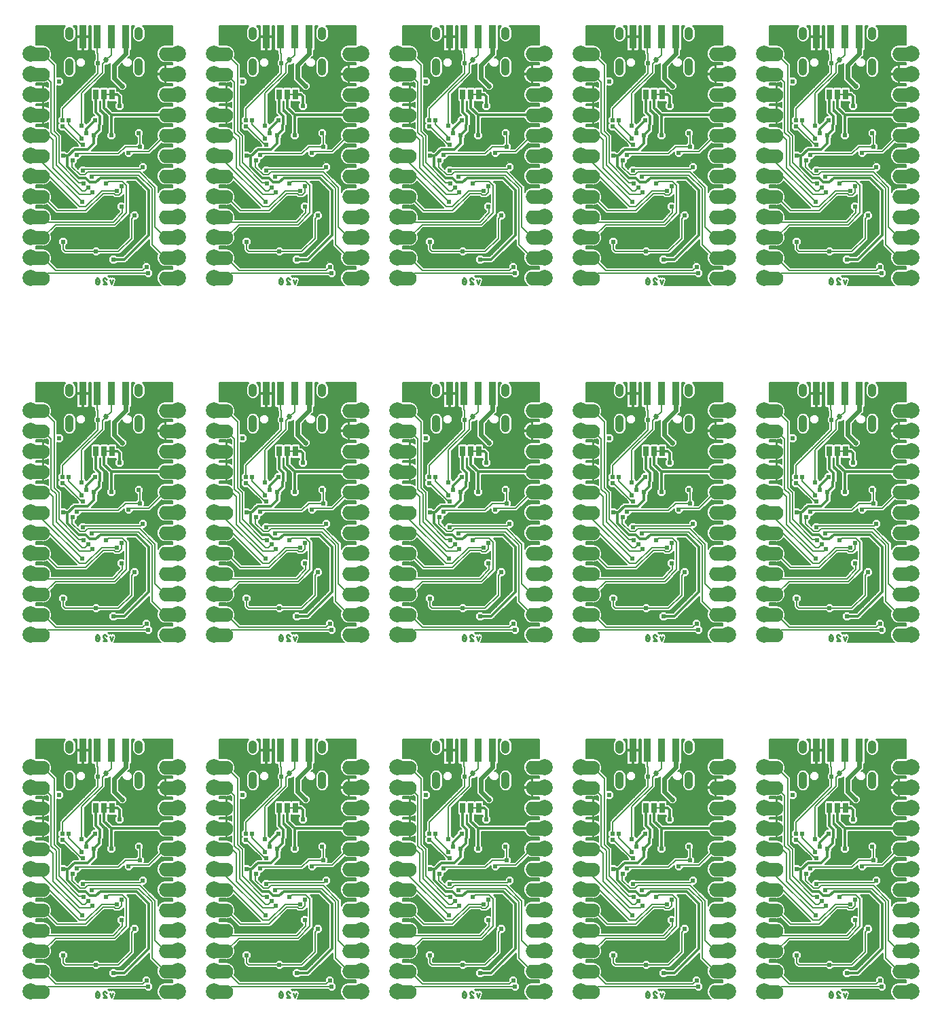
<source format=gbl>
G75*
%MOIN*%
%OFA0B0*%
%FSLAX25Y25*%
%IPPOS*%
%LPD*%
%AMOC8*
5,1,8,0,0,1.08239X$1,22.5*
%
%ADD10C,0.01000*%
%ADD11C,0.04546*%
%ADD12C,0.00100*%
%ADD13C,0.07893*%
%ADD14R,0.03543X0.11811*%
%ADD15R,0.02500X0.05000*%
%ADD16R,0.01600X0.01000*%
%ADD17C,0.03937*%
%ADD18C,0.00600*%
%ADD19C,0.02400*%
%ADD20C,0.01200*%
%ADD21C,0.02700*%
%ADD22C,0.02200*%
D10*
X0158339Y0030917D02*
X0158378Y0031002D01*
X0158414Y0031088D01*
X0158447Y0031175D01*
X0158477Y0031264D01*
X0158503Y0031354D01*
X0158526Y0031444D01*
X0158545Y0031536D01*
X0158561Y0031628D01*
X0158573Y0031720D01*
X0158582Y0031813D01*
X0158587Y0031907D01*
X0158589Y0032000D01*
X0156923Y0032000D02*
X0156925Y0032093D01*
X0156930Y0032187D01*
X0156939Y0032280D01*
X0156951Y0032372D01*
X0156967Y0032464D01*
X0156986Y0032556D01*
X0157009Y0032646D01*
X0157035Y0032736D01*
X0157065Y0032825D01*
X0157098Y0032912D01*
X0157134Y0032999D01*
X0157173Y0033083D01*
X0157089Y0032833D02*
X0158422Y0031167D01*
X0157756Y0030500D02*
X0157708Y0030502D01*
X0157661Y0030507D01*
X0157614Y0030517D01*
X0157568Y0030529D01*
X0157523Y0030546D01*
X0157479Y0030566D01*
X0157437Y0030589D01*
X0157397Y0030615D01*
X0157360Y0030644D01*
X0157324Y0030676D01*
X0157291Y0030711D01*
X0157261Y0030748D01*
X0157234Y0030788D01*
X0157210Y0030829D01*
X0157190Y0030872D01*
X0157172Y0030917D01*
X0157756Y0030500D02*
X0157804Y0030502D01*
X0157851Y0030507D01*
X0157898Y0030517D01*
X0157944Y0030529D01*
X0157989Y0030546D01*
X0158033Y0030566D01*
X0158075Y0030589D01*
X0158115Y0030615D01*
X0158152Y0030644D01*
X0158188Y0030676D01*
X0158221Y0030711D01*
X0158251Y0030748D01*
X0158278Y0030788D01*
X0158302Y0030829D01*
X0158322Y0030872D01*
X0158340Y0030917D01*
X0157173Y0030917D02*
X0157134Y0031002D01*
X0157098Y0031088D01*
X0157065Y0031175D01*
X0157035Y0031264D01*
X0157009Y0031354D01*
X0156986Y0031444D01*
X0156967Y0031536D01*
X0156951Y0031628D01*
X0156939Y0031720D01*
X0156930Y0031813D01*
X0156925Y0031907D01*
X0156923Y0032000D01*
X0158589Y0032000D02*
X0158587Y0032093D01*
X0158582Y0032187D01*
X0158573Y0032280D01*
X0158561Y0032372D01*
X0158545Y0032464D01*
X0158526Y0032556D01*
X0158503Y0032646D01*
X0158477Y0032736D01*
X0158447Y0032825D01*
X0158414Y0032912D01*
X0158378Y0032999D01*
X0158339Y0033083D01*
X0157756Y0033500D02*
X0157708Y0033498D01*
X0157661Y0033493D01*
X0157614Y0033483D01*
X0157568Y0033471D01*
X0157523Y0033454D01*
X0157479Y0033434D01*
X0157437Y0033411D01*
X0157397Y0033385D01*
X0157360Y0033356D01*
X0157324Y0033324D01*
X0157291Y0033289D01*
X0157261Y0033252D01*
X0157234Y0033212D01*
X0157210Y0033171D01*
X0157190Y0033128D01*
X0157172Y0033083D01*
X0157756Y0033500D02*
X0157804Y0033498D01*
X0157851Y0033493D01*
X0157898Y0033483D01*
X0157944Y0033471D01*
X0157989Y0033454D01*
X0158033Y0033434D01*
X0158075Y0033411D01*
X0158115Y0033385D01*
X0158152Y0033356D01*
X0158188Y0033324D01*
X0158221Y0033289D01*
X0158251Y0033252D01*
X0158278Y0033212D01*
X0158302Y0033171D01*
X0158322Y0033128D01*
X0158340Y0033083D01*
X0160772Y0032167D02*
X0162189Y0030500D01*
X0160522Y0030500D01*
X0162189Y0032833D02*
X0162169Y0032890D01*
X0162145Y0032946D01*
X0162117Y0033000D01*
X0162086Y0033052D01*
X0162052Y0033102D01*
X0162015Y0033150D01*
X0161975Y0033195D01*
X0161932Y0033238D01*
X0161887Y0033278D01*
X0161839Y0033316D01*
X0161789Y0033350D01*
X0161737Y0033381D01*
X0161683Y0033408D01*
X0161627Y0033432D01*
X0161570Y0033453D01*
X0161512Y0033470D01*
X0161453Y0033483D01*
X0161393Y0033492D01*
X0161333Y0033498D01*
X0161272Y0033500D01*
X0161218Y0033498D01*
X0161165Y0033492D01*
X0161113Y0033483D01*
X0161061Y0033470D01*
X0161010Y0033453D01*
X0160960Y0033432D01*
X0160913Y0033408D01*
X0160867Y0033381D01*
X0160823Y0033350D01*
X0160781Y0033317D01*
X0160742Y0033280D01*
X0160705Y0033241D01*
X0160672Y0033199D01*
X0160641Y0033155D01*
X0160614Y0033109D01*
X0160590Y0033062D01*
X0160569Y0033012D01*
X0160552Y0032961D01*
X0160539Y0032909D01*
X0160530Y0032857D01*
X0160524Y0032804D01*
X0160522Y0032750D01*
X0160524Y0032696D01*
X0160529Y0032642D01*
X0160538Y0032588D01*
X0160551Y0032535D01*
X0160567Y0032483D01*
X0160587Y0032433D01*
X0160610Y0032383D01*
X0160637Y0032336D01*
X0160666Y0032290D01*
X0160699Y0032246D01*
X0160734Y0032205D01*
X0160772Y0032166D01*
X0163929Y0032500D02*
X0164596Y0030500D01*
X0165262Y0032500D01*
X0248339Y0030917D02*
X0248378Y0031002D01*
X0248414Y0031088D01*
X0248447Y0031175D01*
X0248477Y0031264D01*
X0248503Y0031354D01*
X0248526Y0031444D01*
X0248545Y0031536D01*
X0248561Y0031628D01*
X0248573Y0031720D01*
X0248582Y0031813D01*
X0248587Y0031907D01*
X0248589Y0032000D01*
X0246923Y0032000D02*
X0246925Y0032093D01*
X0246930Y0032187D01*
X0246939Y0032280D01*
X0246951Y0032372D01*
X0246967Y0032464D01*
X0246986Y0032556D01*
X0247009Y0032646D01*
X0247035Y0032736D01*
X0247065Y0032825D01*
X0247098Y0032912D01*
X0247134Y0032999D01*
X0247173Y0033083D01*
X0247089Y0032833D02*
X0248422Y0031167D01*
X0247756Y0030500D02*
X0247708Y0030502D01*
X0247661Y0030507D01*
X0247614Y0030517D01*
X0247568Y0030529D01*
X0247523Y0030546D01*
X0247479Y0030566D01*
X0247437Y0030589D01*
X0247397Y0030615D01*
X0247360Y0030644D01*
X0247324Y0030676D01*
X0247291Y0030711D01*
X0247261Y0030748D01*
X0247234Y0030788D01*
X0247210Y0030829D01*
X0247190Y0030872D01*
X0247172Y0030917D01*
X0247756Y0030500D02*
X0247804Y0030502D01*
X0247851Y0030507D01*
X0247898Y0030517D01*
X0247944Y0030529D01*
X0247989Y0030546D01*
X0248033Y0030566D01*
X0248075Y0030589D01*
X0248115Y0030615D01*
X0248152Y0030644D01*
X0248188Y0030676D01*
X0248221Y0030711D01*
X0248251Y0030748D01*
X0248278Y0030788D01*
X0248302Y0030829D01*
X0248322Y0030872D01*
X0248340Y0030917D01*
X0247173Y0030917D02*
X0247134Y0031002D01*
X0247098Y0031088D01*
X0247065Y0031175D01*
X0247035Y0031264D01*
X0247009Y0031354D01*
X0246986Y0031444D01*
X0246967Y0031536D01*
X0246951Y0031628D01*
X0246939Y0031720D01*
X0246930Y0031813D01*
X0246925Y0031907D01*
X0246923Y0032000D01*
X0248589Y0032000D02*
X0248587Y0032093D01*
X0248582Y0032187D01*
X0248573Y0032280D01*
X0248561Y0032372D01*
X0248545Y0032464D01*
X0248526Y0032556D01*
X0248503Y0032646D01*
X0248477Y0032736D01*
X0248447Y0032825D01*
X0248414Y0032912D01*
X0248378Y0032999D01*
X0248339Y0033083D01*
X0247756Y0033500D02*
X0247708Y0033498D01*
X0247661Y0033493D01*
X0247614Y0033483D01*
X0247568Y0033471D01*
X0247523Y0033454D01*
X0247479Y0033434D01*
X0247437Y0033411D01*
X0247397Y0033385D01*
X0247360Y0033356D01*
X0247324Y0033324D01*
X0247291Y0033289D01*
X0247261Y0033252D01*
X0247234Y0033212D01*
X0247210Y0033171D01*
X0247190Y0033128D01*
X0247172Y0033083D01*
X0247756Y0033500D02*
X0247804Y0033498D01*
X0247851Y0033493D01*
X0247898Y0033483D01*
X0247944Y0033471D01*
X0247989Y0033454D01*
X0248033Y0033434D01*
X0248075Y0033411D01*
X0248115Y0033385D01*
X0248152Y0033356D01*
X0248188Y0033324D01*
X0248221Y0033289D01*
X0248251Y0033252D01*
X0248278Y0033212D01*
X0248302Y0033171D01*
X0248322Y0033128D01*
X0248340Y0033083D01*
X0250772Y0032167D02*
X0252189Y0030500D01*
X0250522Y0030500D01*
X0252189Y0032833D02*
X0252169Y0032890D01*
X0252145Y0032946D01*
X0252117Y0033000D01*
X0252086Y0033052D01*
X0252052Y0033102D01*
X0252015Y0033150D01*
X0251975Y0033195D01*
X0251932Y0033238D01*
X0251887Y0033278D01*
X0251839Y0033316D01*
X0251789Y0033350D01*
X0251737Y0033381D01*
X0251683Y0033408D01*
X0251627Y0033432D01*
X0251570Y0033453D01*
X0251512Y0033470D01*
X0251453Y0033483D01*
X0251393Y0033492D01*
X0251333Y0033498D01*
X0251272Y0033500D01*
X0251218Y0033498D01*
X0251165Y0033492D01*
X0251113Y0033483D01*
X0251061Y0033470D01*
X0251010Y0033453D01*
X0250960Y0033432D01*
X0250913Y0033408D01*
X0250867Y0033381D01*
X0250823Y0033350D01*
X0250781Y0033317D01*
X0250742Y0033280D01*
X0250705Y0033241D01*
X0250672Y0033199D01*
X0250641Y0033155D01*
X0250614Y0033109D01*
X0250590Y0033062D01*
X0250569Y0033012D01*
X0250552Y0032961D01*
X0250539Y0032909D01*
X0250530Y0032857D01*
X0250524Y0032804D01*
X0250522Y0032750D01*
X0250524Y0032696D01*
X0250529Y0032642D01*
X0250538Y0032588D01*
X0250551Y0032535D01*
X0250567Y0032483D01*
X0250587Y0032433D01*
X0250610Y0032383D01*
X0250637Y0032336D01*
X0250666Y0032290D01*
X0250699Y0032246D01*
X0250734Y0032205D01*
X0250772Y0032166D01*
X0253929Y0032500D02*
X0254596Y0030500D01*
X0255262Y0032500D01*
X0338339Y0030917D02*
X0338378Y0031002D01*
X0338414Y0031088D01*
X0338447Y0031175D01*
X0338477Y0031264D01*
X0338503Y0031354D01*
X0338526Y0031444D01*
X0338545Y0031536D01*
X0338561Y0031628D01*
X0338573Y0031720D01*
X0338582Y0031813D01*
X0338587Y0031907D01*
X0338589Y0032000D01*
X0336923Y0032000D02*
X0336925Y0032093D01*
X0336930Y0032187D01*
X0336939Y0032280D01*
X0336951Y0032372D01*
X0336967Y0032464D01*
X0336986Y0032556D01*
X0337009Y0032646D01*
X0337035Y0032736D01*
X0337065Y0032825D01*
X0337098Y0032912D01*
X0337134Y0032999D01*
X0337173Y0033083D01*
X0337089Y0032833D02*
X0338422Y0031167D01*
X0337756Y0030500D02*
X0337708Y0030502D01*
X0337661Y0030507D01*
X0337614Y0030517D01*
X0337568Y0030529D01*
X0337523Y0030546D01*
X0337479Y0030566D01*
X0337437Y0030589D01*
X0337397Y0030615D01*
X0337360Y0030644D01*
X0337324Y0030676D01*
X0337291Y0030711D01*
X0337261Y0030748D01*
X0337234Y0030788D01*
X0337210Y0030829D01*
X0337190Y0030872D01*
X0337172Y0030917D01*
X0337756Y0030500D02*
X0337804Y0030502D01*
X0337851Y0030507D01*
X0337898Y0030517D01*
X0337944Y0030529D01*
X0337989Y0030546D01*
X0338033Y0030566D01*
X0338075Y0030589D01*
X0338115Y0030615D01*
X0338152Y0030644D01*
X0338188Y0030676D01*
X0338221Y0030711D01*
X0338251Y0030748D01*
X0338278Y0030788D01*
X0338302Y0030829D01*
X0338322Y0030872D01*
X0338340Y0030917D01*
X0337173Y0030917D02*
X0337134Y0031002D01*
X0337098Y0031088D01*
X0337065Y0031175D01*
X0337035Y0031264D01*
X0337009Y0031354D01*
X0336986Y0031444D01*
X0336967Y0031536D01*
X0336951Y0031628D01*
X0336939Y0031720D01*
X0336930Y0031813D01*
X0336925Y0031907D01*
X0336923Y0032000D01*
X0338589Y0032000D02*
X0338587Y0032093D01*
X0338582Y0032187D01*
X0338573Y0032280D01*
X0338561Y0032372D01*
X0338545Y0032464D01*
X0338526Y0032556D01*
X0338503Y0032646D01*
X0338477Y0032736D01*
X0338447Y0032825D01*
X0338414Y0032912D01*
X0338378Y0032999D01*
X0338339Y0033083D01*
X0337756Y0033500D02*
X0337708Y0033498D01*
X0337661Y0033493D01*
X0337614Y0033483D01*
X0337568Y0033471D01*
X0337523Y0033454D01*
X0337479Y0033434D01*
X0337437Y0033411D01*
X0337397Y0033385D01*
X0337360Y0033356D01*
X0337324Y0033324D01*
X0337291Y0033289D01*
X0337261Y0033252D01*
X0337234Y0033212D01*
X0337210Y0033171D01*
X0337190Y0033128D01*
X0337172Y0033083D01*
X0337756Y0033500D02*
X0337804Y0033498D01*
X0337851Y0033493D01*
X0337898Y0033483D01*
X0337944Y0033471D01*
X0337989Y0033454D01*
X0338033Y0033434D01*
X0338075Y0033411D01*
X0338115Y0033385D01*
X0338152Y0033356D01*
X0338188Y0033324D01*
X0338221Y0033289D01*
X0338251Y0033252D01*
X0338278Y0033212D01*
X0338302Y0033171D01*
X0338322Y0033128D01*
X0338340Y0033083D01*
X0340772Y0032167D02*
X0342189Y0030500D01*
X0340522Y0030500D01*
X0342189Y0032833D02*
X0342169Y0032890D01*
X0342145Y0032946D01*
X0342117Y0033000D01*
X0342086Y0033052D01*
X0342052Y0033102D01*
X0342015Y0033150D01*
X0341975Y0033195D01*
X0341932Y0033238D01*
X0341887Y0033278D01*
X0341839Y0033316D01*
X0341789Y0033350D01*
X0341737Y0033381D01*
X0341683Y0033408D01*
X0341627Y0033432D01*
X0341570Y0033453D01*
X0341512Y0033470D01*
X0341453Y0033483D01*
X0341393Y0033492D01*
X0341333Y0033498D01*
X0341272Y0033500D01*
X0341218Y0033498D01*
X0341165Y0033492D01*
X0341113Y0033483D01*
X0341061Y0033470D01*
X0341010Y0033453D01*
X0340960Y0033432D01*
X0340913Y0033408D01*
X0340867Y0033381D01*
X0340823Y0033350D01*
X0340781Y0033317D01*
X0340742Y0033280D01*
X0340705Y0033241D01*
X0340672Y0033199D01*
X0340641Y0033155D01*
X0340614Y0033109D01*
X0340590Y0033062D01*
X0340569Y0033012D01*
X0340552Y0032961D01*
X0340539Y0032909D01*
X0340530Y0032857D01*
X0340524Y0032804D01*
X0340522Y0032750D01*
X0340524Y0032696D01*
X0340529Y0032642D01*
X0340538Y0032588D01*
X0340551Y0032535D01*
X0340567Y0032483D01*
X0340587Y0032433D01*
X0340610Y0032383D01*
X0340637Y0032336D01*
X0340666Y0032290D01*
X0340699Y0032246D01*
X0340734Y0032205D01*
X0340772Y0032166D01*
X0343929Y0032500D02*
X0344596Y0030500D01*
X0345262Y0032500D01*
X0428339Y0030917D02*
X0428378Y0031002D01*
X0428414Y0031088D01*
X0428447Y0031175D01*
X0428477Y0031264D01*
X0428503Y0031354D01*
X0428526Y0031444D01*
X0428545Y0031536D01*
X0428561Y0031628D01*
X0428573Y0031720D01*
X0428582Y0031813D01*
X0428587Y0031907D01*
X0428589Y0032000D01*
X0426923Y0032000D02*
X0426925Y0032093D01*
X0426930Y0032187D01*
X0426939Y0032280D01*
X0426951Y0032372D01*
X0426967Y0032464D01*
X0426986Y0032556D01*
X0427009Y0032646D01*
X0427035Y0032736D01*
X0427065Y0032825D01*
X0427098Y0032912D01*
X0427134Y0032999D01*
X0427173Y0033083D01*
X0427089Y0032833D02*
X0428422Y0031167D01*
X0427756Y0030500D02*
X0427708Y0030502D01*
X0427661Y0030507D01*
X0427614Y0030517D01*
X0427568Y0030529D01*
X0427523Y0030546D01*
X0427479Y0030566D01*
X0427437Y0030589D01*
X0427397Y0030615D01*
X0427360Y0030644D01*
X0427324Y0030676D01*
X0427291Y0030711D01*
X0427261Y0030748D01*
X0427234Y0030788D01*
X0427210Y0030829D01*
X0427190Y0030872D01*
X0427172Y0030917D01*
X0427756Y0030500D02*
X0427804Y0030502D01*
X0427851Y0030507D01*
X0427898Y0030517D01*
X0427944Y0030529D01*
X0427989Y0030546D01*
X0428033Y0030566D01*
X0428075Y0030589D01*
X0428115Y0030615D01*
X0428152Y0030644D01*
X0428188Y0030676D01*
X0428221Y0030711D01*
X0428251Y0030748D01*
X0428278Y0030788D01*
X0428302Y0030829D01*
X0428322Y0030872D01*
X0428340Y0030917D01*
X0427173Y0030917D02*
X0427134Y0031002D01*
X0427098Y0031088D01*
X0427065Y0031175D01*
X0427035Y0031264D01*
X0427009Y0031354D01*
X0426986Y0031444D01*
X0426967Y0031536D01*
X0426951Y0031628D01*
X0426939Y0031720D01*
X0426930Y0031813D01*
X0426925Y0031907D01*
X0426923Y0032000D01*
X0428589Y0032000D02*
X0428587Y0032093D01*
X0428582Y0032187D01*
X0428573Y0032280D01*
X0428561Y0032372D01*
X0428545Y0032464D01*
X0428526Y0032556D01*
X0428503Y0032646D01*
X0428477Y0032736D01*
X0428447Y0032825D01*
X0428414Y0032912D01*
X0428378Y0032999D01*
X0428339Y0033083D01*
X0427756Y0033500D02*
X0427708Y0033498D01*
X0427661Y0033493D01*
X0427614Y0033483D01*
X0427568Y0033471D01*
X0427523Y0033454D01*
X0427479Y0033434D01*
X0427437Y0033411D01*
X0427397Y0033385D01*
X0427360Y0033356D01*
X0427324Y0033324D01*
X0427291Y0033289D01*
X0427261Y0033252D01*
X0427234Y0033212D01*
X0427210Y0033171D01*
X0427190Y0033128D01*
X0427172Y0033083D01*
X0427756Y0033500D02*
X0427804Y0033498D01*
X0427851Y0033493D01*
X0427898Y0033483D01*
X0427944Y0033471D01*
X0427989Y0033454D01*
X0428033Y0033434D01*
X0428075Y0033411D01*
X0428115Y0033385D01*
X0428152Y0033356D01*
X0428188Y0033324D01*
X0428221Y0033289D01*
X0428251Y0033252D01*
X0428278Y0033212D01*
X0428302Y0033171D01*
X0428322Y0033128D01*
X0428340Y0033083D01*
X0430772Y0032167D02*
X0432189Y0030500D01*
X0430522Y0030500D01*
X0432189Y0032833D02*
X0432169Y0032890D01*
X0432145Y0032946D01*
X0432117Y0033000D01*
X0432086Y0033052D01*
X0432052Y0033102D01*
X0432015Y0033150D01*
X0431975Y0033195D01*
X0431932Y0033238D01*
X0431887Y0033278D01*
X0431839Y0033316D01*
X0431789Y0033350D01*
X0431737Y0033381D01*
X0431683Y0033408D01*
X0431627Y0033432D01*
X0431570Y0033453D01*
X0431512Y0033470D01*
X0431453Y0033483D01*
X0431393Y0033492D01*
X0431333Y0033498D01*
X0431272Y0033500D01*
X0431218Y0033498D01*
X0431165Y0033492D01*
X0431113Y0033483D01*
X0431061Y0033470D01*
X0431010Y0033453D01*
X0430960Y0033432D01*
X0430913Y0033408D01*
X0430867Y0033381D01*
X0430823Y0033350D01*
X0430781Y0033317D01*
X0430742Y0033280D01*
X0430705Y0033241D01*
X0430672Y0033199D01*
X0430641Y0033155D01*
X0430614Y0033109D01*
X0430590Y0033062D01*
X0430569Y0033012D01*
X0430552Y0032961D01*
X0430539Y0032909D01*
X0430530Y0032857D01*
X0430524Y0032804D01*
X0430522Y0032750D01*
X0430524Y0032696D01*
X0430529Y0032642D01*
X0430538Y0032588D01*
X0430551Y0032535D01*
X0430567Y0032483D01*
X0430587Y0032433D01*
X0430610Y0032383D01*
X0430637Y0032336D01*
X0430666Y0032290D01*
X0430699Y0032246D01*
X0430734Y0032205D01*
X0430772Y0032166D01*
X0433929Y0032500D02*
X0434596Y0030500D01*
X0435262Y0032500D01*
X0518339Y0030917D02*
X0518378Y0031002D01*
X0518414Y0031088D01*
X0518447Y0031175D01*
X0518477Y0031264D01*
X0518503Y0031354D01*
X0518526Y0031444D01*
X0518545Y0031536D01*
X0518561Y0031628D01*
X0518573Y0031720D01*
X0518582Y0031813D01*
X0518587Y0031907D01*
X0518589Y0032000D01*
X0516923Y0032000D02*
X0516925Y0032093D01*
X0516930Y0032187D01*
X0516939Y0032280D01*
X0516951Y0032372D01*
X0516967Y0032464D01*
X0516986Y0032556D01*
X0517009Y0032646D01*
X0517035Y0032736D01*
X0517065Y0032825D01*
X0517098Y0032912D01*
X0517134Y0032999D01*
X0517173Y0033083D01*
X0517089Y0032833D02*
X0518422Y0031167D01*
X0517756Y0030500D02*
X0517708Y0030502D01*
X0517661Y0030507D01*
X0517614Y0030517D01*
X0517568Y0030529D01*
X0517523Y0030546D01*
X0517479Y0030566D01*
X0517437Y0030589D01*
X0517397Y0030615D01*
X0517360Y0030644D01*
X0517324Y0030676D01*
X0517291Y0030711D01*
X0517261Y0030748D01*
X0517234Y0030788D01*
X0517210Y0030829D01*
X0517190Y0030872D01*
X0517172Y0030917D01*
X0517756Y0030500D02*
X0517804Y0030502D01*
X0517851Y0030507D01*
X0517898Y0030517D01*
X0517944Y0030529D01*
X0517989Y0030546D01*
X0518033Y0030566D01*
X0518075Y0030589D01*
X0518115Y0030615D01*
X0518152Y0030644D01*
X0518188Y0030676D01*
X0518221Y0030711D01*
X0518251Y0030748D01*
X0518278Y0030788D01*
X0518302Y0030829D01*
X0518322Y0030872D01*
X0518340Y0030917D01*
X0517173Y0030917D02*
X0517134Y0031002D01*
X0517098Y0031088D01*
X0517065Y0031175D01*
X0517035Y0031264D01*
X0517009Y0031354D01*
X0516986Y0031444D01*
X0516967Y0031536D01*
X0516951Y0031628D01*
X0516939Y0031720D01*
X0516930Y0031813D01*
X0516925Y0031907D01*
X0516923Y0032000D01*
X0518589Y0032000D02*
X0518587Y0032093D01*
X0518582Y0032187D01*
X0518573Y0032280D01*
X0518561Y0032372D01*
X0518545Y0032464D01*
X0518526Y0032556D01*
X0518503Y0032646D01*
X0518477Y0032736D01*
X0518447Y0032825D01*
X0518414Y0032912D01*
X0518378Y0032999D01*
X0518339Y0033083D01*
X0517756Y0033500D02*
X0517708Y0033498D01*
X0517661Y0033493D01*
X0517614Y0033483D01*
X0517568Y0033471D01*
X0517523Y0033454D01*
X0517479Y0033434D01*
X0517437Y0033411D01*
X0517397Y0033385D01*
X0517360Y0033356D01*
X0517324Y0033324D01*
X0517291Y0033289D01*
X0517261Y0033252D01*
X0517234Y0033212D01*
X0517210Y0033171D01*
X0517190Y0033128D01*
X0517172Y0033083D01*
X0517756Y0033500D02*
X0517804Y0033498D01*
X0517851Y0033493D01*
X0517898Y0033483D01*
X0517944Y0033471D01*
X0517989Y0033454D01*
X0518033Y0033434D01*
X0518075Y0033411D01*
X0518115Y0033385D01*
X0518152Y0033356D01*
X0518188Y0033324D01*
X0518221Y0033289D01*
X0518251Y0033252D01*
X0518278Y0033212D01*
X0518302Y0033171D01*
X0518322Y0033128D01*
X0518340Y0033083D01*
X0520772Y0032167D02*
X0522189Y0030500D01*
X0520522Y0030500D01*
X0522189Y0032833D02*
X0522169Y0032890D01*
X0522145Y0032946D01*
X0522117Y0033000D01*
X0522086Y0033052D01*
X0522052Y0033102D01*
X0522015Y0033150D01*
X0521975Y0033195D01*
X0521932Y0033238D01*
X0521887Y0033278D01*
X0521839Y0033316D01*
X0521789Y0033350D01*
X0521737Y0033381D01*
X0521683Y0033408D01*
X0521627Y0033432D01*
X0521570Y0033453D01*
X0521512Y0033470D01*
X0521453Y0033483D01*
X0521393Y0033492D01*
X0521333Y0033498D01*
X0521272Y0033500D01*
X0521218Y0033498D01*
X0521165Y0033492D01*
X0521113Y0033483D01*
X0521061Y0033470D01*
X0521010Y0033453D01*
X0520960Y0033432D01*
X0520913Y0033408D01*
X0520867Y0033381D01*
X0520823Y0033350D01*
X0520781Y0033317D01*
X0520742Y0033280D01*
X0520705Y0033241D01*
X0520672Y0033199D01*
X0520641Y0033155D01*
X0520614Y0033109D01*
X0520590Y0033062D01*
X0520569Y0033012D01*
X0520552Y0032961D01*
X0520539Y0032909D01*
X0520530Y0032857D01*
X0520524Y0032804D01*
X0520522Y0032750D01*
X0520524Y0032696D01*
X0520529Y0032642D01*
X0520538Y0032588D01*
X0520551Y0032535D01*
X0520567Y0032483D01*
X0520587Y0032433D01*
X0520610Y0032383D01*
X0520637Y0032336D01*
X0520666Y0032290D01*
X0520699Y0032246D01*
X0520734Y0032205D01*
X0520772Y0032166D01*
X0523929Y0032500D02*
X0524596Y0030500D01*
X0525262Y0032500D01*
X0524596Y0205500D02*
X0523929Y0207500D01*
X0525262Y0207500D02*
X0524596Y0205500D01*
X0522189Y0205500D02*
X0520522Y0205500D01*
X0522189Y0205500D02*
X0520772Y0207167D01*
X0521272Y0208500D02*
X0521333Y0208498D01*
X0521393Y0208492D01*
X0521453Y0208483D01*
X0521512Y0208470D01*
X0521570Y0208453D01*
X0521627Y0208432D01*
X0521683Y0208408D01*
X0521737Y0208381D01*
X0521789Y0208350D01*
X0521839Y0208316D01*
X0521887Y0208278D01*
X0521932Y0208238D01*
X0521975Y0208195D01*
X0522015Y0208150D01*
X0522052Y0208102D01*
X0522086Y0208052D01*
X0522117Y0208000D01*
X0522145Y0207946D01*
X0522169Y0207890D01*
X0522189Y0207833D01*
X0520772Y0207166D02*
X0520734Y0207205D01*
X0520699Y0207246D01*
X0520666Y0207290D01*
X0520637Y0207336D01*
X0520610Y0207383D01*
X0520587Y0207433D01*
X0520567Y0207483D01*
X0520551Y0207535D01*
X0520538Y0207588D01*
X0520529Y0207642D01*
X0520524Y0207696D01*
X0520522Y0207750D01*
X0520524Y0207804D01*
X0520530Y0207857D01*
X0520539Y0207909D01*
X0520552Y0207961D01*
X0520569Y0208012D01*
X0520590Y0208062D01*
X0520614Y0208109D01*
X0520641Y0208155D01*
X0520672Y0208199D01*
X0520705Y0208241D01*
X0520742Y0208280D01*
X0520781Y0208317D01*
X0520823Y0208350D01*
X0520867Y0208381D01*
X0520913Y0208408D01*
X0520960Y0208432D01*
X0521010Y0208453D01*
X0521061Y0208470D01*
X0521113Y0208483D01*
X0521165Y0208492D01*
X0521218Y0208498D01*
X0521272Y0208500D01*
X0516923Y0207000D02*
X0516925Y0206907D01*
X0516930Y0206813D01*
X0516939Y0206720D01*
X0516951Y0206628D01*
X0516967Y0206536D01*
X0516986Y0206444D01*
X0517009Y0206354D01*
X0517035Y0206264D01*
X0517065Y0206175D01*
X0517098Y0206088D01*
X0517134Y0206002D01*
X0517173Y0205917D01*
X0517172Y0205917D02*
X0517190Y0205872D01*
X0517210Y0205829D01*
X0517234Y0205788D01*
X0517261Y0205748D01*
X0517291Y0205711D01*
X0517324Y0205676D01*
X0517360Y0205644D01*
X0517397Y0205615D01*
X0517437Y0205589D01*
X0517479Y0205566D01*
X0517523Y0205546D01*
X0517568Y0205529D01*
X0517614Y0205517D01*
X0517661Y0205507D01*
X0517708Y0205502D01*
X0517756Y0205500D01*
X0517804Y0205502D01*
X0517851Y0205507D01*
X0517898Y0205517D01*
X0517944Y0205529D01*
X0517989Y0205546D01*
X0518033Y0205566D01*
X0518075Y0205589D01*
X0518115Y0205615D01*
X0518152Y0205644D01*
X0518188Y0205676D01*
X0518221Y0205711D01*
X0518251Y0205748D01*
X0518278Y0205788D01*
X0518302Y0205829D01*
X0518322Y0205872D01*
X0518340Y0205917D01*
X0518422Y0206167D02*
X0517089Y0207833D01*
X0517172Y0208083D02*
X0517190Y0208128D01*
X0517210Y0208171D01*
X0517234Y0208212D01*
X0517261Y0208252D01*
X0517291Y0208289D01*
X0517324Y0208324D01*
X0517360Y0208356D01*
X0517397Y0208385D01*
X0517437Y0208411D01*
X0517479Y0208434D01*
X0517523Y0208454D01*
X0517568Y0208471D01*
X0517614Y0208483D01*
X0517661Y0208493D01*
X0517708Y0208498D01*
X0517756Y0208500D01*
X0517804Y0208498D01*
X0517851Y0208493D01*
X0517898Y0208483D01*
X0517944Y0208471D01*
X0517989Y0208454D01*
X0518033Y0208434D01*
X0518075Y0208411D01*
X0518115Y0208385D01*
X0518152Y0208356D01*
X0518188Y0208324D01*
X0518221Y0208289D01*
X0518251Y0208252D01*
X0518278Y0208212D01*
X0518302Y0208171D01*
X0518322Y0208128D01*
X0518340Y0208083D01*
X0517173Y0208083D02*
X0517134Y0207999D01*
X0517098Y0207912D01*
X0517065Y0207825D01*
X0517035Y0207736D01*
X0517009Y0207646D01*
X0516986Y0207556D01*
X0516967Y0207464D01*
X0516951Y0207372D01*
X0516939Y0207280D01*
X0516930Y0207187D01*
X0516925Y0207093D01*
X0516923Y0207000D01*
X0518589Y0207000D02*
X0518587Y0207093D01*
X0518582Y0207187D01*
X0518573Y0207280D01*
X0518561Y0207372D01*
X0518545Y0207464D01*
X0518526Y0207556D01*
X0518503Y0207646D01*
X0518477Y0207736D01*
X0518447Y0207825D01*
X0518414Y0207912D01*
X0518378Y0207999D01*
X0518339Y0208083D01*
X0518589Y0207000D02*
X0518587Y0206907D01*
X0518582Y0206813D01*
X0518573Y0206720D01*
X0518561Y0206628D01*
X0518545Y0206536D01*
X0518526Y0206444D01*
X0518503Y0206354D01*
X0518477Y0206264D01*
X0518447Y0206175D01*
X0518414Y0206088D01*
X0518378Y0206002D01*
X0518339Y0205917D01*
X0435262Y0207500D02*
X0434596Y0205500D01*
X0433929Y0207500D01*
X0430772Y0207166D02*
X0430734Y0207205D01*
X0430699Y0207246D01*
X0430666Y0207290D01*
X0430637Y0207336D01*
X0430610Y0207383D01*
X0430587Y0207433D01*
X0430567Y0207483D01*
X0430551Y0207535D01*
X0430538Y0207588D01*
X0430529Y0207642D01*
X0430524Y0207696D01*
X0430522Y0207750D01*
X0430772Y0207167D02*
X0432189Y0205500D01*
X0430522Y0205500D01*
X0427173Y0205917D02*
X0427134Y0206002D01*
X0427098Y0206088D01*
X0427065Y0206175D01*
X0427035Y0206264D01*
X0427009Y0206354D01*
X0426986Y0206444D01*
X0426967Y0206536D01*
X0426951Y0206628D01*
X0426939Y0206720D01*
X0426930Y0206813D01*
X0426925Y0206907D01*
X0426923Y0207000D01*
X0428589Y0207000D02*
X0428587Y0207093D01*
X0428582Y0207187D01*
X0428573Y0207280D01*
X0428561Y0207372D01*
X0428545Y0207464D01*
X0428526Y0207556D01*
X0428503Y0207646D01*
X0428477Y0207736D01*
X0428447Y0207825D01*
X0428414Y0207912D01*
X0428378Y0207999D01*
X0428339Y0208083D01*
X0427756Y0208500D02*
X0427708Y0208498D01*
X0427661Y0208493D01*
X0427614Y0208483D01*
X0427568Y0208471D01*
X0427523Y0208454D01*
X0427479Y0208434D01*
X0427437Y0208411D01*
X0427397Y0208385D01*
X0427360Y0208356D01*
X0427324Y0208324D01*
X0427291Y0208289D01*
X0427261Y0208252D01*
X0427234Y0208212D01*
X0427210Y0208171D01*
X0427190Y0208128D01*
X0427172Y0208083D01*
X0427089Y0207833D02*
X0428422Y0206167D01*
X0427756Y0205500D02*
X0427708Y0205502D01*
X0427661Y0205507D01*
X0427614Y0205517D01*
X0427568Y0205529D01*
X0427523Y0205546D01*
X0427479Y0205566D01*
X0427437Y0205589D01*
X0427397Y0205615D01*
X0427360Y0205644D01*
X0427324Y0205676D01*
X0427291Y0205711D01*
X0427261Y0205748D01*
X0427234Y0205788D01*
X0427210Y0205829D01*
X0427190Y0205872D01*
X0427172Y0205917D01*
X0427756Y0205500D02*
X0427804Y0205502D01*
X0427851Y0205507D01*
X0427898Y0205517D01*
X0427944Y0205529D01*
X0427989Y0205546D01*
X0428033Y0205566D01*
X0428075Y0205589D01*
X0428115Y0205615D01*
X0428152Y0205644D01*
X0428188Y0205676D01*
X0428221Y0205711D01*
X0428251Y0205748D01*
X0428278Y0205788D01*
X0428302Y0205829D01*
X0428322Y0205872D01*
X0428340Y0205917D01*
X0426923Y0207000D02*
X0426925Y0207093D01*
X0426930Y0207187D01*
X0426939Y0207280D01*
X0426951Y0207372D01*
X0426967Y0207464D01*
X0426986Y0207556D01*
X0427009Y0207646D01*
X0427035Y0207736D01*
X0427065Y0207825D01*
X0427098Y0207912D01*
X0427134Y0207999D01*
X0427173Y0208083D01*
X0427756Y0208500D02*
X0427804Y0208498D01*
X0427851Y0208493D01*
X0427898Y0208483D01*
X0427944Y0208471D01*
X0427989Y0208454D01*
X0428033Y0208434D01*
X0428075Y0208411D01*
X0428115Y0208385D01*
X0428152Y0208356D01*
X0428188Y0208324D01*
X0428221Y0208289D01*
X0428251Y0208252D01*
X0428278Y0208212D01*
X0428302Y0208171D01*
X0428322Y0208128D01*
X0428340Y0208083D01*
X0428589Y0207000D02*
X0428587Y0206907D01*
X0428582Y0206813D01*
X0428573Y0206720D01*
X0428561Y0206628D01*
X0428545Y0206536D01*
X0428526Y0206444D01*
X0428503Y0206354D01*
X0428477Y0206264D01*
X0428447Y0206175D01*
X0428414Y0206088D01*
X0428378Y0206002D01*
X0428339Y0205917D01*
X0431272Y0208500D02*
X0431333Y0208498D01*
X0431393Y0208492D01*
X0431453Y0208483D01*
X0431512Y0208470D01*
X0431570Y0208453D01*
X0431627Y0208432D01*
X0431683Y0208408D01*
X0431737Y0208381D01*
X0431789Y0208350D01*
X0431839Y0208316D01*
X0431887Y0208278D01*
X0431932Y0208238D01*
X0431975Y0208195D01*
X0432015Y0208150D01*
X0432052Y0208102D01*
X0432086Y0208052D01*
X0432117Y0208000D01*
X0432145Y0207946D01*
X0432169Y0207890D01*
X0432189Y0207833D01*
X0431272Y0208500D02*
X0431218Y0208498D01*
X0431165Y0208492D01*
X0431113Y0208483D01*
X0431061Y0208470D01*
X0431010Y0208453D01*
X0430960Y0208432D01*
X0430913Y0208408D01*
X0430867Y0208381D01*
X0430823Y0208350D01*
X0430781Y0208317D01*
X0430742Y0208280D01*
X0430705Y0208241D01*
X0430672Y0208199D01*
X0430641Y0208155D01*
X0430614Y0208109D01*
X0430590Y0208062D01*
X0430569Y0208012D01*
X0430552Y0207961D01*
X0430539Y0207909D01*
X0430530Y0207857D01*
X0430524Y0207804D01*
X0430522Y0207750D01*
X0345262Y0207500D02*
X0344596Y0205500D01*
X0343929Y0207500D01*
X0340772Y0207166D02*
X0340734Y0207205D01*
X0340699Y0207246D01*
X0340666Y0207290D01*
X0340637Y0207336D01*
X0340610Y0207383D01*
X0340587Y0207433D01*
X0340567Y0207483D01*
X0340551Y0207535D01*
X0340538Y0207588D01*
X0340529Y0207642D01*
X0340524Y0207696D01*
X0340522Y0207750D01*
X0340772Y0207167D02*
X0342189Y0205500D01*
X0340522Y0205500D01*
X0337173Y0205917D02*
X0337134Y0206002D01*
X0337098Y0206088D01*
X0337065Y0206175D01*
X0337035Y0206264D01*
X0337009Y0206354D01*
X0336986Y0206444D01*
X0336967Y0206536D01*
X0336951Y0206628D01*
X0336939Y0206720D01*
X0336930Y0206813D01*
X0336925Y0206907D01*
X0336923Y0207000D01*
X0338589Y0207000D02*
X0338587Y0207093D01*
X0338582Y0207187D01*
X0338573Y0207280D01*
X0338561Y0207372D01*
X0338545Y0207464D01*
X0338526Y0207556D01*
X0338503Y0207646D01*
X0338477Y0207736D01*
X0338447Y0207825D01*
X0338414Y0207912D01*
X0338378Y0207999D01*
X0338339Y0208083D01*
X0337756Y0208500D02*
X0337708Y0208498D01*
X0337661Y0208493D01*
X0337614Y0208483D01*
X0337568Y0208471D01*
X0337523Y0208454D01*
X0337479Y0208434D01*
X0337437Y0208411D01*
X0337397Y0208385D01*
X0337360Y0208356D01*
X0337324Y0208324D01*
X0337291Y0208289D01*
X0337261Y0208252D01*
X0337234Y0208212D01*
X0337210Y0208171D01*
X0337190Y0208128D01*
X0337172Y0208083D01*
X0337089Y0207833D02*
X0338422Y0206167D01*
X0337756Y0205500D02*
X0337708Y0205502D01*
X0337661Y0205507D01*
X0337614Y0205517D01*
X0337568Y0205529D01*
X0337523Y0205546D01*
X0337479Y0205566D01*
X0337437Y0205589D01*
X0337397Y0205615D01*
X0337360Y0205644D01*
X0337324Y0205676D01*
X0337291Y0205711D01*
X0337261Y0205748D01*
X0337234Y0205788D01*
X0337210Y0205829D01*
X0337190Y0205872D01*
X0337172Y0205917D01*
X0337756Y0205500D02*
X0337804Y0205502D01*
X0337851Y0205507D01*
X0337898Y0205517D01*
X0337944Y0205529D01*
X0337989Y0205546D01*
X0338033Y0205566D01*
X0338075Y0205589D01*
X0338115Y0205615D01*
X0338152Y0205644D01*
X0338188Y0205676D01*
X0338221Y0205711D01*
X0338251Y0205748D01*
X0338278Y0205788D01*
X0338302Y0205829D01*
X0338322Y0205872D01*
X0338340Y0205917D01*
X0336923Y0207000D02*
X0336925Y0207093D01*
X0336930Y0207187D01*
X0336939Y0207280D01*
X0336951Y0207372D01*
X0336967Y0207464D01*
X0336986Y0207556D01*
X0337009Y0207646D01*
X0337035Y0207736D01*
X0337065Y0207825D01*
X0337098Y0207912D01*
X0337134Y0207999D01*
X0337173Y0208083D01*
X0337756Y0208500D02*
X0337804Y0208498D01*
X0337851Y0208493D01*
X0337898Y0208483D01*
X0337944Y0208471D01*
X0337989Y0208454D01*
X0338033Y0208434D01*
X0338075Y0208411D01*
X0338115Y0208385D01*
X0338152Y0208356D01*
X0338188Y0208324D01*
X0338221Y0208289D01*
X0338251Y0208252D01*
X0338278Y0208212D01*
X0338302Y0208171D01*
X0338322Y0208128D01*
X0338340Y0208083D01*
X0338589Y0207000D02*
X0338587Y0206907D01*
X0338582Y0206813D01*
X0338573Y0206720D01*
X0338561Y0206628D01*
X0338545Y0206536D01*
X0338526Y0206444D01*
X0338503Y0206354D01*
X0338477Y0206264D01*
X0338447Y0206175D01*
X0338414Y0206088D01*
X0338378Y0206002D01*
X0338339Y0205917D01*
X0341272Y0208500D02*
X0341333Y0208498D01*
X0341393Y0208492D01*
X0341453Y0208483D01*
X0341512Y0208470D01*
X0341570Y0208453D01*
X0341627Y0208432D01*
X0341683Y0208408D01*
X0341737Y0208381D01*
X0341789Y0208350D01*
X0341839Y0208316D01*
X0341887Y0208278D01*
X0341932Y0208238D01*
X0341975Y0208195D01*
X0342015Y0208150D01*
X0342052Y0208102D01*
X0342086Y0208052D01*
X0342117Y0208000D01*
X0342145Y0207946D01*
X0342169Y0207890D01*
X0342189Y0207833D01*
X0341272Y0208500D02*
X0341218Y0208498D01*
X0341165Y0208492D01*
X0341113Y0208483D01*
X0341061Y0208470D01*
X0341010Y0208453D01*
X0340960Y0208432D01*
X0340913Y0208408D01*
X0340867Y0208381D01*
X0340823Y0208350D01*
X0340781Y0208317D01*
X0340742Y0208280D01*
X0340705Y0208241D01*
X0340672Y0208199D01*
X0340641Y0208155D01*
X0340614Y0208109D01*
X0340590Y0208062D01*
X0340569Y0208012D01*
X0340552Y0207961D01*
X0340539Y0207909D01*
X0340530Y0207857D01*
X0340524Y0207804D01*
X0340522Y0207750D01*
X0255262Y0207500D02*
X0254596Y0205500D01*
X0253929Y0207500D01*
X0250772Y0207166D02*
X0250734Y0207205D01*
X0250699Y0207246D01*
X0250666Y0207290D01*
X0250637Y0207336D01*
X0250610Y0207383D01*
X0250587Y0207433D01*
X0250567Y0207483D01*
X0250551Y0207535D01*
X0250538Y0207588D01*
X0250529Y0207642D01*
X0250524Y0207696D01*
X0250522Y0207750D01*
X0250772Y0207167D02*
X0252189Y0205500D01*
X0250522Y0205500D01*
X0247173Y0205917D02*
X0247134Y0206002D01*
X0247098Y0206088D01*
X0247065Y0206175D01*
X0247035Y0206264D01*
X0247009Y0206354D01*
X0246986Y0206444D01*
X0246967Y0206536D01*
X0246951Y0206628D01*
X0246939Y0206720D01*
X0246930Y0206813D01*
X0246925Y0206907D01*
X0246923Y0207000D01*
X0248589Y0207000D02*
X0248587Y0207093D01*
X0248582Y0207187D01*
X0248573Y0207280D01*
X0248561Y0207372D01*
X0248545Y0207464D01*
X0248526Y0207556D01*
X0248503Y0207646D01*
X0248477Y0207736D01*
X0248447Y0207825D01*
X0248414Y0207912D01*
X0248378Y0207999D01*
X0248339Y0208083D01*
X0247756Y0208500D02*
X0247708Y0208498D01*
X0247661Y0208493D01*
X0247614Y0208483D01*
X0247568Y0208471D01*
X0247523Y0208454D01*
X0247479Y0208434D01*
X0247437Y0208411D01*
X0247397Y0208385D01*
X0247360Y0208356D01*
X0247324Y0208324D01*
X0247291Y0208289D01*
X0247261Y0208252D01*
X0247234Y0208212D01*
X0247210Y0208171D01*
X0247190Y0208128D01*
X0247172Y0208083D01*
X0247089Y0207833D02*
X0248422Y0206167D01*
X0247756Y0205500D02*
X0247708Y0205502D01*
X0247661Y0205507D01*
X0247614Y0205517D01*
X0247568Y0205529D01*
X0247523Y0205546D01*
X0247479Y0205566D01*
X0247437Y0205589D01*
X0247397Y0205615D01*
X0247360Y0205644D01*
X0247324Y0205676D01*
X0247291Y0205711D01*
X0247261Y0205748D01*
X0247234Y0205788D01*
X0247210Y0205829D01*
X0247190Y0205872D01*
X0247172Y0205917D01*
X0247756Y0205500D02*
X0247804Y0205502D01*
X0247851Y0205507D01*
X0247898Y0205517D01*
X0247944Y0205529D01*
X0247989Y0205546D01*
X0248033Y0205566D01*
X0248075Y0205589D01*
X0248115Y0205615D01*
X0248152Y0205644D01*
X0248188Y0205676D01*
X0248221Y0205711D01*
X0248251Y0205748D01*
X0248278Y0205788D01*
X0248302Y0205829D01*
X0248322Y0205872D01*
X0248340Y0205917D01*
X0246923Y0207000D02*
X0246925Y0207093D01*
X0246930Y0207187D01*
X0246939Y0207280D01*
X0246951Y0207372D01*
X0246967Y0207464D01*
X0246986Y0207556D01*
X0247009Y0207646D01*
X0247035Y0207736D01*
X0247065Y0207825D01*
X0247098Y0207912D01*
X0247134Y0207999D01*
X0247173Y0208083D01*
X0247756Y0208500D02*
X0247804Y0208498D01*
X0247851Y0208493D01*
X0247898Y0208483D01*
X0247944Y0208471D01*
X0247989Y0208454D01*
X0248033Y0208434D01*
X0248075Y0208411D01*
X0248115Y0208385D01*
X0248152Y0208356D01*
X0248188Y0208324D01*
X0248221Y0208289D01*
X0248251Y0208252D01*
X0248278Y0208212D01*
X0248302Y0208171D01*
X0248322Y0208128D01*
X0248340Y0208083D01*
X0248589Y0207000D02*
X0248587Y0206907D01*
X0248582Y0206813D01*
X0248573Y0206720D01*
X0248561Y0206628D01*
X0248545Y0206536D01*
X0248526Y0206444D01*
X0248503Y0206354D01*
X0248477Y0206264D01*
X0248447Y0206175D01*
X0248414Y0206088D01*
X0248378Y0206002D01*
X0248339Y0205917D01*
X0251272Y0208500D02*
X0251333Y0208498D01*
X0251393Y0208492D01*
X0251453Y0208483D01*
X0251512Y0208470D01*
X0251570Y0208453D01*
X0251627Y0208432D01*
X0251683Y0208408D01*
X0251737Y0208381D01*
X0251789Y0208350D01*
X0251839Y0208316D01*
X0251887Y0208278D01*
X0251932Y0208238D01*
X0251975Y0208195D01*
X0252015Y0208150D01*
X0252052Y0208102D01*
X0252086Y0208052D01*
X0252117Y0208000D01*
X0252145Y0207946D01*
X0252169Y0207890D01*
X0252189Y0207833D01*
X0251272Y0208500D02*
X0251218Y0208498D01*
X0251165Y0208492D01*
X0251113Y0208483D01*
X0251061Y0208470D01*
X0251010Y0208453D01*
X0250960Y0208432D01*
X0250913Y0208408D01*
X0250867Y0208381D01*
X0250823Y0208350D01*
X0250781Y0208317D01*
X0250742Y0208280D01*
X0250705Y0208241D01*
X0250672Y0208199D01*
X0250641Y0208155D01*
X0250614Y0208109D01*
X0250590Y0208062D01*
X0250569Y0208012D01*
X0250552Y0207961D01*
X0250539Y0207909D01*
X0250530Y0207857D01*
X0250524Y0207804D01*
X0250522Y0207750D01*
X0165262Y0207500D02*
X0164596Y0205500D01*
X0163929Y0207500D01*
X0160772Y0207166D02*
X0160734Y0207205D01*
X0160699Y0207246D01*
X0160666Y0207290D01*
X0160637Y0207336D01*
X0160610Y0207383D01*
X0160587Y0207433D01*
X0160567Y0207483D01*
X0160551Y0207535D01*
X0160538Y0207588D01*
X0160529Y0207642D01*
X0160524Y0207696D01*
X0160522Y0207750D01*
X0160772Y0207167D02*
X0162189Y0205500D01*
X0160522Y0205500D01*
X0157173Y0205917D02*
X0157134Y0206002D01*
X0157098Y0206088D01*
X0157065Y0206175D01*
X0157035Y0206264D01*
X0157009Y0206354D01*
X0156986Y0206444D01*
X0156967Y0206536D01*
X0156951Y0206628D01*
X0156939Y0206720D01*
X0156930Y0206813D01*
X0156925Y0206907D01*
X0156923Y0207000D01*
X0158589Y0207000D02*
X0158587Y0207093D01*
X0158582Y0207187D01*
X0158573Y0207280D01*
X0158561Y0207372D01*
X0158545Y0207464D01*
X0158526Y0207556D01*
X0158503Y0207646D01*
X0158477Y0207736D01*
X0158447Y0207825D01*
X0158414Y0207912D01*
X0158378Y0207999D01*
X0158339Y0208083D01*
X0157756Y0208500D02*
X0157708Y0208498D01*
X0157661Y0208493D01*
X0157614Y0208483D01*
X0157568Y0208471D01*
X0157523Y0208454D01*
X0157479Y0208434D01*
X0157437Y0208411D01*
X0157397Y0208385D01*
X0157360Y0208356D01*
X0157324Y0208324D01*
X0157291Y0208289D01*
X0157261Y0208252D01*
X0157234Y0208212D01*
X0157210Y0208171D01*
X0157190Y0208128D01*
X0157172Y0208083D01*
X0157089Y0207833D02*
X0158422Y0206167D01*
X0157756Y0205500D02*
X0157708Y0205502D01*
X0157661Y0205507D01*
X0157614Y0205517D01*
X0157568Y0205529D01*
X0157523Y0205546D01*
X0157479Y0205566D01*
X0157437Y0205589D01*
X0157397Y0205615D01*
X0157360Y0205644D01*
X0157324Y0205676D01*
X0157291Y0205711D01*
X0157261Y0205748D01*
X0157234Y0205788D01*
X0157210Y0205829D01*
X0157190Y0205872D01*
X0157172Y0205917D01*
X0157756Y0205500D02*
X0157804Y0205502D01*
X0157851Y0205507D01*
X0157898Y0205517D01*
X0157944Y0205529D01*
X0157989Y0205546D01*
X0158033Y0205566D01*
X0158075Y0205589D01*
X0158115Y0205615D01*
X0158152Y0205644D01*
X0158188Y0205676D01*
X0158221Y0205711D01*
X0158251Y0205748D01*
X0158278Y0205788D01*
X0158302Y0205829D01*
X0158322Y0205872D01*
X0158340Y0205917D01*
X0156923Y0207000D02*
X0156925Y0207093D01*
X0156930Y0207187D01*
X0156939Y0207280D01*
X0156951Y0207372D01*
X0156967Y0207464D01*
X0156986Y0207556D01*
X0157009Y0207646D01*
X0157035Y0207736D01*
X0157065Y0207825D01*
X0157098Y0207912D01*
X0157134Y0207999D01*
X0157173Y0208083D01*
X0157756Y0208500D02*
X0157804Y0208498D01*
X0157851Y0208493D01*
X0157898Y0208483D01*
X0157944Y0208471D01*
X0157989Y0208454D01*
X0158033Y0208434D01*
X0158075Y0208411D01*
X0158115Y0208385D01*
X0158152Y0208356D01*
X0158188Y0208324D01*
X0158221Y0208289D01*
X0158251Y0208252D01*
X0158278Y0208212D01*
X0158302Y0208171D01*
X0158322Y0208128D01*
X0158340Y0208083D01*
X0158589Y0207000D02*
X0158587Y0206907D01*
X0158582Y0206813D01*
X0158573Y0206720D01*
X0158561Y0206628D01*
X0158545Y0206536D01*
X0158526Y0206444D01*
X0158503Y0206354D01*
X0158477Y0206264D01*
X0158447Y0206175D01*
X0158414Y0206088D01*
X0158378Y0206002D01*
X0158339Y0205917D01*
X0161272Y0208500D02*
X0161333Y0208498D01*
X0161393Y0208492D01*
X0161453Y0208483D01*
X0161512Y0208470D01*
X0161570Y0208453D01*
X0161627Y0208432D01*
X0161683Y0208408D01*
X0161737Y0208381D01*
X0161789Y0208350D01*
X0161839Y0208316D01*
X0161887Y0208278D01*
X0161932Y0208238D01*
X0161975Y0208195D01*
X0162015Y0208150D01*
X0162052Y0208102D01*
X0162086Y0208052D01*
X0162117Y0208000D01*
X0162145Y0207946D01*
X0162169Y0207890D01*
X0162189Y0207833D01*
X0161272Y0208500D02*
X0161218Y0208498D01*
X0161165Y0208492D01*
X0161113Y0208483D01*
X0161061Y0208470D01*
X0161010Y0208453D01*
X0160960Y0208432D01*
X0160913Y0208408D01*
X0160867Y0208381D01*
X0160823Y0208350D01*
X0160781Y0208317D01*
X0160742Y0208280D01*
X0160705Y0208241D01*
X0160672Y0208199D01*
X0160641Y0208155D01*
X0160614Y0208109D01*
X0160590Y0208062D01*
X0160569Y0208012D01*
X0160552Y0207961D01*
X0160539Y0207909D01*
X0160530Y0207857D01*
X0160524Y0207804D01*
X0160522Y0207750D01*
X0160522Y0380500D02*
X0162189Y0380500D01*
X0160772Y0382167D01*
X0161272Y0383500D02*
X0161333Y0383498D01*
X0161393Y0383492D01*
X0161453Y0383483D01*
X0161512Y0383470D01*
X0161570Y0383453D01*
X0161627Y0383432D01*
X0161683Y0383408D01*
X0161737Y0383381D01*
X0161789Y0383350D01*
X0161839Y0383316D01*
X0161887Y0383278D01*
X0161932Y0383238D01*
X0161975Y0383195D01*
X0162015Y0383150D01*
X0162052Y0383102D01*
X0162086Y0383052D01*
X0162117Y0383000D01*
X0162145Y0382946D01*
X0162169Y0382890D01*
X0162189Y0382833D01*
X0160772Y0382166D02*
X0160734Y0382205D01*
X0160699Y0382246D01*
X0160666Y0382290D01*
X0160637Y0382336D01*
X0160610Y0382383D01*
X0160587Y0382433D01*
X0160567Y0382483D01*
X0160551Y0382535D01*
X0160538Y0382588D01*
X0160529Y0382642D01*
X0160524Y0382696D01*
X0160522Y0382750D01*
X0160524Y0382804D01*
X0160530Y0382857D01*
X0160539Y0382909D01*
X0160552Y0382961D01*
X0160569Y0383012D01*
X0160590Y0383062D01*
X0160614Y0383109D01*
X0160641Y0383155D01*
X0160672Y0383199D01*
X0160705Y0383241D01*
X0160742Y0383280D01*
X0160781Y0383317D01*
X0160823Y0383350D01*
X0160867Y0383381D01*
X0160913Y0383408D01*
X0160960Y0383432D01*
X0161010Y0383453D01*
X0161061Y0383470D01*
X0161113Y0383483D01*
X0161165Y0383492D01*
X0161218Y0383498D01*
X0161272Y0383500D01*
X0156923Y0382000D02*
X0156925Y0381907D01*
X0156930Y0381813D01*
X0156939Y0381720D01*
X0156951Y0381628D01*
X0156967Y0381536D01*
X0156986Y0381444D01*
X0157009Y0381354D01*
X0157035Y0381264D01*
X0157065Y0381175D01*
X0157098Y0381088D01*
X0157134Y0381002D01*
X0157173Y0380917D01*
X0157172Y0380917D02*
X0157190Y0380872D01*
X0157210Y0380829D01*
X0157234Y0380788D01*
X0157261Y0380748D01*
X0157291Y0380711D01*
X0157324Y0380676D01*
X0157360Y0380644D01*
X0157397Y0380615D01*
X0157437Y0380589D01*
X0157479Y0380566D01*
X0157523Y0380546D01*
X0157568Y0380529D01*
X0157614Y0380517D01*
X0157661Y0380507D01*
X0157708Y0380502D01*
X0157756Y0380500D01*
X0157804Y0380502D01*
X0157851Y0380507D01*
X0157898Y0380517D01*
X0157944Y0380529D01*
X0157989Y0380546D01*
X0158033Y0380566D01*
X0158075Y0380589D01*
X0158115Y0380615D01*
X0158152Y0380644D01*
X0158188Y0380676D01*
X0158221Y0380711D01*
X0158251Y0380748D01*
X0158278Y0380788D01*
X0158302Y0380829D01*
X0158322Y0380872D01*
X0158340Y0380917D01*
X0158422Y0381167D02*
X0157089Y0382833D01*
X0157172Y0383083D02*
X0157190Y0383128D01*
X0157210Y0383171D01*
X0157234Y0383212D01*
X0157261Y0383252D01*
X0157291Y0383289D01*
X0157324Y0383324D01*
X0157360Y0383356D01*
X0157397Y0383385D01*
X0157437Y0383411D01*
X0157479Y0383434D01*
X0157523Y0383454D01*
X0157568Y0383471D01*
X0157614Y0383483D01*
X0157661Y0383493D01*
X0157708Y0383498D01*
X0157756Y0383500D01*
X0157804Y0383498D01*
X0157851Y0383493D01*
X0157898Y0383483D01*
X0157944Y0383471D01*
X0157989Y0383454D01*
X0158033Y0383434D01*
X0158075Y0383411D01*
X0158115Y0383385D01*
X0158152Y0383356D01*
X0158188Y0383324D01*
X0158221Y0383289D01*
X0158251Y0383252D01*
X0158278Y0383212D01*
X0158302Y0383171D01*
X0158322Y0383128D01*
X0158340Y0383083D01*
X0157173Y0383083D02*
X0157134Y0382999D01*
X0157098Y0382912D01*
X0157065Y0382825D01*
X0157035Y0382736D01*
X0157009Y0382646D01*
X0156986Y0382556D01*
X0156967Y0382464D01*
X0156951Y0382372D01*
X0156939Y0382280D01*
X0156930Y0382187D01*
X0156925Y0382093D01*
X0156923Y0382000D01*
X0158589Y0382000D02*
X0158587Y0382093D01*
X0158582Y0382187D01*
X0158573Y0382280D01*
X0158561Y0382372D01*
X0158545Y0382464D01*
X0158526Y0382556D01*
X0158503Y0382646D01*
X0158477Y0382736D01*
X0158447Y0382825D01*
X0158414Y0382912D01*
X0158378Y0382999D01*
X0158339Y0383083D01*
X0158589Y0382000D02*
X0158587Y0381907D01*
X0158582Y0381813D01*
X0158573Y0381720D01*
X0158561Y0381628D01*
X0158545Y0381536D01*
X0158526Y0381444D01*
X0158503Y0381354D01*
X0158477Y0381264D01*
X0158447Y0381175D01*
X0158414Y0381088D01*
X0158378Y0381002D01*
X0158339Y0380917D01*
X0163929Y0382500D02*
X0164596Y0380500D01*
X0165262Y0382500D01*
X0248339Y0380917D02*
X0248378Y0381002D01*
X0248414Y0381088D01*
X0248447Y0381175D01*
X0248477Y0381264D01*
X0248503Y0381354D01*
X0248526Y0381444D01*
X0248545Y0381536D01*
X0248561Y0381628D01*
X0248573Y0381720D01*
X0248582Y0381813D01*
X0248587Y0381907D01*
X0248589Y0382000D01*
X0246923Y0382000D02*
X0246925Y0382093D01*
X0246930Y0382187D01*
X0246939Y0382280D01*
X0246951Y0382372D01*
X0246967Y0382464D01*
X0246986Y0382556D01*
X0247009Y0382646D01*
X0247035Y0382736D01*
X0247065Y0382825D01*
X0247098Y0382912D01*
X0247134Y0382999D01*
X0247173Y0383083D01*
X0247089Y0382833D02*
X0248422Y0381167D01*
X0247756Y0380500D02*
X0247708Y0380502D01*
X0247661Y0380507D01*
X0247614Y0380517D01*
X0247568Y0380529D01*
X0247523Y0380546D01*
X0247479Y0380566D01*
X0247437Y0380589D01*
X0247397Y0380615D01*
X0247360Y0380644D01*
X0247324Y0380676D01*
X0247291Y0380711D01*
X0247261Y0380748D01*
X0247234Y0380788D01*
X0247210Y0380829D01*
X0247190Y0380872D01*
X0247172Y0380917D01*
X0247756Y0380500D02*
X0247804Y0380502D01*
X0247851Y0380507D01*
X0247898Y0380517D01*
X0247944Y0380529D01*
X0247989Y0380546D01*
X0248033Y0380566D01*
X0248075Y0380589D01*
X0248115Y0380615D01*
X0248152Y0380644D01*
X0248188Y0380676D01*
X0248221Y0380711D01*
X0248251Y0380748D01*
X0248278Y0380788D01*
X0248302Y0380829D01*
X0248322Y0380872D01*
X0248340Y0380917D01*
X0247173Y0380917D02*
X0247134Y0381002D01*
X0247098Y0381088D01*
X0247065Y0381175D01*
X0247035Y0381264D01*
X0247009Y0381354D01*
X0246986Y0381444D01*
X0246967Y0381536D01*
X0246951Y0381628D01*
X0246939Y0381720D01*
X0246930Y0381813D01*
X0246925Y0381907D01*
X0246923Y0382000D01*
X0248589Y0382000D02*
X0248587Y0382093D01*
X0248582Y0382187D01*
X0248573Y0382280D01*
X0248561Y0382372D01*
X0248545Y0382464D01*
X0248526Y0382556D01*
X0248503Y0382646D01*
X0248477Y0382736D01*
X0248447Y0382825D01*
X0248414Y0382912D01*
X0248378Y0382999D01*
X0248339Y0383083D01*
X0247756Y0383500D02*
X0247708Y0383498D01*
X0247661Y0383493D01*
X0247614Y0383483D01*
X0247568Y0383471D01*
X0247523Y0383454D01*
X0247479Y0383434D01*
X0247437Y0383411D01*
X0247397Y0383385D01*
X0247360Y0383356D01*
X0247324Y0383324D01*
X0247291Y0383289D01*
X0247261Y0383252D01*
X0247234Y0383212D01*
X0247210Y0383171D01*
X0247190Y0383128D01*
X0247172Y0383083D01*
X0247756Y0383500D02*
X0247804Y0383498D01*
X0247851Y0383493D01*
X0247898Y0383483D01*
X0247944Y0383471D01*
X0247989Y0383454D01*
X0248033Y0383434D01*
X0248075Y0383411D01*
X0248115Y0383385D01*
X0248152Y0383356D01*
X0248188Y0383324D01*
X0248221Y0383289D01*
X0248251Y0383252D01*
X0248278Y0383212D01*
X0248302Y0383171D01*
X0248322Y0383128D01*
X0248340Y0383083D01*
X0250772Y0382167D02*
X0252189Y0380500D01*
X0250522Y0380500D01*
X0252189Y0382833D02*
X0252169Y0382890D01*
X0252145Y0382946D01*
X0252117Y0383000D01*
X0252086Y0383052D01*
X0252052Y0383102D01*
X0252015Y0383150D01*
X0251975Y0383195D01*
X0251932Y0383238D01*
X0251887Y0383278D01*
X0251839Y0383316D01*
X0251789Y0383350D01*
X0251737Y0383381D01*
X0251683Y0383408D01*
X0251627Y0383432D01*
X0251570Y0383453D01*
X0251512Y0383470D01*
X0251453Y0383483D01*
X0251393Y0383492D01*
X0251333Y0383498D01*
X0251272Y0383500D01*
X0251218Y0383498D01*
X0251165Y0383492D01*
X0251113Y0383483D01*
X0251061Y0383470D01*
X0251010Y0383453D01*
X0250960Y0383432D01*
X0250913Y0383408D01*
X0250867Y0383381D01*
X0250823Y0383350D01*
X0250781Y0383317D01*
X0250742Y0383280D01*
X0250705Y0383241D01*
X0250672Y0383199D01*
X0250641Y0383155D01*
X0250614Y0383109D01*
X0250590Y0383062D01*
X0250569Y0383012D01*
X0250552Y0382961D01*
X0250539Y0382909D01*
X0250530Y0382857D01*
X0250524Y0382804D01*
X0250522Y0382750D01*
X0250524Y0382696D01*
X0250529Y0382642D01*
X0250538Y0382588D01*
X0250551Y0382535D01*
X0250567Y0382483D01*
X0250587Y0382433D01*
X0250610Y0382383D01*
X0250637Y0382336D01*
X0250666Y0382290D01*
X0250699Y0382246D01*
X0250734Y0382205D01*
X0250772Y0382166D01*
X0253929Y0382500D02*
X0254596Y0380500D01*
X0255262Y0382500D01*
X0338339Y0380917D02*
X0338378Y0381002D01*
X0338414Y0381088D01*
X0338447Y0381175D01*
X0338477Y0381264D01*
X0338503Y0381354D01*
X0338526Y0381444D01*
X0338545Y0381536D01*
X0338561Y0381628D01*
X0338573Y0381720D01*
X0338582Y0381813D01*
X0338587Y0381907D01*
X0338589Y0382000D01*
X0336923Y0382000D02*
X0336925Y0382093D01*
X0336930Y0382187D01*
X0336939Y0382280D01*
X0336951Y0382372D01*
X0336967Y0382464D01*
X0336986Y0382556D01*
X0337009Y0382646D01*
X0337035Y0382736D01*
X0337065Y0382825D01*
X0337098Y0382912D01*
X0337134Y0382999D01*
X0337173Y0383083D01*
X0337089Y0382833D02*
X0338422Y0381167D01*
X0337756Y0380500D02*
X0337708Y0380502D01*
X0337661Y0380507D01*
X0337614Y0380517D01*
X0337568Y0380529D01*
X0337523Y0380546D01*
X0337479Y0380566D01*
X0337437Y0380589D01*
X0337397Y0380615D01*
X0337360Y0380644D01*
X0337324Y0380676D01*
X0337291Y0380711D01*
X0337261Y0380748D01*
X0337234Y0380788D01*
X0337210Y0380829D01*
X0337190Y0380872D01*
X0337172Y0380917D01*
X0337756Y0380500D02*
X0337804Y0380502D01*
X0337851Y0380507D01*
X0337898Y0380517D01*
X0337944Y0380529D01*
X0337989Y0380546D01*
X0338033Y0380566D01*
X0338075Y0380589D01*
X0338115Y0380615D01*
X0338152Y0380644D01*
X0338188Y0380676D01*
X0338221Y0380711D01*
X0338251Y0380748D01*
X0338278Y0380788D01*
X0338302Y0380829D01*
X0338322Y0380872D01*
X0338340Y0380917D01*
X0337173Y0380917D02*
X0337134Y0381002D01*
X0337098Y0381088D01*
X0337065Y0381175D01*
X0337035Y0381264D01*
X0337009Y0381354D01*
X0336986Y0381444D01*
X0336967Y0381536D01*
X0336951Y0381628D01*
X0336939Y0381720D01*
X0336930Y0381813D01*
X0336925Y0381907D01*
X0336923Y0382000D01*
X0338589Y0382000D02*
X0338587Y0382093D01*
X0338582Y0382187D01*
X0338573Y0382280D01*
X0338561Y0382372D01*
X0338545Y0382464D01*
X0338526Y0382556D01*
X0338503Y0382646D01*
X0338477Y0382736D01*
X0338447Y0382825D01*
X0338414Y0382912D01*
X0338378Y0382999D01*
X0338339Y0383083D01*
X0337756Y0383500D02*
X0337708Y0383498D01*
X0337661Y0383493D01*
X0337614Y0383483D01*
X0337568Y0383471D01*
X0337523Y0383454D01*
X0337479Y0383434D01*
X0337437Y0383411D01*
X0337397Y0383385D01*
X0337360Y0383356D01*
X0337324Y0383324D01*
X0337291Y0383289D01*
X0337261Y0383252D01*
X0337234Y0383212D01*
X0337210Y0383171D01*
X0337190Y0383128D01*
X0337172Y0383083D01*
X0337756Y0383500D02*
X0337804Y0383498D01*
X0337851Y0383493D01*
X0337898Y0383483D01*
X0337944Y0383471D01*
X0337989Y0383454D01*
X0338033Y0383434D01*
X0338075Y0383411D01*
X0338115Y0383385D01*
X0338152Y0383356D01*
X0338188Y0383324D01*
X0338221Y0383289D01*
X0338251Y0383252D01*
X0338278Y0383212D01*
X0338302Y0383171D01*
X0338322Y0383128D01*
X0338340Y0383083D01*
X0340772Y0382167D02*
X0342189Y0380500D01*
X0340522Y0380500D01*
X0342189Y0382833D02*
X0342169Y0382890D01*
X0342145Y0382946D01*
X0342117Y0383000D01*
X0342086Y0383052D01*
X0342052Y0383102D01*
X0342015Y0383150D01*
X0341975Y0383195D01*
X0341932Y0383238D01*
X0341887Y0383278D01*
X0341839Y0383316D01*
X0341789Y0383350D01*
X0341737Y0383381D01*
X0341683Y0383408D01*
X0341627Y0383432D01*
X0341570Y0383453D01*
X0341512Y0383470D01*
X0341453Y0383483D01*
X0341393Y0383492D01*
X0341333Y0383498D01*
X0341272Y0383500D01*
X0341218Y0383498D01*
X0341165Y0383492D01*
X0341113Y0383483D01*
X0341061Y0383470D01*
X0341010Y0383453D01*
X0340960Y0383432D01*
X0340913Y0383408D01*
X0340867Y0383381D01*
X0340823Y0383350D01*
X0340781Y0383317D01*
X0340742Y0383280D01*
X0340705Y0383241D01*
X0340672Y0383199D01*
X0340641Y0383155D01*
X0340614Y0383109D01*
X0340590Y0383062D01*
X0340569Y0383012D01*
X0340552Y0382961D01*
X0340539Y0382909D01*
X0340530Y0382857D01*
X0340524Y0382804D01*
X0340522Y0382750D01*
X0340524Y0382696D01*
X0340529Y0382642D01*
X0340538Y0382588D01*
X0340551Y0382535D01*
X0340567Y0382483D01*
X0340587Y0382433D01*
X0340610Y0382383D01*
X0340637Y0382336D01*
X0340666Y0382290D01*
X0340699Y0382246D01*
X0340734Y0382205D01*
X0340772Y0382166D01*
X0343929Y0382500D02*
X0344596Y0380500D01*
X0345262Y0382500D01*
X0428339Y0380917D02*
X0428378Y0381002D01*
X0428414Y0381088D01*
X0428447Y0381175D01*
X0428477Y0381264D01*
X0428503Y0381354D01*
X0428526Y0381444D01*
X0428545Y0381536D01*
X0428561Y0381628D01*
X0428573Y0381720D01*
X0428582Y0381813D01*
X0428587Y0381907D01*
X0428589Y0382000D01*
X0426923Y0382000D02*
X0426925Y0382093D01*
X0426930Y0382187D01*
X0426939Y0382280D01*
X0426951Y0382372D01*
X0426967Y0382464D01*
X0426986Y0382556D01*
X0427009Y0382646D01*
X0427035Y0382736D01*
X0427065Y0382825D01*
X0427098Y0382912D01*
X0427134Y0382999D01*
X0427173Y0383083D01*
X0427089Y0382833D02*
X0428422Y0381167D01*
X0427756Y0380500D02*
X0427708Y0380502D01*
X0427661Y0380507D01*
X0427614Y0380517D01*
X0427568Y0380529D01*
X0427523Y0380546D01*
X0427479Y0380566D01*
X0427437Y0380589D01*
X0427397Y0380615D01*
X0427360Y0380644D01*
X0427324Y0380676D01*
X0427291Y0380711D01*
X0427261Y0380748D01*
X0427234Y0380788D01*
X0427210Y0380829D01*
X0427190Y0380872D01*
X0427172Y0380917D01*
X0427756Y0380500D02*
X0427804Y0380502D01*
X0427851Y0380507D01*
X0427898Y0380517D01*
X0427944Y0380529D01*
X0427989Y0380546D01*
X0428033Y0380566D01*
X0428075Y0380589D01*
X0428115Y0380615D01*
X0428152Y0380644D01*
X0428188Y0380676D01*
X0428221Y0380711D01*
X0428251Y0380748D01*
X0428278Y0380788D01*
X0428302Y0380829D01*
X0428322Y0380872D01*
X0428340Y0380917D01*
X0427173Y0380917D02*
X0427134Y0381002D01*
X0427098Y0381088D01*
X0427065Y0381175D01*
X0427035Y0381264D01*
X0427009Y0381354D01*
X0426986Y0381444D01*
X0426967Y0381536D01*
X0426951Y0381628D01*
X0426939Y0381720D01*
X0426930Y0381813D01*
X0426925Y0381907D01*
X0426923Y0382000D01*
X0428589Y0382000D02*
X0428587Y0382093D01*
X0428582Y0382187D01*
X0428573Y0382280D01*
X0428561Y0382372D01*
X0428545Y0382464D01*
X0428526Y0382556D01*
X0428503Y0382646D01*
X0428477Y0382736D01*
X0428447Y0382825D01*
X0428414Y0382912D01*
X0428378Y0382999D01*
X0428339Y0383083D01*
X0427756Y0383500D02*
X0427708Y0383498D01*
X0427661Y0383493D01*
X0427614Y0383483D01*
X0427568Y0383471D01*
X0427523Y0383454D01*
X0427479Y0383434D01*
X0427437Y0383411D01*
X0427397Y0383385D01*
X0427360Y0383356D01*
X0427324Y0383324D01*
X0427291Y0383289D01*
X0427261Y0383252D01*
X0427234Y0383212D01*
X0427210Y0383171D01*
X0427190Y0383128D01*
X0427172Y0383083D01*
X0427756Y0383500D02*
X0427804Y0383498D01*
X0427851Y0383493D01*
X0427898Y0383483D01*
X0427944Y0383471D01*
X0427989Y0383454D01*
X0428033Y0383434D01*
X0428075Y0383411D01*
X0428115Y0383385D01*
X0428152Y0383356D01*
X0428188Y0383324D01*
X0428221Y0383289D01*
X0428251Y0383252D01*
X0428278Y0383212D01*
X0428302Y0383171D01*
X0428322Y0383128D01*
X0428340Y0383083D01*
X0430772Y0382167D02*
X0432189Y0380500D01*
X0430522Y0380500D01*
X0432189Y0382833D02*
X0432169Y0382890D01*
X0432145Y0382946D01*
X0432117Y0383000D01*
X0432086Y0383052D01*
X0432052Y0383102D01*
X0432015Y0383150D01*
X0431975Y0383195D01*
X0431932Y0383238D01*
X0431887Y0383278D01*
X0431839Y0383316D01*
X0431789Y0383350D01*
X0431737Y0383381D01*
X0431683Y0383408D01*
X0431627Y0383432D01*
X0431570Y0383453D01*
X0431512Y0383470D01*
X0431453Y0383483D01*
X0431393Y0383492D01*
X0431333Y0383498D01*
X0431272Y0383500D01*
X0431218Y0383498D01*
X0431165Y0383492D01*
X0431113Y0383483D01*
X0431061Y0383470D01*
X0431010Y0383453D01*
X0430960Y0383432D01*
X0430913Y0383408D01*
X0430867Y0383381D01*
X0430823Y0383350D01*
X0430781Y0383317D01*
X0430742Y0383280D01*
X0430705Y0383241D01*
X0430672Y0383199D01*
X0430641Y0383155D01*
X0430614Y0383109D01*
X0430590Y0383062D01*
X0430569Y0383012D01*
X0430552Y0382961D01*
X0430539Y0382909D01*
X0430530Y0382857D01*
X0430524Y0382804D01*
X0430522Y0382750D01*
X0430524Y0382696D01*
X0430529Y0382642D01*
X0430538Y0382588D01*
X0430551Y0382535D01*
X0430567Y0382483D01*
X0430587Y0382433D01*
X0430610Y0382383D01*
X0430637Y0382336D01*
X0430666Y0382290D01*
X0430699Y0382246D01*
X0430734Y0382205D01*
X0430772Y0382166D01*
X0433929Y0382500D02*
X0434596Y0380500D01*
X0435262Y0382500D01*
X0518339Y0380917D02*
X0518378Y0381002D01*
X0518414Y0381088D01*
X0518447Y0381175D01*
X0518477Y0381264D01*
X0518503Y0381354D01*
X0518526Y0381444D01*
X0518545Y0381536D01*
X0518561Y0381628D01*
X0518573Y0381720D01*
X0518582Y0381813D01*
X0518587Y0381907D01*
X0518589Y0382000D01*
X0516923Y0382000D02*
X0516925Y0382093D01*
X0516930Y0382187D01*
X0516939Y0382280D01*
X0516951Y0382372D01*
X0516967Y0382464D01*
X0516986Y0382556D01*
X0517009Y0382646D01*
X0517035Y0382736D01*
X0517065Y0382825D01*
X0517098Y0382912D01*
X0517134Y0382999D01*
X0517173Y0383083D01*
X0517089Y0382833D02*
X0518422Y0381167D01*
X0517756Y0380500D02*
X0517708Y0380502D01*
X0517661Y0380507D01*
X0517614Y0380517D01*
X0517568Y0380529D01*
X0517523Y0380546D01*
X0517479Y0380566D01*
X0517437Y0380589D01*
X0517397Y0380615D01*
X0517360Y0380644D01*
X0517324Y0380676D01*
X0517291Y0380711D01*
X0517261Y0380748D01*
X0517234Y0380788D01*
X0517210Y0380829D01*
X0517190Y0380872D01*
X0517172Y0380917D01*
X0517756Y0380500D02*
X0517804Y0380502D01*
X0517851Y0380507D01*
X0517898Y0380517D01*
X0517944Y0380529D01*
X0517989Y0380546D01*
X0518033Y0380566D01*
X0518075Y0380589D01*
X0518115Y0380615D01*
X0518152Y0380644D01*
X0518188Y0380676D01*
X0518221Y0380711D01*
X0518251Y0380748D01*
X0518278Y0380788D01*
X0518302Y0380829D01*
X0518322Y0380872D01*
X0518340Y0380917D01*
X0517173Y0380917D02*
X0517134Y0381002D01*
X0517098Y0381088D01*
X0517065Y0381175D01*
X0517035Y0381264D01*
X0517009Y0381354D01*
X0516986Y0381444D01*
X0516967Y0381536D01*
X0516951Y0381628D01*
X0516939Y0381720D01*
X0516930Y0381813D01*
X0516925Y0381907D01*
X0516923Y0382000D01*
X0518589Y0382000D02*
X0518587Y0382093D01*
X0518582Y0382187D01*
X0518573Y0382280D01*
X0518561Y0382372D01*
X0518545Y0382464D01*
X0518526Y0382556D01*
X0518503Y0382646D01*
X0518477Y0382736D01*
X0518447Y0382825D01*
X0518414Y0382912D01*
X0518378Y0382999D01*
X0518339Y0383083D01*
X0517756Y0383500D02*
X0517708Y0383498D01*
X0517661Y0383493D01*
X0517614Y0383483D01*
X0517568Y0383471D01*
X0517523Y0383454D01*
X0517479Y0383434D01*
X0517437Y0383411D01*
X0517397Y0383385D01*
X0517360Y0383356D01*
X0517324Y0383324D01*
X0517291Y0383289D01*
X0517261Y0383252D01*
X0517234Y0383212D01*
X0517210Y0383171D01*
X0517190Y0383128D01*
X0517172Y0383083D01*
X0517756Y0383500D02*
X0517804Y0383498D01*
X0517851Y0383493D01*
X0517898Y0383483D01*
X0517944Y0383471D01*
X0517989Y0383454D01*
X0518033Y0383434D01*
X0518075Y0383411D01*
X0518115Y0383385D01*
X0518152Y0383356D01*
X0518188Y0383324D01*
X0518221Y0383289D01*
X0518251Y0383252D01*
X0518278Y0383212D01*
X0518302Y0383171D01*
X0518322Y0383128D01*
X0518340Y0383083D01*
X0520772Y0382167D02*
X0522189Y0380500D01*
X0520522Y0380500D01*
X0522189Y0382833D02*
X0522169Y0382890D01*
X0522145Y0382946D01*
X0522117Y0383000D01*
X0522086Y0383052D01*
X0522052Y0383102D01*
X0522015Y0383150D01*
X0521975Y0383195D01*
X0521932Y0383238D01*
X0521887Y0383278D01*
X0521839Y0383316D01*
X0521789Y0383350D01*
X0521737Y0383381D01*
X0521683Y0383408D01*
X0521627Y0383432D01*
X0521570Y0383453D01*
X0521512Y0383470D01*
X0521453Y0383483D01*
X0521393Y0383492D01*
X0521333Y0383498D01*
X0521272Y0383500D01*
X0521218Y0383498D01*
X0521165Y0383492D01*
X0521113Y0383483D01*
X0521061Y0383470D01*
X0521010Y0383453D01*
X0520960Y0383432D01*
X0520913Y0383408D01*
X0520867Y0383381D01*
X0520823Y0383350D01*
X0520781Y0383317D01*
X0520742Y0383280D01*
X0520705Y0383241D01*
X0520672Y0383199D01*
X0520641Y0383155D01*
X0520614Y0383109D01*
X0520590Y0383062D01*
X0520569Y0383012D01*
X0520552Y0382961D01*
X0520539Y0382909D01*
X0520530Y0382857D01*
X0520524Y0382804D01*
X0520522Y0382750D01*
X0520524Y0382696D01*
X0520529Y0382642D01*
X0520538Y0382588D01*
X0520551Y0382535D01*
X0520567Y0382483D01*
X0520587Y0382433D01*
X0520610Y0382383D01*
X0520637Y0382336D01*
X0520666Y0382290D01*
X0520699Y0382246D01*
X0520734Y0382205D01*
X0520772Y0382166D01*
X0523929Y0382500D02*
X0524596Y0380500D01*
X0525262Y0382500D01*
D11*
X0551092Y0383500D03*
X0551092Y0393500D03*
X0551092Y0403500D03*
X0551092Y0413500D03*
X0551092Y0423500D03*
X0551092Y0433500D03*
X0551092Y0443500D03*
X0551092Y0453500D03*
X0551092Y0463500D03*
X0551092Y0473500D03*
X0551092Y0483500D03*
X0551092Y0493500D03*
X0491092Y0493500D03*
X0491092Y0483500D03*
X0491092Y0473500D03*
X0491092Y0463500D03*
X0491092Y0453500D03*
X0491092Y0443500D03*
X0491092Y0433500D03*
X0491092Y0423500D03*
X0491092Y0413500D03*
X0491092Y0403500D03*
X0491092Y0393500D03*
X0491092Y0383500D03*
X0461092Y0383500D03*
X0461092Y0393500D03*
X0461092Y0403500D03*
X0461092Y0413500D03*
X0461092Y0423500D03*
X0461092Y0433500D03*
X0461092Y0443500D03*
X0461092Y0453500D03*
X0461092Y0463500D03*
X0461092Y0473500D03*
X0461092Y0483500D03*
X0461092Y0493500D03*
X0401092Y0493500D03*
X0401092Y0483500D03*
X0401092Y0473500D03*
X0401092Y0463500D03*
X0401092Y0453500D03*
X0401092Y0443500D03*
X0401092Y0433500D03*
X0401092Y0423500D03*
X0401092Y0413500D03*
X0401092Y0403500D03*
X0401092Y0393500D03*
X0401092Y0383500D03*
X0371092Y0383500D03*
X0371092Y0393500D03*
X0371092Y0403500D03*
X0371092Y0413500D03*
X0371092Y0423500D03*
X0371092Y0433500D03*
X0371092Y0443500D03*
X0371092Y0453500D03*
X0371092Y0463500D03*
X0371092Y0473500D03*
X0371092Y0483500D03*
X0371092Y0493500D03*
X0311092Y0493500D03*
X0311092Y0483500D03*
X0311092Y0473500D03*
X0311092Y0463500D03*
X0311092Y0453500D03*
X0311092Y0443500D03*
X0311092Y0433500D03*
X0311092Y0423500D03*
X0311092Y0413500D03*
X0311092Y0403500D03*
X0311092Y0393500D03*
X0311092Y0383500D03*
X0281092Y0383500D03*
X0281092Y0393500D03*
X0281092Y0403500D03*
X0281092Y0413500D03*
X0281092Y0423500D03*
X0281092Y0433500D03*
X0281092Y0443500D03*
X0281092Y0453500D03*
X0281092Y0463500D03*
X0281092Y0473500D03*
X0281092Y0483500D03*
X0281092Y0493500D03*
X0221092Y0493500D03*
X0221092Y0483500D03*
X0221092Y0473500D03*
X0221092Y0463500D03*
X0221092Y0453500D03*
X0221092Y0443500D03*
X0221092Y0433500D03*
X0221092Y0423500D03*
X0221092Y0413500D03*
X0221092Y0403500D03*
X0221092Y0393500D03*
X0221092Y0383500D03*
X0191092Y0383500D03*
X0191092Y0393500D03*
X0191092Y0403500D03*
X0191092Y0413500D03*
X0191092Y0423500D03*
X0191092Y0433500D03*
X0191092Y0443500D03*
X0191092Y0453500D03*
X0191092Y0463500D03*
X0191092Y0473500D03*
X0191092Y0483500D03*
X0191092Y0493500D03*
X0131092Y0493500D03*
X0131092Y0483500D03*
X0131092Y0473500D03*
X0131092Y0463500D03*
X0131092Y0453500D03*
X0131092Y0443500D03*
X0131092Y0433500D03*
X0131092Y0423500D03*
X0131092Y0413500D03*
X0131092Y0403500D03*
X0131092Y0393500D03*
X0131092Y0383500D03*
X0131092Y0318500D03*
X0131092Y0308500D03*
X0131092Y0298500D03*
X0131092Y0288500D03*
X0131092Y0278500D03*
X0131092Y0268500D03*
X0131092Y0258500D03*
X0131092Y0248500D03*
X0131092Y0238500D03*
X0131092Y0228500D03*
X0131092Y0218500D03*
X0131092Y0208500D03*
X0191092Y0208500D03*
X0191092Y0218500D03*
X0191092Y0228500D03*
X0191092Y0238500D03*
X0191092Y0248500D03*
X0191092Y0258500D03*
X0191092Y0268500D03*
X0191092Y0278500D03*
X0191092Y0288500D03*
X0191092Y0298500D03*
X0191092Y0308500D03*
X0191092Y0318500D03*
X0221092Y0318500D03*
X0221092Y0308500D03*
X0221092Y0298500D03*
X0221092Y0288500D03*
X0221092Y0278500D03*
X0221092Y0268500D03*
X0221092Y0258500D03*
X0221092Y0248500D03*
X0221092Y0238500D03*
X0221092Y0228500D03*
X0221092Y0218500D03*
X0221092Y0208500D03*
X0281092Y0208500D03*
X0281092Y0218500D03*
X0281092Y0228500D03*
X0281092Y0238500D03*
X0281092Y0248500D03*
X0281092Y0258500D03*
X0281092Y0268500D03*
X0281092Y0278500D03*
X0281092Y0288500D03*
X0281092Y0298500D03*
X0281092Y0308500D03*
X0281092Y0318500D03*
X0311092Y0318500D03*
X0311092Y0308500D03*
X0311092Y0298500D03*
X0311092Y0288500D03*
X0311092Y0278500D03*
X0311092Y0268500D03*
X0311092Y0258500D03*
X0311092Y0248500D03*
X0311092Y0238500D03*
X0311092Y0228500D03*
X0311092Y0218500D03*
X0311092Y0208500D03*
X0371092Y0208500D03*
X0371092Y0218500D03*
X0371092Y0228500D03*
X0371092Y0238500D03*
X0371092Y0248500D03*
X0371092Y0258500D03*
X0371092Y0268500D03*
X0371092Y0278500D03*
X0371092Y0288500D03*
X0371092Y0298500D03*
X0371092Y0308500D03*
X0371092Y0318500D03*
X0401092Y0318500D03*
X0401092Y0308500D03*
X0401092Y0298500D03*
X0401092Y0288500D03*
X0401092Y0278500D03*
X0401092Y0268500D03*
X0401092Y0258500D03*
X0401092Y0248500D03*
X0401092Y0238500D03*
X0401092Y0228500D03*
X0401092Y0218500D03*
X0401092Y0208500D03*
X0461092Y0208500D03*
X0461092Y0218500D03*
X0461092Y0228500D03*
X0461092Y0238500D03*
X0461092Y0248500D03*
X0461092Y0258500D03*
X0461092Y0268500D03*
X0461092Y0278500D03*
X0461092Y0288500D03*
X0461092Y0298500D03*
X0461092Y0308500D03*
X0461092Y0318500D03*
X0491092Y0318500D03*
X0491092Y0308500D03*
X0491092Y0298500D03*
X0491092Y0288500D03*
X0491092Y0278500D03*
X0491092Y0268500D03*
X0491092Y0258500D03*
X0491092Y0248500D03*
X0491092Y0238500D03*
X0491092Y0228500D03*
X0491092Y0218500D03*
X0491092Y0208500D03*
X0551092Y0208500D03*
X0551092Y0218500D03*
X0551092Y0228500D03*
X0551092Y0238500D03*
X0551092Y0248500D03*
X0551092Y0258500D03*
X0551092Y0268500D03*
X0551092Y0278500D03*
X0551092Y0288500D03*
X0551092Y0298500D03*
X0551092Y0308500D03*
X0551092Y0318500D03*
X0551092Y0143500D03*
X0551092Y0133500D03*
X0551092Y0123500D03*
X0551092Y0113500D03*
X0551092Y0103500D03*
X0551092Y0093500D03*
X0551092Y0083500D03*
X0551092Y0073500D03*
X0551092Y0063500D03*
X0551092Y0053500D03*
X0551092Y0043500D03*
X0551092Y0033500D03*
X0491092Y0033500D03*
X0491092Y0043500D03*
X0491092Y0053500D03*
X0491092Y0063500D03*
X0491092Y0073500D03*
X0491092Y0083500D03*
X0491092Y0093500D03*
X0491092Y0103500D03*
X0491092Y0113500D03*
X0491092Y0123500D03*
X0491092Y0133500D03*
X0491092Y0143500D03*
X0461092Y0143500D03*
X0461092Y0133500D03*
X0461092Y0123500D03*
X0461092Y0113500D03*
X0461092Y0103500D03*
X0461092Y0093500D03*
X0461092Y0083500D03*
X0461092Y0073500D03*
X0461092Y0063500D03*
X0461092Y0053500D03*
X0461092Y0043500D03*
X0461092Y0033500D03*
X0401092Y0033500D03*
X0401092Y0043500D03*
X0401092Y0053500D03*
X0401092Y0063500D03*
X0401092Y0073500D03*
X0401092Y0083500D03*
X0401092Y0093500D03*
X0401092Y0103500D03*
X0401092Y0113500D03*
X0401092Y0123500D03*
X0401092Y0133500D03*
X0401092Y0143500D03*
X0371092Y0143500D03*
X0371092Y0133500D03*
X0371092Y0123500D03*
X0371092Y0113500D03*
X0371092Y0103500D03*
X0371092Y0093500D03*
X0371092Y0083500D03*
X0371092Y0073500D03*
X0371092Y0063500D03*
X0371092Y0053500D03*
X0371092Y0043500D03*
X0371092Y0033500D03*
X0311092Y0033500D03*
X0311092Y0043500D03*
X0311092Y0053500D03*
X0311092Y0063500D03*
X0311092Y0073500D03*
X0311092Y0083500D03*
X0311092Y0093500D03*
X0311092Y0103500D03*
X0311092Y0113500D03*
X0311092Y0123500D03*
X0311092Y0133500D03*
X0311092Y0143500D03*
X0281092Y0143500D03*
X0281092Y0133500D03*
X0281092Y0123500D03*
X0281092Y0113500D03*
X0281092Y0103500D03*
X0281092Y0093500D03*
X0281092Y0083500D03*
X0281092Y0073500D03*
X0281092Y0063500D03*
X0281092Y0053500D03*
X0281092Y0043500D03*
X0281092Y0033500D03*
X0221092Y0033500D03*
X0221092Y0043500D03*
X0221092Y0053500D03*
X0221092Y0063500D03*
X0221092Y0073500D03*
X0221092Y0083500D03*
X0221092Y0093500D03*
X0221092Y0103500D03*
X0221092Y0113500D03*
X0221092Y0123500D03*
X0221092Y0133500D03*
X0221092Y0143500D03*
X0191092Y0143500D03*
X0191092Y0133500D03*
X0191092Y0123500D03*
X0191092Y0113500D03*
X0191092Y0103500D03*
X0191092Y0093500D03*
X0191092Y0083500D03*
X0191092Y0073500D03*
X0191092Y0063500D03*
X0191092Y0053500D03*
X0191092Y0043500D03*
X0191092Y0033500D03*
X0131092Y0033500D03*
X0131092Y0043500D03*
X0131092Y0053500D03*
X0131092Y0063500D03*
X0131092Y0073500D03*
X0131092Y0083500D03*
X0131092Y0093500D03*
X0131092Y0103500D03*
X0131092Y0113500D03*
X0131092Y0123500D03*
X0131092Y0133500D03*
X0131092Y0143500D03*
D12*
X0134066Y0143758D02*
X0126092Y0143758D01*
X0126092Y0143660D02*
X0134076Y0143660D01*
X0134086Y0143561D02*
X0126092Y0143561D01*
X0126092Y0143463D02*
X0134089Y0143463D01*
X0134092Y0143500D02*
X0134030Y0144102D01*
X0133859Y0144682D01*
X0133585Y0145221D01*
X0133217Y0145702D01*
X0132768Y0146107D01*
X0132252Y0146423D01*
X0131687Y0146640D01*
X0131092Y0146750D01*
X0126092Y0146750D01*
X0126092Y0140250D01*
X0131092Y0140250D01*
X0131694Y0140347D01*
X0132266Y0140555D01*
X0132789Y0140869D01*
X0133242Y0141275D01*
X0133611Y0141760D01*
X0133882Y0142306D01*
X0134044Y0142893D01*
X0134092Y0143500D01*
X0134082Y0143364D02*
X0126092Y0143364D01*
X0126092Y0143266D02*
X0134074Y0143266D01*
X0134066Y0143167D02*
X0126092Y0143167D01*
X0126092Y0143069D02*
X0134058Y0143069D01*
X0134050Y0142970D02*
X0126092Y0142970D01*
X0126092Y0142872D02*
X0134038Y0142872D01*
X0134011Y0142773D02*
X0126092Y0142773D01*
X0126092Y0142675D02*
X0133984Y0142675D01*
X0133956Y0142576D02*
X0126092Y0142576D01*
X0126092Y0142478D02*
X0133929Y0142478D01*
X0133902Y0142379D02*
X0126092Y0142379D01*
X0126092Y0142281D02*
X0133869Y0142281D01*
X0133820Y0142182D02*
X0126092Y0142182D01*
X0126092Y0142084D02*
X0133772Y0142084D01*
X0133723Y0141985D02*
X0126092Y0141985D01*
X0126092Y0141887D02*
X0133674Y0141887D01*
X0133625Y0141788D02*
X0126092Y0141788D01*
X0126092Y0141690D02*
X0133558Y0141690D01*
X0133483Y0141591D02*
X0126092Y0141591D01*
X0126092Y0141492D02*
X0133408Y0141492D01*
X0133333Y0141394D02*
X0126092Y0141394D01*
X0126092Y0141295D02*
X0133258Y0141295D01*
X0133155Y0141197D02*
X0126092Y0141197D01*
X0126092Y0141098D02*
X0133045Y0141098D01*
X0132935Y0141000D02*
X0126092Y0141000D01*
X0126092Y0140901D02*
X0132825Y0140901D01*
X0132679Y0140803D02*
X0126092Y0140803D01*
X0126092Y0140704D02*
X0132514Y0140704D01*
X0132350Y0140606D02*
X0126092Y0140606D01*
X0126092Y0140507D02*
X0132134Y0140507D01*
X0131864Y0140409D02*
X0126092Y0140409D01*
X0126092Y0140310D02*
X0131468Y0140310D01*
X0131092Y0136750D02*
X0126092Y0136750D01*
X0126092Y0130250D01*
X0131092Y0130250D01*
X0131694Y0130347D01*
X0132266Y0130555D01*
X0132789Y0130869D01*
X0133242Y0131275D01*
X0133611Y0131760D01*
X0133882Y0132306D01*
X0134044Y0132893D01*
X0134092Y0133500D01*
X0134030Y0134102D01*
X0133859Y0134682D01*
X0133585Y0135221D01*
X0133217Y0135702D01*
X0132768Y0136107D01*
X0132252Y0136423D01*
X0131687Y0136640D01*
X0131092Y0136750D01*
X0131549Y0136665D02*
X0126092Y0136665D01*
X0126092Y0136567D02*
X0131877Y0136567D01*
X0132133Y0136468D02*
X0126092Y0136468D01*
X0126092Y0136370D02*
X0132338Y0136370D01*
X0132499Y0136271D02*
X0126092Y0136271D01*
X0126092Y0136173D02*
X0132660Y0136173D01*
X0132803Y0136074D02*
X0126092Y0136074D01*
X0126092Y0135976D02*
X0132913Y0135976D01*
X0133022Y0135877D02*
X0126092Y0135877D01*
X0126092Y0135779D02*
X0133131Y0135779D01*
X0133233Y0135680D02*
X0126092Y0135680D01*
X0126092Y0135582D02*
X0133309Y0135582D01*
X0133384Y0135483D02*
X0126092Y0135483D01*
X0126092Y0135385D02*
X0133460Y0135385D01*
X0133535Y0135286D02*
X0126092Y0135286D01*
X0126092Y0135188D02*
X0133602Y0135188D01*
X0133652Y0135089D02*
X0126092Y0135089D01*
X0126092Y0134991D02*
X0133702Y0134991D01*
X0133752Y0134892D02*
X0126092Y0134892D01*
X0126092Y0134794D02*
X0133802Y0134794D01*
X0133852Y0134695D02*
X0126092Y0134695D01*
X0126092Y0134597D02*
X0133884Y0134597D01*
X0133913Y0134498D02*
X0126092Y0134498D01*
X0126092Y0134400D02*
X0133942Y0134400D01*
X0133971Y0134301D02*
X0126092Y0134301D01*
X0126092Y0134203D02*
X0134000Y0134203D01*
X0134029Y0134104D02*
X0126092Y0134104D01*
X0126092Y0134006D02*
X0134040Y0134006D01*
X0134050Y0133907D02*
X0126092Y0133907D01*
X0126092Y0133809D02*
X0134060Y0133809D01*
X0134071Y0133710D02*
X0126092Y0133710D01*
X0126092Y0133612D02*
X0134081Y0133612D01*
X0134091Y0133513D02*
X0126092Y0133513D01*
X0126092Y0133415D02*
X0134086Y0133415D01*
X0134078Y0133316D02*
X0126092Y0133316D01*
X0126092Y0133218D02*
X0134070Y0133218D01*
X0134062Y0133119D02*
X0126092Y0133119D01*
X0126092Y0133021D02*
X0134054Y0133021D01*
X0134046Y0132922D02*
X0126092Y0132922D01*
X0126092Y0132823D02*
X0134025Y0132823D01*
X0133998Y0132725D02*
X0126092Y0132725D01*
X0126092Y0132626D02*
X0133970Y0132626D01*
X0133943Y0132528D02*
X0126092Y0132528D01*
X0126092Y0132429D02*
X0133916Y0132429D01*
X0133889Y0132331D02*
X0126092Y0132331D01*
X0126092Y0132232D02*
X0133845Y0132232D01*
X0133796Y0132134D02*
X0126092Y0132134D01*
X0126092Y0132035D02*
X0133748Y0132035D01*
X0133699Y0131937D02*
X0126092Y0131937D01*
X0126092Y0131838D02*
X0133650Y0131838D01*
X0133596Y0131740D02*
X0126092Y0131740D01*
X0126092Y0131641D02*
X0133521Y0131641D01*
X0133446Y0131543D02*
X0126092Y0131543D01*
X0126092Y0131444D02*
X0133371Y0131444D01*
X0133296Y0131346D02*
X0126092Y0131346D01*
X0126092Y0131247D02*
X0133211Y0131247D01*
X0133101Y0131149D02*
X0126092Y0131149D01*
X0126092Y0131050D02*
X0132991Y0131050D01*
X0132881Y0130952D02*
X0126092Y0130952D01*
X0126092Y0130853D02*
X0132763Y0130853D01*
X0132598Y0130755D02*
X0126092Y0130755D01*
X0126092Y0130656D02*
X0132434Y0130656D01*
X0132270Y0130558D02*
X0126092Y0130558D01*
X0126092Y0130459D02*
X0132002Y0130459D01*
X0131732Y0130361D02*
X0126092Y0130361D01*
X0126092Y0130262D02*
X0131168Y0130262D01*
X0131092Y0126750D02*
X0126092Y0126750D01*
X0126092Y0120250D01*
X0131092Y0120250D01*
X0131694Y0120347D01*
X0132266Y0120555D01*
X0132789Y0120869D01*
X0133242Y0121275D01*
X0133611Y0121760D01*
X0133882Y0122306D01*
X0134044Y0122893D01*
X0134092Y0123500D01*
X0134030Y0124102D01*
X0133859Y0124682D01*
X0133585Y0125221D01*
X0133217Y0125702D01*
X0132768Y0126107D01*
X0132252Y0126423D01*
X0131687Y0126640D01*
X0131092Y0126750D01*
X0131277Y0126716D02*
X0126092Y0126716D01*
X0126092Y0126617D02*
X0131746Y0126617D01*
X0132002Y0126519D02*
X0126092Y0126519D01*
X0126092Y0126420D02*
X0132256Y0126420D01*
X0132417Y0126322D02*
X0126092Y0126322D01*
X0126092Y0126223D02*
X0132577Y0126223D01*
X0132738Y0126125D02*
X0126092Y0126125D01*
X0126092Y0126026D02*
X0132857Y0126026D01*
X0132966Y0125928D02*
X0126092Y0125928D01*
X0126092Y0125829D02*
X0133075Y0125829D01*
X0133185Y0125731D02*
X0126092Y0125731D01*
X0126092Y0125632D02*
X0133270Y0125632D01*
X0133346Y0125534D02*
X0126092Y0125534D01*
X0126092Y0125435D02*
X0133421Y0125435D01*
X0133496Y0125337D02*
X0126092Y0125337D01*
X0126092Y0125238D02*
X0133572Y0125238D01*
X0133626Y0125140D02*
X0126092Y0125140D01*
X0126092Y0125041D02*
X0133676Y0125041D01*
X0133726Y0124943D02*
X0126092Y0124943D01*
X0126092Y0124844D02*
X0133777Y0124844D01*
X0133827Y0124746D02*
X0126092Y0124746D01*
X0126092Y0124647D02*
X0133869Y0124647D01*
X0133898Y0124549D02*
X0126092Y0124549D01*
X0126092Y0124450D02*
X0133927Y0124450D01*
X0133956Y0124352D02*
X0126092Y0124352D01*
X0126092Y0124253D02*
X0133985Y0124253D01*
X0134014Y0124154D02*
X0126092Y0124154D01*
X0126092Y0124056D02*
X0134035Y0124056D01*
X0134045Y0123957D02*
X0126092Y0123957D01*
X0126092Y0123859D02*
X0134055Y0123859D01*
X0134065Y0123760D02*
X0126092Y0123760D01*
X0126092Y0123662D02*
X0134076Y0123662D01*
X0134086Y0123563D02*
X0126092Y0123563D01*
X0126092Y0123465D02*
X0134090Y0123465D01*
X0134082Y0123366D02*
X0126092Y0123366D01*
X0126092Y0123268D02*
X0134074Y0123268D01*
X0134066Y0123169D02*
X0126092Y0123169D01*
X0126092Y0123071D02*
X0134058Y0123071D01*
X0134050Y0122972D02*
X0126092Y0122972D01*
X0126092Y0122874D02*
X0134039Y0122874D01*
X0134011Y0122775D02*
X0126092Y0122775D01*
X0126092Y0122677D02*
X0133984Y0122677D01*
X0133957Y0122578D02*
X0126092Y0122578D01*
X0126092Y0122480D02*
X0133930Y0122480D01*
X0133903Y0122381D02*
X0126092Y0122381D01*
X0126092Y0122283D02*
X0133870Y0122283D01*
X0133821Y0122184D02*
X0126092Y0122184D01*
X0126092Y0122086D02*
X0133773Y0122086D01*
X0133724Y0121987D02*
X0126092Y0121987D01*
X0126092Y0121889D02*
X0133675Y0121889D01*
X0133626Y0121790D02*
X0126092Y0121790D01*
X0126092Y0121692D02*
X0133559Y0121692D01*
X0133484Y0121593D02*
X0126092Y0121593D01*
X0126092Y0121495D02*
X0133409Y0121495D01*
X0133335Y0121396D02*
X0126092Y0121396D01*
X0126092Y0121298D02*
X0133260Y0121298D01*
X0133158Y0121199D02*
X0126092Y0121199D01*
X0126092Y0121101D02*
X0133048Y0121101D01*
X0132938Y0121002D02*
X0126092Y0121002D01*
X0126092Y0120904D02*
X0132828Y0120904D01*
X0132682Y0120805D02*
X0126092Y0120805D01*
X0126092Y0120707D02*
X0132518Y0120707D01*
X0132354Y0120608D02*
X0126092Y0120608D01*
X0126092Y0120510D02*
X0132140Y0120510D01*
X0131870Y0120411D02*
X0126092Y0120411D01*
X0126092Y0120313D02*
X0131481Y0120313D01*
X0131092Y0116750D02*
X0126092Y0116750D01*
X0126092Y0110250D01*
X0131092Y0110250D01*
X0131694Y0110347D01*
X0132266Y0110555D01*
X0132789Y0110869D01*
X0133242Y0111275D01*
X0133611Y0111760D01*
X0133882Y0112306D01*
X0134044Y0112893D01*
X0134092Y0113500D01*
X0134030Y0114102D01*
X0133859Y0114682D01*
X0133585Y0115221D01*
X0133217Y0115702D01*
X0132768Y0116107D01*
X0132252Y0116423D01*
X0131687Y0116640D01*
X0131092Y0116750D01*
X0131537Y0116668D02*
X0126092Y0116668D01*
X0126092Y0116569D02*
X0131871Y0116569D01*
X0132128Y0116471D02*
X0126092Y0116471D01*
X0126092Y0116372D02*
X0132335Y0116372D01*
X0132495Y0116274D02*
X0126092Y0116274D01*
X0126092Y0116175D02*
X0132656Y0116175D01*
X0132801Y0116077D02*
X0126092Y0116077D01*
X0126092Y0115978D02*
X0132910Y0115978D01*
X0133019Y0115880D02*
X0126092Y0115880D01*
X0126092Y0115781D02*
X0133129Y0115781D01*
X0133232Y0115683D02*
X0126092Y0115683D01*
X0126092Y0115584D02*
X0133307Y0115584D01*
X0133382Y0115485D02*
X0126092Y0115485D01*
X0126092Y0115387D02*
X0133458Y0115387D01*
X0133533Y0115288D02*
X0126092Y0115288D01*
X0126092Y0115190D02*
X0133601Y0115190D01*
X0133651Y0115091D02*
X0126092Y0115091D01*
X0126092Y0114993D02*
X0133701Y0114993D01*
X0133751Y0114894D02*
X0126092Y0114894D01*
X0126092Y0114796D02*
X0133801Y0114796D01*
X0133851Y0114697D02*
X0126092Y0114697D01*
X0126092Y0114599D02*
X0133883Y0114599D01*
X0133912Y0114500D02*
X0126092Y0114500D01*
X0126092Y0114402D02*
X0133941Y0114402D01*
X0133971Y0114303D02*
X0126092Y0114303D01*
X0126092Y0114205D02*
X0134000Y0114205D01*
X0134029Y0114106D02*
X0126092Y0114106D01*
X0126092Y0114008D02*
X0134040Y0114008D01*
X0134050Y0113909D02*
X0126092Y0113909D01*
X0126092Y0113811D02*
X0134060Y0113811D01*
X0134070Y0113712D02*
X0126092Y0113712D01*
X0126092Y0113614D02*
X0134081Y0113614D01*
X0134091Y0113515D02*
X0126092Y0113515D01*
X0126092Y0113417D02*
X0134086Y0113417D01*
X0134078Y0113318D02*
X0126092Y0113318D01*
X0126092Y0113220D02*
X0134070Y0113220D01*
X0134062Y0113121D02*
X0126092Y0113121D01*
X0126092Y0113023D02*
X0134054Y0113023D01*
X0134046Y0112924D02*
X0126092Y0112924D01*
X0126092Y0112826D02*
X0134025Y0112826D01*
X0133998Y0112727D02*
X0126092Y0112727D01*
X0126092Y0112629D02*
X0133971Y0112629D01*
X0133944Y0112530D02*
X0126092Y0112530D01*
X0126092Y0112432D02*
X0133916Y0112432D01*
X0133889Y0112333D02*
X0126092Y0112333D01*
X0126092Y0112235D02*
X0133846Y0112235D01*
X0133798Y0112136D02*
X0126092Y0112136D01*
X0126092Y0112038D02*
X0133749Y0112038D01*
X0133700Y0111939D02*
X0126092Y0111939D01*
X0126092Y0111841D02*
X0133651Y0111841D01*
X0133598Y0111742D02*
X0126092Y0111742D01*
X0126092Y0111644D02*
X0133523Y0111644D01*
X0133448Y0111545D02*
X0126092Y0111545D01*
X0126092Y0111447D02*
X0133373Y0111447D01*
X0133298Y0111348D02*
X0126092Y0111348D01*
X0126092Y0111250D02*
X0133214Y0111250D01*
X0133104Y0111151D02*
X0126092Y0111151D01*
X0126092Y0111052D02*
X0132994Y0111052D01*
X0132884Y0110954D02*
X0126092Y0110954D01*
X0126092Y0110855D02*
X0132766Y0110855D01*
X0132602Y0110757D02*
X0126092Y0110757D01*
X0126092Y0110658D02*
X0132438Y0110658D01*
X0132273Y0110560D02*
X0126092Y0110560D01*
X0126092Y0110461D02*
X0132008Y0110461D01*
X0131738Y0110363D02*
X0126092Y0110363D01*
X0126092Y0110264D02*
X0131182Y0110264D01*
X0131092Y0106750D02*
X0126092Y0106750D01*
X0126092Y0100250D01*
X0131092Y0100250D01*
X0131694Y0100347D01*
X0132266Y0100555D01*
X0132789Y0100869D01*
X0133242Y0101275D01*
X0133611Y0101760D01*
X0133882Y0102306D01*
X0134044Y0102893D01*
X0134092Y0103500D01*
X0134030Y0104102D01*
X0133859Y0104682D01*
X0133585Y0105221D01*
X0133217Y0105702D01*
X0132768Y0106107D01*
X0132252Y0106423D01*
X0131687Y0106640D01*
X0131092Y0106750D01*
X0131265Y0106718D02*
X0126092Y0106718D01*
X0126092Y0106619D02*
X0131740Y0106619D01*
X0131997Y0106521D02*
X0126092Y0106521D01*
X0126092Y0106422D02*
X0132253Y0106422D01*
X0132413Y0106324D02*
X0126092Y0106324D01*
X0126092Y0106225D02*
X0132574Y0106225D01*
X0132734Y0106127D02*
X0126092Y0106127D01*
X0126092Y0106028D02*
X0132854Y0106028D01*
X0132964Y0105930D02*
X0126092Y0105930D01*
X0126092Y0105831D02*
X0133073Y0105831D01*
X0133182Y0105733D02*
X0126092Y0105733D01*
X0126092Y0105634D02*
X0133268Y0105634D01*
X0133344Y0105536D02*
X0126092Y0105536D01*
X0126092Y0105437D02*
X0133419Y0105437D01*
X0133495Y0105339D02*
X0126092Y0105339D01*
X0126092Y0105240D02*
X0133570Y0105240D01*
X0133625Y0105142D02*
X0126092Y0105142D01*
X0126092Y0105043D02*
X0133675Y0105043D01*
X0133725Y0104945D02*
X0126092Y0104945D01*
X0126092Y0104846D02*
X0133775Y0104846D01*
X0133825Y0104748D02*
X0126092Y0104748D01*
X0126092Y0104649D02*
X0133869Y0104649D01*
X0133898Y0104551D02*
X0126092Y0104551D01*
X0126092Y0104452D02*
X0133927Y0104452D01*
X0133956Y0104354D02*
X0126092Y0104354D01*
X0126092Y0104255D02*
X0133985Y0104255D01*
X0134014Y0104157D02*
X0126092Y0104157D01*
X0126092Y0104058D02*
X0134035Y0104058D01*
X0134045Y0103960D02*
X0126092Y0103960D01*
X0126092Y0103861D02*
X0134055Y0103861D01*
X0134065Y0103763D02*
X0126092Y0103763D01*
X0126092Y0103664D02*
X0134075Y0103664D01*
X0134086Y0103566D02*
X0126092Y0103566D01*
X0126092Y0103467D02*
X0134090Y0103467D01*
X0134082Y0103369D02*
X0126092Y0103369D01*
X0126092Y0103270D02*
X0134074Y0103270D01*
X0134066Y0103172D02*
X0126092Y0103172D01*
X0126092Y0103073D02*
X0134058Y0103073D01*
X0134050Y0102975D02*
X0126092Y0102975D01*
X0126092Y0102876D02*
X0134039Y0102876D01*
X0134012Y0102778D02*
X0126092Y0102778D01*
X0126092Y0102679D02*
X0133985Y0102679D01*
X0133958Y0102581D02*
X0126092Y0102581D01*
X0126092Y0102482D02*
X0133930Y0102482D01*
X0133903Y0102383D02*
X0126092Y0102383D01*
X0126092Y0102285D02*
X0133871Y0102285D01*
X0133823Y0102186D02*
X0126092Y0102186D01*
X0126092Y0102088D02*
X0133774Y0102088D01*
X0133725Y0101989D02*
X0126092Y0101989D01*
X0126092Y0101891D02*
X0133676Y0101891D01*
X0133627Y0101792D02*
X0126092Y0101792D01*
X0126092Y0101694D02*
X0133561Y0101694D01*
X0133486Y0101595D02*
X0126092Y0101595D01*
X0126092Y0101497D02*
X0133411Y0101497D01*
X0133336Y0101398D02*
X0126092Y0101398D01*
X0126092Y0101300D02*
X0133261Y0101300D01*
X0133160Y0101201D02*
X0126092Y0101201D01*
X0126092Y0101103D02*
X0133050Y0101103D01*
X0132940Y0101004D02*
X0126092Y0101004D01*
X0126092Y0100906D02*
X0132830Y0100906D01*
X0132686Y0100807D02*
X0126092Y0100807D01*
X0126092Y0100709D02*
X0132522Y0100709D01*
X0132357Y0100610D02*
X0126092Y0100610D01*
X0126092Y0100512D02*
X0132146Y0100512D01*
X0131876Y0100413D02*
X0126092Y0100413D01*
X0126092Y0100315D02*
X0131495Y0100315D01*
X0131092Y0096750D02*
X0126092Y0096750D01*
X0126092Y0090250D01*
X0131092Y0090250D01*
X0131694Y0090347D01*
X0132266Y0090555D01*
X0132789Y0090869D01*
X0133242Y0091275D01*
X0133611Y0091760D01*
X0133882Y0092306D01*
X0134044Y0092893D01*
X0134092Y0093500D01*
X0134030Y0094102D01*
X0133859Y0094682D01*
X0133585Y0095221D01*
X0133217Y0095702D01*
X0132768Y0096107D01*
X0132252Y0096423D01*
X0131687Y0096640D01*
X0131092Y0096750D01*
X0131525Y0096670D02*
X0126092Y0096670D01*
X0126092Y0096571D02*
X0131865Y0096571D01*
X0132122Y0096473D02*
X0126092Y0096473D01*
X0126092Y0096374D02*
X0132331Y0096374D01*
X0132492Y0096276D02*
X0126092Y0096276D01*
X0126092Y0096177D02*
X0132652Y0096177D01*
X0132798Y0096079D02*
X0126092Y0096079D01*
X0126092Y0095980D02*
X0132908Y0095980D01*
X0133017Y0095882D02*
X0126092Y0095882D01*
X0126092Y0095783D02*
X0133126Y0095783D01*
X0133230Y0095685D02*
X0126092Y0095685D01*
X0126092Y0095586D02*
X0133305Y0095586D01*
X0133381Y0095488D02*
X0126092Y0095488D01*
X0126092Y0095389D02*
X0133456Y0095389D01*
X0133532Y0095291D02*
X0126092Y0095291D01*
X0126092Y0095192D02*
X0133600Y0095192D01*
X0133650Y0095094D02*
X0126092Y0095094D01*
X0126092Y0094995D02*
X0133700Y0094995D01*
X0133750Y0094897D02*
X0126092Y0094897D01*
X0126092Y0094798D02*
X0133800Y0094798D01*
X0133850Y0094700D02*
X0126092Y0094700D01*
X0126092Y0094601D02*
X0133883Y0094601D01*
X0133912Y0094503D02*
X0126092Y0094503D01*
X0126092Y0094404D02*
X0133941Y0094404D01*
X0133970Y0094306D02*
X0126092Y0094306D01*
X0126092Y0094207D02*
X0133999Y0094207D01*
X0134028Y0094109D02*
X0126092Y0094109D01*
X0126092Y0094010D02*
X0134040Y0094010D01*
X0134050Y0093912D02*
X0126092Y0093912D01*
X0126092Y0093813D02*
X0134060Y0093813D01*
X0134070Y0093714D02*
X0126092Y0093714D01*
X0126092Y0093616D02*
X0134080Y0093616D01*
X0134091Y0093517D02*
X0126092Y0093517D01*
X0126092Y0093419D02*
X0134086Y0093419D01*
X0134078Y0093320D02*
X0126092Y0093320D01*
X0126092Y0093222D02*
X0134070Y0093222D01*
X0134062Y0093123D02*
X0126092Y0093123D01*
X0126092Y0093025D02*
X0134054Y0093025D01*
X0134047Y0092926D02*
X0126092Y0092926D01*
X0126092Y0092828D02*
X0134026Y0092828D01*
X0133999Y0092729D02*
X0126092Y0092729D01*
X0126092Y0092631D02*
X0133972Y0092631D01*
X0133944Y0092532D02*
X0126092Y0092532D01*
X0126092Y0092434D02*
X0133917Y0092434D01*
X0133890Y0092335D02*
X0126092Y0092335D01*
X0126092Y0092237D02*
X0133847Y0092237D01*
X0133799Y0092138D02*
X0126092Y0092138D01*
X0126092Y0092040D02*
X0133750Y0092040D01*
X0133701Y0091941D02*
X0126092Y0091941D01*
X0126092Y0091843D02*
X0133652Y0091843D01*
X0133599Y0091744D02*
X0126092Y0091744D01*
X0126092Y0091646D02*
X0133524Y0091646D01*
X0133449Y0091547D02*
X0126092Y0091547D01*
X0126092Y0091449D02*
X0133374Y0091449D01*
X0133300Y0091350D02*
X0126092Y0091350D01*
X0126092Y0091252D02*
X0133216Y0091252D01*
X0133106Y0091153D02*
X0126092Y0091153D01*
X0126092Y0091055D02*
X0132996Y0091055D01*
X0132886Y0090956D02*
X0126092Y0090956D01*
X0126092Y0090858D02*
X0132770Y0090858D01*
X0132606Y0090759D02*
X0126092Y0090759D01*
X0126092Y0090661D02*
X0132441Y0090661D01*
X0132277Y0090562D02*
X0126092Y0090562D01*
X0126092Y0090464D02*
X0132014Y0090464D01*
X0131744Y0090365D02*
X0126092Y0090365D01*
X0126092Y0090267D02*
X0131196Y0090267D01*
X0131092Y0086750D02*
X0126092Y0086750D01*
X0126092Y0080250D01*
X0131092Y0080250D01*
X0131694Y0080347D01*
X0132266Y0080555D01*
X0132789Y0080869D01*
X0133242Y0081275D01*
X0133611Y0081760D01*
X0133882Y0082306D01*
X0134044Y0082893D01*
X0134092Y0083500D01*
X0134030Y0084102D01*
X0133859Y0084682D01*
X0133585Y0085221D01*
X0133217Y0085702D01*
X0132768Y0086107D01*
X0132252Y0086423D01*
X0131687Y0086640D01*
X0131092Y0086750D01*
X0131253Y0086720D02*
X0126092Y0086720D01*
X0126092Y0086622D02*
X0131734Y0086622D01*
X0131991Y0086523D02*
X0126092Y0086523D01*
X0126092Y0086425D02*
X0132247Y0086425D01*
X0132410Y0086326D02*
X0126092Y0086326D01*
X0126092Y0086228D02*
X0132570Y0086228D01*
X0132731Y0086129D02*
X0126092Y0086129D01*
X0126092Y0086031D02*
X0132852Y0086031D01*
X0132961Y0085932D02*
X0126092Y0085932D01*
X0126092Y0085834D02*
X0133070Y0085834D01*
X0133180Y0085735D02*
X0126092Y0085735D01*
X0126092Y0085637D02*
X0133267Y0085637D01*
X0133342Y0085538D02*
X0126092Y0085538D01*
X0126092Y0085440D02*
X0133418Y0085440D01*
X0133493Y0085341D02*
X0126092Y0085341D01*
X0126092Y0085243D02*
X0133569Y0085243D01*
X0133624Y0085144D02*
X0126092Y0085144D01*
X0126092Y0085045D02*
X0133674Y0085045D01*
X0133724Y0084947D02*
X0126092Y0084947D01*
X0126092Y0084848D02*
X0133774Y0084848D01*
X0133824Y0084750D02*
X0126092Y0084750D01*
X0126092Y0084651D02*
X0133868Y0084651D01*
X0133897Y0084553D02*
X0126092Y0084553D01*
X0126092Y0084454D02*
X0133926Y0084454D01*
X0133955Y0084356D02*
X0126092Y0084356D01*
X0126092Y0084257D02*
X0133984Y0084257D01*
X0134013Y0084159D02*
X0126092Y0084159D01*
X0126092Y0084060D02*
X0134034Y0084060D01*
X0134044Y0083962D02*
X0126092Y0083962D01*
X0126092Y0083863D02*
X0134055Y0083863D01*
X0134065Y0083765D02*
X0126092Y0083765D01*
X0126092Y0083666D02*
X0134075Y0083666D01*
X0134085Y0083568D02*
X0126092Y0083568D01*
X0126092Y0083469D02*
X0134090Y0083469D01*
X0134082Y0083371D02*
X0126092Y0083371D01*
X0126092Y0083272D02*
X0134074Y0083272D01*
X0134066Y0083174D02*
X0126092Y0083174D01*
X0126092Y0083075D02*
X0134058Y0083075D01*
X0134051Y0082977D02*
X0126092Y0082977D01*
X0126092Y0082878D02*
X0134040Y0082878D01*
X0134013Y0082780D02*
X0126092Y0082780D01*
X0126092Y0082681D02*
X0133985Y0082681D01*
X0133958Y0082583D02*
X0126092Y0082583D01*
X0126092Y0082484D02*
X0133931Y0082484D01*
X0133904Y0082386D02*
X0126092Y0082386D01*
X0126092Y0082287D02*
X0133872Y0082287D01*
X0133824Y0082189D02*
X0126092Y0082189D01*
X0126092Y0082090D02*
X0133775Y0082090D01*
X0133726Y0081992D02*
X0126092Y0081992D01*
X0126092Y0081893D02*
X0133677Y0081893D01*
X0133628Y0081795D02*
X0126092Y0081795D01*
X0126092Y0081696D02*
X0133563Y0081696D01*
X0133488Y0081598D02*
X0126092Y0081598D01*
X0126092Y0081499D02*
X0133413Y0081499D01*
X0133338Y0081401D02*
X0126092Y0081401D01*
X0126092Y0081302D02*
X0133263Y0081302D01*
X0133163Y0081204D02*
X0126092Y0081204D01*
X0126092Y0081105D02*
X0133053Y0081105D01*
X0132942Y0081007D02*
X0126092Y0081007D01*
X0126092Y0080908D02*
X0132832Y0080908D01*
X0132690Y0080810D02*
X0126092Y0080810D01*
X0126092Y0080711D02*
X0132525Y0080711D01*
X0132361Y0080612D02*
X0126092Y0080612D01*
X0126092Y0080514D02*
X0132152Y0080514D01*
X0131882Y0080415D02*
X0126092Y0080415D01*
X0126092Y0080317D02*
X0131509Y0080317D01*
X0131092Y0076750D02*
X0126092Y0076750D01*
X0126092Y0070250D01*
X0131092Y0070250D01*
X0131694Y0070347D01*
X0132266Y0070555D01*
X0132789Y0070869D01*
X0133242Y0071275D01*
X0133611Y0071760D01*
X0133882Y0072306D01*
X0134044Y0072893D01*
X0134092Y0073500D01*
X0134030Y0074102D01*
X0133859Y0074682D01*
X0133585Y0075221D01*
X0133217Y0075702D01*
X0132768Y0076107D01*
X0132252Y0076423D01*
X0131687Y0076640D01*
X0131092Y0076750D01*
X0131513Y0076672D02*
X0126092Y0076672D01*
X0126092Y0076574D02*
X0131860Y0076574D01*
X0132116Y0076475D02*
X0126092Y0076475D01*
X0126092Y0076377D02*
X0132328Y0076377D01*
X0132488Y0076278D02*
X0126092Y0076278D01*
X0126092Y0076179D02*
X0132649Y0076179D01*
X0132796Y0076081D02*
X0126092Y0076081D01*
X0126092Y0075982D02*
X0132905Y0075982D01*
X0133015Y0075884D02*
X0126092Y0075884D01*
X0126092Y0075785D02*
X0133124Y0075785D01*
X0133228Y0075687D02*
X0126092Y0075687D01*
X0126092Y0075588D02*
X0133304Y0075588D01*
X0133379Y0075490D02*
X0126092Y0075490D01*
X0126092Y0075391D02*
X0133455Y0075391D01*
X0133530Y0075293D02*
X0126092Y0075293D01*
X0126092Y0075194D02*
X0133599Y0075194D01*
X0133649Y0075096D02*
X0126092Y0075096D01*
X0126092Y0074997D02*
X0133699Y0074997D01*
X0133749Y0074899D02*
X0126092Y0074899D01*
X0126092Y0074800D02*
X0133799Y0074800D01*
X0133849Y0074702D02*
X0126092Y0074702D01*
X0126092Y0074603D02*
X0133882Y0074603D01*
X0133911Y0074505D02*
X0126092Y0074505D01*
X0126092Y0074406D02*
X0133940Y0074406D01*
X0133969Y0074308D02*
X0126092Y0074308D01*
X0126092Y0074209D02*
X0133998Y0074209D01*
X0134027Y0074111D02*
X0126092Y0074111D01*
X0126092Y0074012D02*
X0134039Y0074012D01*
X0134049Y0073914D02*
X0126092Y0073914D01*
X0126092Y0073815D02*
X0134060Y0073815D01*
X0134070Y0073717D02*
X0126092Y0073717D01*
X0126092Y0073618D02*
X0134080Y0073618D01*
X0134090Y0073520D02*
X0126092Y0073520D01*
X0126092Y0073421D02*
X0134086Y0073421D01*
X0134078Y0073323D02*
X0126092Y0073323D01*
X0126092Y0073224D02*
X0134070Y0073224D01*
X0134063Y0073126D02*
X0126092Y0073126D01*
X0126092Y0073027D02*
X0134055Y0073027D01*
X0134047Y0072929D02*
X0126092Y0072929D01*
X0126092Y0072830D02*
X0134027Y0072830D01*
X0133999Y0072732D02*
X0126092Y0072732D01*
X0126092Y0072633D02*
X0133972Y0072633D01*
X0133945Y0072535D02*
X0126092Y0072535D01*
X0126092Y0072436D02*
X0133918Y0072436D01*
X0133890Y0072338D02*
X0126092Y0072338D01*
X0126092Y0072239D02*
X0133849Y0072239D01*
X0133800Y0072141D02*
X0126092Y0072141D01*
X0126092Y0072042D02*
X0133751Y0072042D01*
X0133702Y0071943D02*
X0126092Y0071943D01*
X0126092Y0071845D02*
X0133653Y0071845D01*
X0133601Y0071746D02*
X0126092Y0071746D01*
X0126092Y0071648D02*
X0133526Y0071648D01*
X0133451Y0071549D02*
X0126092Y0071549D01*
X0126092Y0071451D02*
X0133376Y0071451D01*
X0133301Y0071352D02*
X0126092Y0071352D01*
X0126092Y0071254D02*
X0133219Y0071254D01*
X0133109Y0071155D02*
X0126092Y0071155D01*
X0126092Y0071057D02*
X0132999Y0071057D01*
X0132889Y0070958D02*
X0126092Y0070958D01*
X0126092Y0070860D02*
X0132774Y0070860D01*
X0132609Y0070761D02*
X0126092Y0070761D01*
X0126092Y0070663D02*
X0132445Y0070663D01*
X0132281Y0070564D02*
X0126092Y0070564D01*
X0126092Y0070466D02*
X0132020Y0070466D01*
X0131750Y0070367D02*
X0126092Y0070367D01*
X0126092Y0070269D02*
X0131209Y0070269D01*
X0131092Y0066750D02*
X0126092Y0066750D01*
X0126092Y0060250D01*
X0131092Y0060250D01*
X0131694Y0060347D01*
X0132266Y0060555D01*
X0132789Y0060869D01*
X0133242Y0061275D01*
X0133611Y0061760D01*
X0133882Y0062306D01*
X0134044Y0062893D01*
X0134092Y0063500D01*
X0134030Y0064102D01*
X0133859Y0064682D01*
X0133585Y0065221D01*
X0133217Y0065702D01*
X0132768Y0066107D01*
X0132252Y0066423D01*
X0131687Y0066640D01*
X0131092Y0066750D01*
X0131241Y0066722D02*
X0126092Y0066722D01*
X0126092Y0066624D02*
X0131729Y0066624D01*
X0131985Y0066525D02*
X0126092Y0066525D01*
X0126092Y0066427D02*
X0132242Y0066427D01*
X0132406Y0066328D02*
X0126092Y0066328D01*
X0126092Y0066230D02*
X0132567Y0066230D01*
X0132727Y0066131D02*
X0126092Y0066131D01*
X0126092Y0066033D02*
X0132849Y0066033D01*
X0132959Y0065934D02*
X0126092Y0065934D01*
X0126092Y0065836D02*
X0133068Y0065836D01*
X0133177Y0065737D02*
X0126092Y0065737D01*
X0126092Y0065639D02*
X0133265Y0065639D01*
X0133340Y0065540D02*
X0126092Y0065540D01*
X0126092Y0065442D02*
X0133416Y0065442D01*
X0133491Y0065343D02*
X0126092Y0065343D01*
X0126092Y0065245D02*
X0133567Y0065245D01*
X0133623Y0065146D02*
X0126092Y0065146D01*
X0126092Y0065048D02*
X0133673Y0065048D01*
X0133723Y0064949D02*
X0126092Y0064949D01*
X0126092Y0064851D02*
X0133773Y0064851D01*
X0133823Y0064752D02*
X0126092Y0064752D01*
X0126092Y0064654D02*
X0133867Y0064654D01*
X0133896Y0064555D02*
X0126092Y0064555D01*
X0126092Y0064457D02*
X0133925Y0064457D01*
X0133954Y0064358D02*
X0126092Y0064358D01*
X0126092Y0064260D02*
X0133983Y0064260D01*
X0134013Y0064161D02*
X0126092Y0064161D01*
X0126092Y0064063D02*
X0134034Y0064063D01*
X0134044Y0063964D02*
X0126092Y0063964D01*
X0126092Y0063866D02*
X0134054Y0063866D01*
X0134065Y0063767D02*
X0126092Y0063767D01*
X0126092Y0063669D02*
X0134075Y0063669D01*
X0134085Y0063570D02*
X0126092Y0063570D01*
X0126092Y0063472D02*
X0134090Y0063472D01*
X0134082Y0063373D02*
X0126092Y0063373D01*
X0126092Y0063274D02*
X0134074Y0063274D01*
X0134067Y0063176D02*
X0126092Y0063176D01*
X0126092Y0063077D02*
X0134059Y0063077D01*
X0134051Y0062979D02*
X0126092Y0062979D01*
X0126092Y0062880D02*
X0134041Y0062880D01*
X0134013Y0062782D02*
X0126092Y0062782D01*
X0126092Y0062683D02*
X0133986Y0062683D01*
X0133959Y0062585D02*
X0126092Y0062585D01*
X0126092Y0062486D02*
X0133932Y0062486D01*
X0133904Y0062388D02*
X0126092Y0062388D01*
X0126092Y0062289D02*
X0133874Y0062289D01*
X0133825Y0062191D02*
X0126092Y0062191D01*
X0126092Y0062092D02*
X0133776Y0062092D01*
X0133727Y0061994D02*
X0126092Y0061994D01*
X0126092Y0061895D02*
X0133678Y0061895D01*
X0133629Y0061797D02*
X0126092Y0061797D01*
X0126092Y0061698D02*
X0133564Y0061698D01*
X0133489Y0061600D02*
X0126092Y0061600D01*
X0126092Y0061501D02*
X0133414Y0061501D01*
X0133340Y0061403D02*
X0126092Y0061403D01*
X0126092Y0061304D02*
X0133265Y0061304D01*
X0133165Y0061206D02*
X0126092Y0061206D01*
X0126092Y0061107D02*
X0133055Y0061107D01*
X0132945Y0061009D02*
X0126092Y0061009D01*
X0126092Y0060910D02*
X0132835Y0060910D01*
X0132694Y0060812D02*
X0126092Y0060812D01*
X0126092Y0060713D02*
X0132529Y0060713D01*
X0132365Y0060615D02*
X0126092Y0060615D01*
X0126092Y0060516D02*
X0132158Y0060516D01*
X0131888Y0060418D02*
X0126092Y0060418D01*
X0126092Y0060319D02*
X0131522Y0060319D01*
X0131092Y0056750D02*
X0126092Y0056750D01*
X0126092Y0050250D01*
X0131092Y0050250D01*
X0131694Y0050347D01*
X0132266Y0050555D01*
X0132789Y0050869D01*
X0133242Y0051275D01*
X0133611Y0051760D01*
X0133882Y0052306D01*
X0134044Y0052893D01*
X0134092Y0053500D01*
X0134030Y0054102D01*
X0133859Y0054682D01*
X0133585Y0055221D01*
X0133217Y0055702D01*
X0132768Y0056107D01*
X0132252Y0056423D01*
X0131687Y0056640D01*
X0131092Y0056750D01*
X0131501Y0056674D02*
X0126092Y0056674D01*
X0126092Y0056576D02*
X0131854Y0056576D01*
X0132110Y0056477D02*
X0126092Y0056477D01*
X0126092Y0056379D02*
X0132324Y0056379D01*
X0132485Y0056280D02*
X0126092Y0056280D01*
X0126092Y0056182D02*
X0132645Y0056182D01*
X0132794Y0056083D02*
X0126092Y0056083D01*
X0126092Y0055985D02*
X0132903Y0055985D01*
X0133012Y0055886D02*
X0126092Y0055886D01*
X0126092Y0055788D02*
X0133121Y0055788D01*
X0133226Y0055689D02*
X0126092Y0055689D01*
X0126092Y0055591D02*
X0133302Y0055591D01*
X0133377Y0055492D02*
X0126092Y0055492D01*
X0126092Y0055394D02*
X0133453Y0055394D01*
X0133528Y0055295D02*
X0126092Y0055295D01*
X0126092Y0055197D02*
X0133597Y0055197D01*
X0133647Y0055098D02*
X0126092Y0055098D01*
X0126092Y0055000D02*
X0133698Y0055000D01*
X0133748Y0054901D02*
X0126092Y0054901D01*
X0126092Y0054803D02*
X0133798Y0054803D01*
X0133848Y0054704D02*
X0126092Y0054704D01*
X0126092Y0054605D02*
X0133881Y0054605D01*
X0133911Y0054507D02*
X0126092Y0054507D01*
X0126092Y0054408D02*
X0133940Y0054408D01*
X0133969Y0054310D02*
X0126092Y0054310D01*
X0126092Y0054211D02*
X0133998Y0054211D01*
X0134027Y0054113D02*
X0126092Y0054113D01*
X0126092Y0054014D02*
X0134039Y0054014D01*
X0134049Y0053916D02*
X0126092Y0053916D01*
X0126092Y0053817D02*
X0134059Y0053817D01*
X0134070Y0053719D02*
X0126092Y0053719D01*
X0126092Y0053620D02*
X0134080Y0053620D01*
X0134090Y0053522D02*
X0126092Y0053522D01*
X0126092Y0053423D02*
X0134086Y0053423D01*
X0134078Y0053325D02*
X0126092Y0053325D01*
X0126092Y0053226D02*
X0134071Y0053226D01*
X0134063Y0053128D02*
X0126092Y0053128D01*
X0126092Y0053029D02*
X0134055Y0053029D01*
X0134047Y0052931D02*
X0126092Y0052931D01*
X0126092Y0052832D02*
X0134027Y0052832D01*
X0134000Y0052734D02*
X0126092Y0052734D01*
X0126092Y0052635D02*
X0133973Y0052635D01*
X0133945Y0052537D02*
X0126092Y0052537D01*
X0126092Y0052438D02*
X0133918Y0052438D01*
X0133891Y0052340D02*
X0126092Y0052340D01*
X0126092Y0052241D02*
X0133850Y0052241D01*
X0133801Y0052143D02*
X0126092Y0052143D01*
X0126092Y0052044D02*
X0133752Y0052044D01*
X0133703Y0051946D02*
X0126092Y0051946D01*
X0126092Y0051847D02*
X0133654Y0051847D01*
X0133603Y0051749D02*
X0126092Y0051749D01*
X0126092Y0051650D02*
X0133528Y0051650D01*
X0133453Y0051552D02*
X0126092Y0051552D01*
X0126092Y0051453D02*
X0133378Y0051453D01*
X0133303Y0051355D02*
X0126092Y0051355D01*
X0126092Y0051256D02*
X0133221Y0051256D01*
X0133111Y0051158D02*
X0126092Y0051158D01*
X0126092Y0051059D02*
X0133001Y0051059D01*
X0132891Y0050961D02*
X0126092Y0050961D01*
X0126092Y0050862D02*
X0132778Y0050862D01*
X0132613Y0050764D02*
X0126092Y0050764D01*
X0126092Y0050665D02*
X0132449Y0050665D01*
X0132284Y0050567D02*
X0126092Y0050567D01*
X0126092Y0050468D02*
X0132026Y0050468D01*
X0131756Y0050370D02*
X0126092Y0050370D01*
X0126092Y0050271D02*
X0131223Y0050271D01*
X0131092Y0046750D02*
X0126092Y0046750D01*
X0126092Y0040250D01*
X0131092Y0040250D01*
X0131694Y0040347D01*
X0132266Y0040555D01*
X0132789Y0040869D01*
X0133242Y0041275D01*
X0133611Y0041760D01*
X0133882Y0042306D01*
X0134044Y0042893D01*
X0134092Y0043500D01*
X0134030Y0044102D01*
X0133859Y0044682D01*
X0133585Y0045221D01*
X0133217Y0045702D01*
X0132768Y0046107D01*
X0132252Y0046423D01*
X0131687Y0046640D01*
X0131092Y0046750D01*
X0131229Y0046725D02*
X0126092Y0046725D01*
X0126092Y0046626D02*
X0131723Y0046626D01*
X0131979Y0046528D02*
X0126092Y0046528D01*
X0126092Y0046429D02*
X0132236Y0046429D01*
X0132402Y0046331D02*
X0126092Y0046331D01*
X0126092Y0046232D02*
X0132563Y0046232D01*
X0132724Y0046134D02*
X0126092Y0046134D01*
X0126092Y0046035D02*
X0132847Y0046035D01*
X0132956Y0045937D02*
X0126092Y0045937D01*
X0126092Y0045838D02*
X0133066Y0045838D01*
X0133175Y0045739D02*
X0126092Y0045739D01*
X0126092Y0045641D02*
X0133263Y0045641D01*
X0133339Y0045542D02*
X0126092Y0045542D01*
X0126092Y0045444D02*
X0133414Y0045444D01*
X0133490Y0045345D02*
X0126092Y0045345D01*
X0126092Y0045247D02*
X0133565Y0045247D01*
X0133622Y0045148D02*
X0126092Y0045148D01*
X0126092Y0045050D02*
X0133672Y0045050D01*
X0133722Y0044951D02*
X0126092Y0044951D01*
X0126092Y0044853D02*
X0133772Y0044853D01*
X0133822Y0044754D02*
X0126092Y0044754D01*
X0126092Y0044656D02*
X0133867Y0044656D01*
X0133896Y0044557D02*
X0126092Y0044557D01*
X0126092Y0044459D02*
X0133925Y0044459D01*
X0133954Y0044360D02*
X0126092Y0044360D01*
X0126092Y0044262D02*
X0133983Y0044262D01*
X0134012Y0044163D02*
X0126092Y0044163D01*
X0126092Y0044065D02*
X0134034Y0044065D01*
X0134044Y0043966D02*
X0126092Y0043966D01*
X0126092Y0043868D02*
X0134054Y0043868D01*
X0134064Y0043769D02*
X0126092Y0043769D01*
X0126092Y0043671D02*
X0134075Y0043671D01*
X0134085Y0043572D02*
X0126092Y0043572D01*
X0126092Y0043474D02*
X0134090Y0043474D01*
X0134082Y0043375D02*
X0126092Y0043375D01*
X0126092Y0043277D02*
X0134075Y0043277D01*
X0134067Y0043178D02*
X0126092Y0043178D01*
X0126092Y0043080D02*
X0134059Y0043080D01*
X0134051Y0042981D02*
X0126092Y0042981D01*
X0126092Y0042883D02*
X0134041Y0042883D01*
X0134014Y0042784D02*
X0126092Y0042784D01*
X0126092Y0042686D02*
X0133987Y0042686D01*
X0133959Y0042587D02*
X0126092Y0042587D01*
X0126092Y0042489D02*
X0133932Y0042489D01*
X0133905Y0042390D02*
X0126092Y0042390D01*
X0126092Y0042292D02*
X0133875Y0042292D01*
X0133826Y0042193D02*
X0126092Y0042193D01*
X0126092Y0042095D02*
X0133777Y0042095D01*
X0133728Y0041996D02*
X0126092Y0041996D01*
X0126092Y0041898D02*
X0133679Y0041898D01*
X0133631Y0041799D02*
X0126092Y0041799D01*
X0126092Y0041701D02*
X0133566Y0041701D01*
X0133491Y0041602D02*
X0126092Y0041602D01*
X0126092Y0041503D02*
X0133416Y0041503D01*
X0133341Y0041405D02*
X0126092Y0041405D01*
X0126092Y0041306D02*
X0133266Y0041306D01*
X0133167Y0041208D02*
X0126092Y0041208D01*
X0126092Y0041109D02*
X0133057Y0041109D01*
X0132947Y0041011D02*
X0126092Y0041011D01*
X0126092Y0040912D02*
X0132837Y0040912D01*
X0132697Y0040814D02*
X0126092Y0040814D01*
X0126092Y0040715D02*
X0132533Y0040715D01*
X0132368Y0040617D02*
X0126092Y0040617D01*
X0126092Y0040518D02*
X0132164Y0040518D01*
X0131894Y0040420D02*
X0126092Y0040420D01*
X0126092Y0040321D02*
X0131536Y0040321D01*
X0131092Y0036750D02*
X0126092Y0036750D01*
X0126092Y0030250D01*
X0131092Y0030250D01*
X0131694Y0030347D01*
X0132266Y0030555D01*
X0132789Y0030869D01*
X0133242Y0031275D01*
X0133611Y0031760D01*
X0133882Y0032306D01*
X0134044Y0032893D01*
X0134092Y0033500D01*
X0134030Y0034102D01*
X0133859Y0034682D01*
X0133585Y0035221D01*
X0133217Y0035702D01*
X0132768Y0036107D01*
X0132252Y0036423D01*
X0131687Y0036640D01*
X0131092Y0036750D01*
X0131489Y0036676D02*
X0126092Y0036676D01*
X0126092Y0036578D02*
X0131848Y0036578D01*
X0132105Y0036479D02*
X0126092Y0036479D01*
X0126092Y0036381D02*
X0132320Y0036381D01*
X0132481Y0036282D02*
X0126092Y0036282D01*
X0126092Y0036184D02*
X0132642Y0036184D01*
X0132791Y0036085D02*
X0126092Y0036085D01*
X0126092Y0035987D02*
X0132900Y0035987D01*
X0133010Y0035888D02*
X0126092Y0035888D01*
X0126092Y0035790D02*
X0133119Y0035790D01*
X0133225Y0035691D02*
X0126092Y0035691D01*
X0126092Y0035593D02*
X0133300Y0035593D01*
X0133376Y0035494D02*
X0126092Y0035494D01*
X0126092Y0035396D02*
X0133451Y0035396D01*
X0133527Y0035297D02*
X0126092Y0035297D01*
X0126092Y0035199D02*
X0133596Y0035199D01*
X0133646Y0035100D02*
X0126092Y0035100D01*
X0126092Y0035002D02*
X0133696Y0035002D01*
X0133746Y0034903D02*
X0126092Y0034903D01*
X0126092Y0034805D02*
X0133797Y0034805D01*
X0133847Y0034706D02*
X0126092Y0034706D01*
X0126092Y0034608D02*
X0133881Y0034608D01*
X0133910Y0034509D02*
X0126092Y0034509D01*
X0126092Y0034411D02*
X0133939Y0034411D01*
X0133968Y0034312D02*
X0126092Y0034312D01*
X0126092Y0034214D02*
X0133997Y0034214D01*
X0134026Y0034115D02*
X0126092Y0034115D01*
X0126092Y0034017D02*
X0134039Y0034017D01*
X0134049Y0033918D02*
X0126092Y0033918D01*
X0126092Y0033820D02*
X0134059Y0033820D01*
X0134069Y0033721D02*
X0126092Y0033721D01*
X0126092Y0033623D02*
X0134080Y0033623D01*
X0134090Y0033524D02*
X0126092Y0033524D01*
X0126092Y0033426D02*
X0134086Y0033426D01*
X0134079Y0033327D02*
X0126092Y0033327D01*
X0126092Y0033229D02*
X0134071Y0033229D01*
X0134063Y0033130D02*
X0126092Y0033130D01*
X0126092Y0033032D02*
X0134055Y0033032D01*
X0134047Y0032933D02*
X0126092Y0032933D01*
X0126092Y0032834D02*
X0134028Y0032834D01*
X0134001Y0032736D02*
X0126092Y0032736D01*
X0126092Y0032637D02*
X0133973Y0032637D01*
X0133946Y0032539D02*
X0126092Y0032539D01*
X0126092Y0032440D02*
X0133919Y0032440D01*
X0133892Y0032342D02*
X0126092Y0032342D01*
X0126092Y0032243D02*
X0133851Y0032243D01*
X0133802Y0032145D02*
X0126092Y0032145D01*
X0126092Y0032046D02*
X0133753Y0032046D01*
X0133704Y0031948D02*
X0126092Y0031948D01*
X0126092Y0031849D02*
X0133656Y0031849D01*
X0133604Y0031751D02*
X0126092Y0031751D01*
X0126092Y0031652D02*
X0133529Y0031652D01*
X0133454Y0031554D02*
X0126092Y0031554D01*
X0126092Y0031455D02*
X0133380Y0031455D01*
X0133305Y0031357D02*
X0126092Y0031357D01*
X0126092Y0031258D02*
X0133224Y0031258D01*
X0133114Y0031160D02*
X0126092Y0031160D01*
X0126092Y0031061D02*
X0133004Y0031061D01*
X0132894Y0030963D02*
X0126092Y0030963D01*
X0126092Y0030864D02*
X0132781Y0030864D01*
X0132617Y0030766D02*
X0126092Y0030766D01*
X0126092Y0030667D02*
X0132453Y0030667D01*
X0132288Y0030569D02*
X0126092Y0030569D01*
X0126092Y0030470D02*
X0132032Y0030470D01*
X0131762Y0030372D02*
X0126092Y0030372D01*
X0126092Y0030273D02*
X0131237Y0030273D01*
X0188092Y0033500D02*
X0188155Y0032898D01*
X0188326Y0032318D01*
X0188600Y0031779D01*
X0188968Y0031298D01*
X0189417Y0030893D01*
X0189933Y0030577D01*
X0190498Y0030360D01*
X0191092Y0030250D01*
X0196092Y0030250D01*
X0196092Y0036750D01*
X0191092Y0036750D01*
X0190491Y0036653D01*
X0189919Y0036445D01*
X0189396Y0036131D01*
X0188942Y0035725D01*
X0188574Y0035240D01*
X0188303Y0034694D01*
X0188141Y0034107D01*
X0188092Y0033500D01*
X0188094Y0033524D02*
X0196092Y0033524D01*
X0196092Y0033426D02*
X0188100Y0033426D01*
X0188110Y0033327D02*
X0196092Y0033327D01*
X0196092Y0033229D02*
X0188120Y0033229D01*
X0188131Y0033130D02*
X0196092Y0033130D01*
X0196092Y0033032D02*
X0188141Y0033032D01*
X0188151Y0032933D02*
X0196092Y0032933D01*
X0196092Y0032834D02*
X0188173Y0032834D01*
X0188203Y0032736D02*
X0196092Y0032736D01*
X0196092Y0032637D02*
X0188232Y0032637D01*
X0188261Y0032539D02*
X0196092Y0032539D01*
X0196092Y0032440D02*
X0188290Y0032440D01*
X0188319Y0032342D02*
X0196092Y0032342D01*
X0196092Y0032243D02*
X0188364Y0032243D01*
X0188414Y0032145D02*
X0196092Y0032145D01*
X0196092Y0032046D02*
X0188464Y0032046D01*
X0188514Y0031948D02*
X0196092Y0031948D01*
X0196092Y0031849D02*
X0188564Y0031849D01*
X0188621Y0031751D02*
X0196092Y0031751D01*
X0196092Y0031652D02*
X0188697Y0031652D01*
X0188772Y0031554D02*
X0196092Y0031554D01*
X0196092Y0031455D02*
X0188848Y0031455D01*
X0188923Y0031357D02*
X0196092Y0031357D01*
X0196092Y0031258D02*
X0189012Y0031258D01*
X0189122Y0031160D02*
X0196092Y0031160D01*
X0196092Y0031061D02*
X0189231Y0031061D01*
X0189340Y0030963D02*
X0196092Y0030963D01*
X0196092Y0030864D02*
X0189465Y0030864D01*
X0189625Y0030766D02*
X0196092Y0030766D01*
X0196092Y0030667D02*
X0189786Y0030667D01*
X0189955Y0030569D02*
X0196092Y0030569D01*
X0196092Y0030470D02*
X0190211Y0030470D01*
X0190468Y0030372D02*
X0196092Y0030372D01*
X0196092Y0030273D02*
X0190967Y0030273D01*
X0188102Y0033623D02*
X0196092Y0033623D01*
X0196092Y0033721D02*
X0188110Y0033721D01*
X0188118Y0033820D02*
X0196092Y0033820D01*
X0196092Y0033918D02*
X0188126Y0033918D01*
X0188134Y0034017D02*
X0196092Y0034017D01*
X0196092Y0034115D02*
X0188143Y0034115D01*
X0188170Y0034214D02*
X0196092Y0034214D01*
X0196092Y0034312D02*
X0188197Y0034312D01*
X0188225Y0034411D02*
X0196092Y0034411D01*
X0196092Y0034509D02*
X0188252Y0034509D01*
X0188279Y0034608D02*
X0196092Y0034608D01*
X0196092Y0034706D02*
X0188309Y0034706D01*
X0188358Y0034805D02*
X0196092Y0034805D01*
X0196092Y0034903D02*
X0188407Y0034903D01*
X0188455Y0035002D02*
X0196092Y0035002D01*
X0196092Y0035100D02*
X0188504Y0035100D01*
X0188553Y0035199D02*
X0196092Y0035199D01*
X0196092Y0035297D02*
X0188617Y0035297D01*
X0188692Y0035396D02*
X0196092Y0035396D01*
X0196092Y0035494D02*
X0188767Y0035494D01*
X0188842Y0035593D02*
X0196092Y0035593D01*
X0196092Y0035691D02*
X0188917Y0035691D01*
X0189015Y0035790D02*
X0196092Y0035790D01*
X0196092Y0035888D02*
X0189125Y0035888D01*
X0189235Y0035987D02*
X0196092Y0035987D01*
X0196092Y0036085D02*
X0189345Y0036085D01*
X0189484Y0036184D02*
X0196092Y0036184D01*
X0196092Y0036282D02*
X0189648Y0036282D01*
X0189813Y0036381D02*
X0196092Y0036381D01*
X0196092Y0036479D02*
X0190014Y0036479D01*
X0190284Y0036578D02*
X0196092Y0036578D01*
X0196092Y0036676D02*
X0190635Y0036676D01*
X0191092Y0040250D02*
X0196092Y0040250D01*
X0196092Y0046750D01*
X0191092Y0046750D01*
X0190491Y0046653D01*
X0189919Y0046445D01*
X0189396Y0046131D01*
X0188942Y0045725D01*
X0188574Y0045240D01*
X0188303Y0044694D01*
X0188141Y0044107D01*
X0188092Y0043500D01*
X0188155Y0042898D01*
X0188326Y0042318D01*
X0188600Y0041779D01*
X0188968Y0041298D01*
X0189417Y0040893D01*
X0189933Y0040577D01*
X0190498Y0040360D01*
X0191092Y0040250D01*
X0190707Y0040321D02*
X0196092Y0040321D01*
X0196092Y0040420D02*
X0190342Y0040420D01*
X0190086Y0040518D02*
X0196092Y0040518D01*
X0196092Y0040617D02*
X0189868Y0040617D01*
X0189707Y0040715D02*
X0196092Y0040715D01*
X0196092Y0040814D02*
X0189547Y0040814D01*
X0189396Y0040912D02*
X0196092Y0040912D01*
X0196092Y0041011D02*
X0189287Y0041011D01*
X0189177Y0041109D02*
X0196092Y0041109D01*
X0196092Y0041208D02*
X0189068Y0041208D01*
X0188962Y0041306D02*
X0196092Y0041306D01*
X0196092Y0041405D02*
X0188886Y0041405D01*
X0188811Y0041503D02*
X0196092Y0041503D01*
X0196092Y0041602D02*
X0188735Y0041602D01*
X0188660Y0041701D02*
X0196092Y0041701D01*
X0196092Y0041799D02*
X0188590Y0041799D01*
X0188539Y0041898D02*
X0196092Y0041898D01*
X0196092Y0041996D02*
X0188489Y0041996D01*
X0188439Y0042095D02*
X0196092Y0042095D01*
X0196092Y0042193D02*
X0188389Y0042193D01*
X0188339Y0042292D02*
X0196092Y0042292D01*
X0196092Y0042390D02*
X0188305Y0042390D01*
X0188275Y0042489D02*
X0196092Y0042489D01*
X0196092Y0042587D02*
X0188246Y0042587D01*
X0188217Y0042686D02*
X0196092Y0042686D01*
X0196092Y0042784D02*
X0188188Y0042784D01*
X0188159Y0042883D02*
X0196092Y0042883D01*
X0196092Y0042981D02*
X0188146Y0042981D01*
X0188136Y0043080D02*
X0196092Y0043080D01*
X0196092Y0043178D02*
X0188126Y0043178D01*
X0188115Y0043277D02*
X0196092Y0043277D01*
X0196092Y0043375D02*
X0188105Y0043375D01*
X0188095Y0043474D02*
X0196092Y0043474D01*
X0196092Y0043572D02*
X0188098Y0043572D01*
X0188106Y0043671D02*
X0196092Y0043671D01*
X0196092Y0043769D02*
X0188114Y0043769D01*
X0188122Y0043868D02*
X0196092Y0043868D01*
X0196092Y0043966D02*
X0188130Y0043966D01*
X0188137Y0044065D02*
X0196092Y0044065D01*
X0196092Y0044163D02*
X0188156Y0044163D01*
X0188184Y0044262D02*
X0196092Y0044262D01*
X0196092Y0044360D02*
X0188211Y0044360D01*
X0188238Y0044459D02*
X0196092Y0044459D01*
X0196092Y0044557D02*
X0188265Y0044557D01*
X0188292Y0044656D02*
X0196092Y0044656D01*
X0196092Y0044754D02*
X0188333Y0044754D01*
X0188382Y0044853D02*
X0196092Y0044853D01*
X0196092Y0044951D02*
X0188430Y0044951D01*
X0188479Y0045050D02*
X0196092Y0045050D01*
X0196092Y0045148D02*
X0188528Y0045148D01*
X0188579Y0045247D02*
X0196092Y0045247D01*
X0196092Y0045345D02*
X0188654Y0045345D01*
X0188729Y0045444D02*
X0196092Y0045444D01*
X0196092Y0045542D02*
X0188803Y0045542D01*
X0188878Y0045641D02*
X0196092Y0045641D01*
X0196092Y0045739D02*
X0188959Y0045739D01*
X0189069Y0045838D02*
X0196092Y0045838D01*
X0196092Y0045937D02*
X0189179Y0045937D01*
X0189289Y0046035D02*
X0196092Y0046035D01*
X0196092Y0046134D02*
X0189400Y0046134D01*
X0189564Y0046232D02*
X0196092Y0046232D01*
X0196092Y0046331D02*
X0189729Y0046331D01*
X0189893Y0046429D02*
X0196092Y0046429D01*
X0196092Y0046528D02*
X0190146Y0046528D01*
X0190416Y0046626D02*
X0196092Y0046626D01*
X0196092Y0046725D02*
X0190934Y0046725D01*
X0191092Y0050250D02*
X0196092Y0050250D01*
X0196092Y0056750D01*
X0191092Y0056750D01*
X0190491Y0056653D01*
X0189919Y0056445D01*
X0189396Y0056131D01*
X0188942Y0055725D01*
X0188574Y0055240D01*
X0188303Y0054694D01*
X0188141Y0054107D01*
X0188092Y0053500D01*
X0188155Y0052898D01*
X0188326Y0052318D01*
X0188600Y0051779D01*
X0188968Y0051298D01*
X0189417Y0050893D01*
X0189933Y0050577D01*
X0190498Y0050360D01*
X0191092Y0050250D01*
X0190979Y0050271D02*
X0196092Y0050271D01*
X0196092Y0050370D02*
X0190473Y0050370D01*
X0190217Y0050468D02*
X0196092Y0050468D01*
X0196092Y0050567D02*
X0189960Y0050567D01*
X0189789Y0050665D02*
X0196092Y0050665D01*
X0196092Y0050764D02*
X0189629Y0050764D01*
X0189468Y0050862D02*
X0196092Y0050862D01*
X0196092Y0050961D02*
X0189343Y0050961D01*
X0189233Y0051059D02*
X0196092Y0051059D01*
X0196092Y0051158D02*
X0189124Y0051158D01*
X0189015Y0051256D02*
X0196092Y0051256D01*
X0196092Y0051355D02*
X0188925Y0051355D01*
X0188849Y0051453D02*
X0196092Y0051453D01*
X0196092Y0051552D02*
X0188774Y0051552D01*
X0188698Y0051650D02*
X0196092Y0051650D01*
X0196092Y0051749D02*
X0188623Y0051749D01*
X0188565Y0051847D02*
X0196092Y0051847D01*
X0196092Y0051946D02*
X0188515Y0051946D01*
X0188465Y0052044D02*
X0196092Y0052044D01*
X0196092Y0052143D02*
X0188415Y0052143D01*
X0188365Y0052241D02*
X0196092Y0052241D01*
X0196092Y0052340D02*
X0188319Y0052340D01*
X0188290Y0052438D02*
X0196092Y0052438D01*
X0196092Y0052537D02*
X0188261Y0052537D01*
X0188232Y0052635D02*
X0196092Y0052635D01*
X0196092Y0052734D02*
X0188203Y0052734D01*
X0188174Y0052832D02*
X0196092Y0052832D01*
X0196092Y0052931D02*
X0188151Y0052931D01*
X0188141Y0053029D02*
X0196092Y0053029D01*
X0196092Y0053128D02*
X0188131Y0053128D01*
X0188121Y0053226D02*
X0196092Y0053226D01*
X0196092Y0053325D02*
X0188110Y0053325D01*
X0188100Y0053423D02*
X0196092Y0053423D01*
X0196092Y0053522D02*
X0188094Y0053522D01*
X0188102Y0053620D02*
X0196092Y0053620D01*
X0196092Y0053719D02*
X0188110Y0053719D01*
X0188118Y0053817D02*
X0196092Y0053817D01*
X0196092Y0053916D02*
X0188126Y0053916D01*
X0188133Y0054014D02*
X0196092Y0054014D01*
X0196092Y0054113D02*
X0188142Y0054113D01*
X0188170Y0054211D02*
X0196092Y0054211D01*
X0196092Y0054310D02*
X0188197Y0054310D01*
X0188224Y0054408D02*
X0196092Y0054408D01*
X0196092Y0054507D02*
X0188251Y0054507D01*
X0188279Y0054605D02*
X0196092Y0054605D01*
X0196092Y0054704D02*
X0188308Y0054704D01*
X0188357Y0054803D02*
X0196092Y0054803D01*
X0196092Y0054901D02*
X0188406Y0054901D01*
X0188454Y0055000D02*
X0196092Y0055000D01*
X0196092Y0055098D02*
X0188503Y0055098D01*
X0188552Y0055197D02*
X0196092Y0055197D01*
X0196092Y0055295D02*
X0188615Y0055295D01*
X0188690Y0055394D02*
X0196092Y0055394D01*
X0196092Y0055492D02*
X0188765Y0055492D01*
X0188840Y0055591D02*
X0196092Y0055591D01*
X0196092Y0055689D02*
X0188915Y0055689D01*
X0189012Y0055788D02*
X0196092Y0055788D01*
X0196092Y0055886D02*
X0189122Y0055886D01*
X0189232Y0055985D02*
X0196092Y0055985D01*
X0196092Y0056083D02*
X0189342Y0056083D01*
X0189480Y0056182D02*
X0196092Y0056182D01*
X0196092Y0056280D02*
X0189645Y0056280D01*
X0189809Y0056379D02*
X0196092Y0056379D01*
X0196092Y0056477D02*
X0190008Y0056477D01*
X0190278Y0056576D02*
X0196092Y0056576D01*
X0196092Y0056674D02*
X0190621Y0056674D01*
X0191092Y0060250D02*
X0196092Y0060250D01*
X0196092Y0066750D01*
X0191092Y0066750D01*
X0190491Y0066653D01*
X0189919Y0066445D01*
X0189396Y0066131D01*
X0196092Y0066131D01*
X0196092Y0066033D02*
X0189286Y0066033D01*
X0189396Y0066131D02*
X0188942Y0065725D01*
X0188574Y0065240D01*
X0188303Y0064694D01*
X0188141Y0064107D01*
X0188092Y0063500D01*
X0188155Y0062898D01*
X0188326Y0062318D01*
X0188600Y0061779D01*
X0188968Y0061298D01*
X0189417Y0060893D01*
X0189933Y0060577D01*
X0190498Y0060360D01*
X0191092Y0060250D01*
X0190719Y0060319D02*
X0196092Y0060319D01*
X0196092Y0060418D02*
X0190348Y0060418D01*
X0190091Y0060516D02*
X0196092Y0060516D01*
X0196092Y0060615D02*
X0189871Y0060615D01*
X0189711Y0060713D02*
X0196092Y0060713D01*
X0196092Y0060812D02*
X0189550Y0060812D01*
X0189398Y0060910D02*
X0196092Y0060910D01*
X0196092Y0061009D02*
X0189289Y0061009D01*
X0189180Y0061107D02*
X0196092Y0061107D01*
X0196092Y0061206D02*
X0189071Y0061206D01*
X0188963Y0061304D02*
X0196092Y0061304D01*
X0196092Y0061403D02*
X0188888Y0061403D01*
X0188812Y0061501D02*
X0196092Y0061501D01*
X0196092Y0061600D02*
X0188737Y0061600D01*
X0188661Y0061698D02*
X0196092Y0061698D01*
X0196092Y0061797D02*
X0188591Y0061797D01*
X0188541Y0061895D02*
X0196092Y0061895D01*
X0196092Y0061994D02*
X0188491Y0061994D01*
X0188440Y0062092D02*
X0196092Y0062092D01*
X0196092Y0062191D02*
X0188390Y0062191D01*
X0188340Y0062289D02*
X0196092Y0062289D01*
X0196092Y0062388D02*
X0188305Y0062388D01*
X0188276Y0062486D02*
X0196092Y0062486D01*
X0196092Y0062585D02*
X0188247Y0062585D01*
X0188218Y0062683D02*
X0196092Y0062683D01*
X0196092Y0062782D02*
X0188189Y0062782D01*
X0188160Y0062880D02*
X0196092Y0062880D01*
X0196092Y0062979D02*
X0188146Y0062979D01*
X0188136Y0063077D02*
X0196092Y0063077D01*
X0196092Y0063176D02*
X0188126Y0063176D01*
X0188116Y0063274D02*
X0196092Y0063274D01*
X0196092Y0063373D02*
X0188105Y0063373D01*
X0188095Y0063472D02*
X0196092Y0063472D01*
X0196092Y0063570D02*
X0188098Y0063570D01*
X0188106Y0063669D02*
X0196092Y0063669D01*
X0196092Y0063767D02*
X0188114Y0063767D01*
X0188121Y0063866D02*
X0196092Y0063866D01*
X0196092Y0063964D02*
X0188129Y0063964D01*
X0188137Y0064063D02*
X0196092Y0064063D01*
X0196092Y0064161D02*
X0188156Y0064161D01*
X0188183Y0064260D02*
X0196092Y0064260D01*
X0196092Y0064358D02*
X0188210Y0064358D01*
X0188237Y0064457D02*
X0196092Y0064457D01*
X0196092Y0064555D02*
X0188265Y0064555D01*
X0188292Y0064654D02*
X0196092Y0064654D01*
X0196092Y0064752D02*
X0188332Y0064752D01*
X0188381Y0064851D02*
X0196092Y0064851D01*
X0196092Y0064949D02*
X0188429Y0064949D01*
X0188478Y0065048D02*
X0196092Y0065048D01*
X0196092Y0065146D02*
X0188527Y0065146D01*
X0188577Y0065245D02*
X0196092Y0065245D01*
X0196092Y0065343D02*
X0188652Y0065343D01*
X0188727Y0065442D02*
X0196092Y0065442D01*
X0196092Y0065540D02*
X0188802Y0065540D01*
X0188877Y0065639D02*
X0196092Y0065639D01*
X0196092Y0065737D02*
X0188956Y0065737D01*
X0189066Y0065836D02*
X0196092Y0065836D01*
X0196092Y0065934D02*
X0189176Y0065934D01*
X0189561Y0066230D02*
X0196092Y0066230D01*
X0196092Y0066328D02*
X0189725Y0066328D01*
X0189889Y0066427D02*
X0196092Y0066427D01*
X0196092Y0066525D02*
X0190140Y0066525D01*
X0190410Y0066624D02*
X0196092Y0066624D01*
X0196092Y0066722D02*
X0190921Y0066722D01*
X0191092Y0070250D02*
X0196092Y0070250D01*
X0196092Y0076750D01*
X0191092Y0076750D01*
X0190491Y0076653D01*
X0189919Y0076445D01*
X0189396Y0076131D01*
X0188942Y0075725D01*
X0188574Y0075240D01*
X0188303Y0074694D01*
X0188141Y0074107D01*
X0188092Y0073500D01*
X0188155Y0072898D01*
X0188326Y0072318D01*
X0188600Y0071779D01*
X0188968Y0071298D01*
X0189417Y0070893D01*
X0189933Y0070577D01*
X0190498Y0070360D01*
X0191092Y0070250D01*
X0190991Y0070269D02*
X0196092Y0070269D01*
X0196092Y0070367D02*
X0190479Y0070367D01*
X0190223Y0070466D02*
X0196092Y0070466D01*
X0196092Y0070564D02*
X0189966Y0070564D01*
X0189793Y0070663D02*
X0196092Y0070663D01*
X0196092Y0070761D02*
X0189632Y0070761D01*
X0189472Y0070860D02*
X0196092Y0070860D01*
X0196092Y0070958D02*
X0189345Y0070958D01*
X0189236Y0071057D02*
X0196092Y0071057D01*
X0196092Y0071155D02*
X0189126Y0071155D01*
X0189017Y0071254D02*
X0196092Y0071254D01*
X0196092Y0071352D02*
X0188926Y0071352D01*
X0188851Y0071451D02*
X0196092Y0071451D01*
X0196092Y0071549D02*
X0188775Y0071549D01*
X0188700Y0071648D02*
X0196092Y0071648D01*
X0196092Y0071746D02*
X0188625Y0071746D01*
X0188566Y0071845D02*
X0196092Y0071845D01*
X0196092Y0071943D02*
X0188516Y0071943D01*
X0188466Y0072042D02*
X0196092Y0072042D01*
X0196092Y0072141D02*
X0188416Y0072141D01*
X0188366Y0072239D02*
X0196092Y0072239D01*
X0196092Y0072338D02*
X0188320Y0072338D01*
X0188291Y0072436D02*
X0196092Y0072436D01*
X0196092Y0072535D02*
X0188262Y0072535D01*
X0188233Y0072633D02*
X0196092Y0072633D01*
X0196092Y0072732D02*
X0188204Y0072732D01*
X0188175Y0072830D02*
X0196092Y0072830D01*
X0196092Y0072929D02*
X0188152Y0072929D01*
X0188141Y0073027D02*
X0196092Y0073027D01*
X0196092Y0073126D02*
X0188131Y0073126D01*
X0188121Y0073224D02*
X0196092Y0073224D01*
X0196092Y0073323D02*
X0188111Y0073323D01*
X0188101Y0073421D02*
X0196092Y0073421D01*
X0196092Y0073520D02*
X0188094Y0073520D01*
X0188102Y0073618D02*
X0196092Y0073618D01*
X0196092Y0073717D02*
X0188110Y0073717D01*
X0188117Y0073815D02*
X0196092Y0073815D01*
X0196092Y0073914D02*
X0188125Y0073914D01*
X0188133Y0074012D02*
X0196092Y0074012D01*
X0196092Y0074111D02*
X0188142Y0074111D01*
X0188169Y0074209D02*
X0196092Y0074209D01*
X0196092Y0074308D02*
X0188196Y0074308D01*
X0188223Y0074406D02*
X0196092Y0074406D01*
X0196092Y0074505D02*
X0188251Y0074505D01*
X0188278Y0074603D02*
X0196092Y0074603D01*
X0196092Y0074702D02*
X0188307Y0074702D01*
X0188356Y0074800D02*
X0196092Y0074800D01*
X0196092Y0074899D02*
X0188404Y0074899D01*
X0188453Y0074997D02*
X0196092Y0074997D01*
X0196092Y0075096D02*
X0188502Y0075096D01*
X0188551Y0075194D02*
X0196092Y0075194D01*
X0196092Y0075293D02*
X0188614Y0075293D01*
X0188689Y0075391D02*
X0196092Y0075391D01*
X0196092Y0075490D02*
X0188764Y0075490D01*
X0188838Y0075588D02*
X0196092Y0075588D01*
X0196092Y0075687D02*
X0188913Y0075687D01*
X0189010Y0075785D02*
X0196092Y0075785D01*
X0196092Y0075884D02*
X0189120Y0075884D01*
X0189230Y0075982D02*
X0196092Y0075982D01*
X0196092Y0076081D02*
X0189340Y0076081D01*
X0189476Y0076179D02*
X0196092Y0076179D01*
X0196092Y0076278D02*
X0189641Y0076278D01*
X0189805Y0076377D02*
X0196092Y0076377D01*
X0196092Y0076475D02*
X0190002Y0076475D01*
X0190272Y0076574D02*
X0196092Y0076574D01*
X0196092Y0076672D02*
X0190608Y0076672D01*
X0191092Y0080250D02*
X0196092Y0080250D01*
X0196092Y0086750D01*
X0191092Y0086750D01*
X0190491Y0086653D01*
X0189919Y0086445D01*
X0189396Y0086131D01*
X0188942Y0085725D01*
X0188574Y0085240D01*
X0188303Y0084694D01*
X0188141Y0084107D01*
X0188092Y0083500D01*
X0188155Y0082898D01*
X0188326Y0082318D01*
X0188600Y0081779D01*
X0188968Y0081298D01*
X0189417Y0080893D01*
X0189933Y0080577D01*
X0190498Y0080360D01*
X0191092Y0080250D01*
X0190731Y0080317D02*
X0196092Y0080317D01*
X0196092Y0080415D02*
X0190354Y0080415D01*
X0190097Y0080514D02*
X0196092Y0080514D01*
X0196092Y0080612D02*
X0189875Y0080612D01*
X0189714Y0080711D02*
X0196092Y0080711D01*
X0196092Y0080810D02*
X0189554Y0080810D01*
X0189401Y0080908D02*
X0196092Y0080908D01*
X0196092Y0081007D02*
X0189292Y0081007D01*
X0189182Y0081105D02*
X0196092Y0081105D01*
X0196092Y0081204D02*
X0189073Y0081204D01*
X0188965Y0081302D02*
X0196092Y0081302D01*
X0196092Y0081401D02*
X0188890Y0081401D01*
X0188814Y0081499D02*
X0196092Y0081499D01*
X0196092Y0081598D02*
X0188739Y0081598D01*
X0188663Y0081696D02*
X0196092Y0081696D01*
X0196092Y0081795D02*
X0188592Y0081795D01*
X0188542Y0081893D02*
X0196092Y0081893D01*
X0196092Y0081992D02*
X0188492Y0081992D01*
X0188442Y0082090D02*
X0196092Y0082090D01*
X0196092Y0082189D02*
X0188392Y0082189D01*
X0188341Y0082287D02*
X0196092Y0082287D01*
X0196092Y0082386D02*
X0188306Y0082386D01*
X0188277Y0082484D02*
X0196092Y0082484D01*
X0196092Y0082583D02*
X0188248Y0082583D01*
X0188219Y0082681D02*
X0196092Y0082681D01*
X0196092Y0082780D02*
X0188190Y0082780D01*
X0188161Y0082878D02*
X0196092Y0082878D01*
X0196092Y0082977D02*
X0188147Y0082977D01*
X0188136Y0083075D02*
X0196092Y0083075D01*
X0196092Y0083174D02*
X0188126Y0083174D01*
X0188116Y0083272D02*
X0196092Y0083272D01*
X0196092Y0083371D02*
X0188106Y0083371D01*
X0188096Y0083469D02*
X0196092Y0083469D01*
X0196092Y0083568D02*
X0188098Y0083568D01*
X0188106Y0083666D02*
X0196092Y0083666D01*
X0196092Y0083765D02*
X0188113Y0083765D01*
X0188121Y0083863D02*
X0196092Y0083863D01*
X0196092Y0083962D02*
X0188129Y0083962D01*
X0188137Y0084060D02*
X0196092Y0084060D01*
X0196092Y0084159D02*
X0188155Y0084159D01*
X0188182Y0084257D02*
X0196092Y0084257D01*
X0196092Y0084356D02*
X0188210Y0084356D01*
X0188237Y0084454D02*
X0196092Y0084454D01*
X0196092Y0084553D02*
X0188264Y0084553D01*
X0188291Y0084651D02*
X0196092Y0084651D01*
X0196092Y0084750D02*
X0188331Y0084750D01*
X0188379Y0084848D02*
X0196092Y0084848D01*
X0196092Y0084947D02*
X0188428Y0084947D01*
X0188477Y0085045D02*
X0196092Y0085045D01*
X0196092Y0085144D02*
X0188526Y0085144D01*
X0188575Y0085243D02*
X0196092Y0085243D01*
X0196092Y0085341D02*
X0188650Y0085341D01*
X0188725Y0085440D02*
X0196092Y0085440D01*
X0196092Y0085538D02*
X0188800Y0085538D01*
X0188875Y0085637D02*
X0196092Y0085637D01*
X0196092Y0085735D02*
X0188954Y0085735D01*
X0189064Y0085834D02*
X0196092Y0085834D01*
X0196092Y0085932D02*
X0189174Y0085932D01*
X0189284Y0086031D02*
X0196092Y0086031D01*
X0196092Y0086129D02*
X0189394Y0086129D01*
X0189557Y0086228D02*
X0196092Y0086228D01*
X0196092Y0086326D02*
X0189721Y0086326D01*
X0189886Y0086425D02*
X0196092Y0086425D01*
X0196092Y0086523D02*
X0190134Y0086523D01*
X0190404Y0086622D02*
X0196092Y0086622D01*
X0196092Y0086720D02*
X0190907Y0086720D01*
X0191092Y0090250D02*
X0196092Y0090250D01*
X0196092Y0096750D01*
X0191092Y0096750D01*
X0190491Y0096653D01*
X0189919Y0096445D01*
X0189396Y0096131D01*
X0188942Y0095725D01*
X0188574Y0095240D01*
X0188303Y0094694D01*
X0188141Y0094107D01*
X0188092Y0093500D01*
X0188155Y0092898D01*
X0188326Y0092318D01*
X0188600Y0091779D01*
X0188968Y0091298D01*
X0189417Y0090893D01*
X0189933Y0090577D01*
X0190498Y0090360D01*
X0191092Y0090250D01*
X0191003Y0090267D02*
X0196092Y0090267D01*
X0196092Y0090365D02*
X0190485Y0090365D01*
X0190228Y0090464D02*
X0196092Y0090464D01*
X0196092Y0090562D02*
X0189972Y0090562D01*
X0189797Y0090661D02*
X0196092Y0090661D01*
X0196092Y0090759D02*
X0189636Y0090759D01*
X0189475Y0090858D02*
X0196092Y0090858D01*
X0196092Y0090956D02*
X0189347Y0090956D01*
X0189238Y0091055D02*
X0196092Y0091055D01*
X0196092Y0091153D02*
X0189129Y0091153D01*
X0189020Y0091252D02*
X0196092Y0091252D01*
X0196092Y0091350D02*
X0188928Y0091350D01*
X0188853Y0091449D02*
X0196092Y0091449D01*
X0196092Y0091547D02*
X0188777Y0091547D01*
X0188702Y0091646D02*
X0196092Y0091646D01*
X0196092Y0091744D02*
X0188626Y0091744D01*
X0188567Y0091843D02*
X0196092Y0091843D01*
X0196092Y0091941D02*
X0188517Y0091941D01*
X0188467Y0092040D02*
X0196092Y0092040D01*
X0196092Y0092138D02*
X0188417Y0092138D01*
X0188367Y0092237D02*
X0196092Y0092237D01*
X0196092Y0092335D02*
X0188321Y0092335D01*
X0188292Y0092434D02*
X0196092Y0092434D01*
X0196092Y0092532D02*
X0188263Y0092532D01*
X0188234Y0092631D02*
X0196092Y0092631D01*
X0196092Y0092729D02*
X0188204Y0092729D01*
X0188175Y0092828D02*
X0196092Y0092828D01*
X0196092Y0092926D02*
X0188152Y0092926D01*
X0188142Y0093025D02*
X0196092Y0093025D01*
X0196092Y0093123D02*
X0188131Y0093123D01*
X0188121Y0093222D02*
X0196092Y0093222D01*
X0196092Y0093320D02*
X0188111Y0093320D01*
X0188101Y0093419D02*
X0196092Y0093419D01*
X0196092Y0093517D02*
X0188094Y0093517D01*
X0188102Y0093616D02*
X0196092Y0093616D01*
X0196092Y0093714D02*
X0188109Y0093714D01*
X0188117Y0093813D02*
X0196092Y0093813D01*
X0196092Y0093912D02*
X0188125Y0093912D01*
X0188133Y0094010D02*
X0196092Y0094010D01*
X0196092Y0094109D02*
X0188141Y0094109D01*
X0188168Y0094207D02*
X0196092Y0094207D01*
X0196092Y0094306D02*
X0188196Y0094306D01*
X0188223Y0094404D02*
X0196092Y0094404D01*
X0196092Y0094503D02*
X0188250Y0094503D01*
X0188277Y0094601D02*
X0196092Y0094601D01*
X0196092Y0094700D02*
X0188306Y0094700D01*
X0188355Y0094798D02*
X0196092Y0094798D01*
X0196092Y0094897D02*
X0188403Y0094897D01*
X0188452Y0094995D02*
X0196092Y0094995D01*
X0196092Y0095094D02*
X0188501Y0095094D01*
X0188550Y0095192D02*
X0196092Y0095192D01*
X0196092Y0095291D02*
X0188612Y0095291D01*
X0188687Y0095389D02*
X0196092Y0095389D01*
X0196092Y0095488D02*
X0188762Y0095488D01*
X0188837Y0095586D02*
X0196092Y0095586D01*
X0196092Y0095685D02*
X0188912Y0095685D01*
X0189007Y0095783D02*
X0196092Y0095783D01*
X0196092Y0095882D02*
X0189117Y0095882D01*
X0189227Y0095980D02*
X0196092Y0095980D01*
X0196092Y0096079D02*
X0189337Y0096079D01*
X0189473Y0096177D02*
X0196092Y0096177D01*
X0196092Y0096276D02*
X0189637Y0096276D01*
X0189802Y0096374D02*
X0196092Y0096374D01*
X0196092Y0096473D02*
X0189996Y0096473D01*
X0190266Y0096571D02*
X0196092Y0096571D01*
X0196092Y0096670D02*
X0190594Y0096670D01*
X0191092Y0100250D02*
X0196092Y0100250D01*
X0196092Y0106750D01*
X0191092Y0106750D01*
X0190491Y0106653D01*
X0189919Y0106445D01*
X0189396Y0106131D01*
X0188942Y0105725D01*
X0188574Y0105240D01*
X0196092Y0105240D01*
X0196092Y0105142D02*
X0188525Y0105142D01*
X0188574Y0105240D02*
X0188303Y0104694D01*
X0188141Y0104107D01*
X0188092Y0103500D01*
X0188155Y0102898D01*
X0188326Y0102318D01*
X0188600Y0101779D01*
X0188968Y0101298D01*
X0189417Y0100893D01*
X0189933Y0100577D01*
X0190498Y0100360D01*
X0191092Y0100250D01*
X0190743Y0100315D02*
X0196092Y0100315D01*
X0196092Y0100413D02*
X0190359Y0100413D01*
X0190103Y0100512D02*
X0196092Y0100512D01*
X0196092Y0100610D02*
X0189879Y0100610D01*
X0189718Y0100709D02*
X0196092Y0100709D01*
X0196092Y0100807D02*
X0189557Y0100807D01*
X0189403Y0100906D02*
X0196092Y0100906D01*
X0196092Y0101004D02*
X0189294Y0101004D01*
X0189185Y0101103D02*
X0196092Y0101103D01*
X0196092Y0101201D02*
X0189075Y0101201D01*
X0188967Y0101300D02*
X0196092Y0101300D01*
X0196092Y0101398D02*
X0188891Y0101398D01*
X0188816Y0101497D02*
X0196092Y0101497D01*
X0196092Y0101595D02*
X0188740Y0101595D01*
X0188665Y0101694D02*
X0196092Y0101694D01*
X0196092Y0101792D02*
X0188593Y0101792D01*
X0188543Y0101891D02*
X0196092Y0101891D01*
X0196092Y0101989D02*
X0188493Y0101989D01*
X0188443Y0102088D02*
X0196092Y0102088D01*
X0196092Y0102186D02*
X0188393Y0102186D01*
X0188343Y0102285D02*
X0196092Y0102285D01*
X0196092Y0102383D02*
X0188306Y0102383D01*
X0188277Y0102482D02*
X0196092Y0102482D01*
X0196092Y0102581D02*
X0188248Y0102581D01*
X0188219Y0102679D02*
X0196092Y0102679D01*
X0196092Y0102778D02*
X0188190Y0102778D01*
X0188161Y0102876D02*
X0196092Y0102876D01*
X0196092Y0102975D02*
X0188147Y0102975D01*
X0188137Y0103073D02*
X0196092Y0103073D01*
X0196092Y0103172D02*
X0188126Y0103172D01*
X0188116Y0103270D02*
X0196092Y0103270D01*
X0196092Y0103369D02*
X0188106Y0103369D01*
X0188096Y0103467D02*
X0196092Y0103467D01*
X0196092Y0103566D02*
X0188098Y0103566D01*
X0188105Y0103664D02*
X0196092Y0103664D01*
X0196092Y0103763D02*
X0188113Y0103763D01*
X0188121Y0103861D02*
X0196092Y0103861D01*
X0196092Y0103960D02*
X0188129Y0103960D01*
X0188137Y0104058D02*
X0196092Y0104058D01*
X0196092Y0104157D02*
X0188154Y0104157D01*
X0188182Y0104255D02*
X0196092Y0104255D01*
X0196092Y0104354D02*
X0188209Y0104354D01*
X0188236Y0104452D02*
X0196092Y0104452D01*
X0196092Y0104551D02*
X0188263Y0104551D01*
X0188291Y0104649D02*
X0196092Y0104649D01*
X0196092Y0104748D02*
X0188330Y0104748D01*
X0188378Y0104846D02*
X0196092Y0104846D01*
X0196092Y0104945D02*
X0188427Y0104945D01*
X0188476Y0105043D02*
X0196092Y0105043D01*
X0196092Y0105339D02*
X0188649Y0105339D01*
X0188724Y0105437D02*
X0196092Y0105437D01*
X0196092Y0105536D02*
X0188798Y0105536D01*
X0188873Y0105634D02*
X0196092Y0105634D01*
X0196092Y0105733D02*
X0188951Y0105733D01*
X0189061Y0105831D02*
X0196092Y0105831D01*
X0196092Y0105930D02*
X0189171Y0105930D01*
X0189281Y0106028D02*
X0196092Y0106028D01*
X0196092Y0106127D02*
X0189391Y0106127D01*
X0189553Y0106225D02*
X0196092Y0106225D01*
X0196092Y0106324D02*
X0189717Y0106324D01*
X0189882Y0106422D02*
X0196092Y0106422D01*
X0196092Y0106521D02*
X0190128Y0106521D01*
X0190398Y0106619D02*
X0196092Y0106619D01*
X0196092Y0106718D02*
X0190893Y0106718D01*
X0191092Y0110250D02*
X0196092Y0110250D01*
X0196092Y0116750D01*
X0191092Y0116750D01*
X0190491Y0116653D01*
X0189919Y0116445D01*
X0189396Y0116131D01*
X0188942Y0115725D01*
X0188574Y0115240D01*
X0188303Y0114694D01*
X0188141Y0114107D01*
X0188092Y0113500D01*
X0188155Y0112898D01*
X0188326Y0112318D01*
X0188600Y0111779D01*
X0188968Y0111298D01*
X0189417Y0110893D01*
X0189933Y0110577D01*
X0190498Y0110360D01*
X0191092Y0110250D01*
X0191015Y0110264D02*
X0196092Y0110264D01*
X0196092Y0110363D02*
X0190490Y0110363D01*
X0190234Y0110461D02*
X0196092Y0110461D01*
X0196092Y0110560D02*
X0189977Y0110560D01*
X0189800Y0110658D02*
X0196092Y0110658D01*
X0196092Y0110757D02*
X0189640Y0110757D01*
X0189479Y0110855D02*
X0196092Y0110855D01*
X0196092Y0110954D02*
X0189350Y0110954D01*
X0189241Y0111052D02*
X0196092Y0111052D01*
X0196092Y0111151D02*
X0189131Y0111151D01*
X0189022Y0111250D02*
X0196092Y0111250D01*
X0196092Y0111348D02*
X0188930Y0111348D01*
X0188854Y0111447D02*
X0196092Y0111447D01*
X0196092Y0111545D02*
X0188779Y0111545D01*
X0188703Y0111644D02*
X0196092Y0111644D01*
X0196092Y0111742D02*
X0188628Y0111742D01*
X0188568Y0111841D02*
X0196092Y0111841D01*
X0196092Y0111939D02*
X0188518Y0111939D01*
X0188468Y0112038D02*
X0196092Y0112038D01*
X0196092Y0112136D02*
X0188418Y0112136D01*
X0188368Y0112235D02*
X0196092Y0112235D01*
X0196092Y0112333D02*
X0188321Y0112333D01*
X0188292Y0112432D02*
X0196092Y0112432D01*
X0196092Y0112530D02*
X0188263Y0112530D01*
X0188234Y0112629D02*
X0196092Y0112629D01*
X0196092Y0112727D02*
X0188205Y0112727D01*
X0188176Y0112826D02*
X0196092Y0112826D01*
X0196092Y0112924D02*
X0188152Y0112924D01*
X0188142Y0113023D02*
X0196092Y0113023D01*
X0196092Y0113121D02*
X0188132Y0113121D01*
X0188121Y0113220D02*
X0196092Y0113220D01*
X0196092Y0113318D02*
X0188111Y0113318D01*
X0188101Y0113417D02*
X0196092Y0113417D01*
X0196092Y0113515D02*
X0188094Y0113515D01*
X0188101Y0113614D02*
X0196092Y0113614D01*
X0196092Y0113712D02*
X0188109Y0113712D01*
X0188117Y0113811D02*
X0196092Y0113811D01*
X0196092Y0113909D02*
X0188125Y0113909D01*
X0188133Y0114008D02*
X0196092Y0114008D01*
X0196092Y0114106D02*
X0188141Y0114106D01*
X0188168Y0114205D02*
X0196092Y0114205D01*
X0196092Y0114303D02*
X0188195Y0114303D01*
X0188222Y0114402D02*
X0196092Y0114402D01*
X0196092Y0114500D02*
X0188249Y0114500D01*
X0188277Y0114599D02*
X0196092Y0114599D01*
X0196092Y0114697D02*
X0188305Y0114697D01*
X0188353Y0114796D02*
X0196092Y0114796D01*
X0196092Y0114894D02*
X0188402Y0114894D01*
X0188451Y0114993D02*
X0196092Y0114993D01*
X0196092Y0115091D02*
X0188500Y0115091D01*
X0188549Y0115190D02*
X0196092Y0115190D01*
X0196092Y0115288D02*
X0188610Y0115288D01*
X0188685Y0115387D02*
X0196092Y0115387D01*
X0196092Y0115485D02*
X0188760Y0115485D01*
X0188835Y0115584D02*
X0196092Y0115584D01*
X0196092Y0115683D02*
X0188910Y0115683D01*
X0189005Y0115781D02*
X0196092Y0115781D01*
X0196092Y0115880D02*
X0189115Y0115880D01*
X0189225Y0115978D02*
X0196092Y0115978D01*
X0196092Y0116077D02*
X0189335Y0116077D01*
X0189469Y0116175D02*
X0196092Y0116175D01*
X0196092Y0116274D02*
X0189633Y0116274D01*
X0189798Y0116372D02*
X0196092Y0116372D01*
X0196092Y0116471D02*
X0189990Y0116471D01*
X0190260Y0116569D02*
X0196092Y0116569D01*
X0196092Y0116668D02*
X0190580Y0116668D01*
X0191092Y0120250D02*
X0196092Y0120250D01*
X0196092Y0126750D01*
X0191092Y0126750D01*
X0190491Y0126653D01*
X0189919Y0126445D01*
X0189396Y0126131D01*
X0188942Y0125725D01*
X0188574Y0125240D01*
X0188303Y0124694D01*
X0188141Y0124107D01*
X0188092Y0123500D01*
X0188155Y0122898D01*
X0188326Y0122318D01*
X0188600Y0121779D01*
X0188968Y0121298D01*
X0189417Y0120893D01*
X0189933Y0120577D01*
X0190498Y0120360D01*
X0191092Y0120250D01*
X0190755Y0120313D02*
X0196092Y0120313D01*
X0196092Y0120411D02*
X0190365Y0120411D01*
X0190109Y0120510D02*
X0196092Y0120510D01*
X0196092Y0120608D02*
X0189882Y0120608D01*
X0189722Y0120707D02*
X0196092Y0120707D01*
X0196092Y0120805D02*
X0189561Y0120805D01*
X0189406Y0120904D02*
X0196092Y0120904D01*
X0196092Y0121002D02*
X0189296Y0121002D01*
X0189187Y0121101D02*
X0196092Y0121101D01*
X0196092Y0121199D02*
X0189078Y0121199D01*
X0188969Y0121298D02*
X0196092Y0121298D01*
X0196092Y0121396D02*
X0188893Y0121396D01*
X0188817Y0121495D02*
X0196092Y0121495D01*
X0196092Y0121593D02*
X0188742Y0121593D01*
X0188667Y0121692D02*
X0196092Y0121692D01*
X0196092Y0121790D02*
X0188594Y0121790D01*
X0188544Y0121889D02*
X0196092Y0121889D01*
X0196092Y0121987D02*
X0188494Y0121987D01*
X0188444Y0122086D02*
X0196092Y0122086D01*
X0196092Y0122184D02*
X0188394Y0122184D01*
X0188344Y0122283D02*
X0196092Y0122283D01*
X0196092Y0122381D02*
X0188307Y0122381D01*
X0188278Y0122480D02*
X0196092Y0122480D01*
X0196092Y0122578D02*
X0188249Y0122578D01*
X0188220Y0122677D02*
X0196092Y0122677D01*
X0196092Y0122775D02*
X0188191Y0122775D01*
X0188162Y0122874D02*
X0196092Y0122874D01*
X0196092Y0122972D02*
X0188147Y0122972D01*
X0188137Y0123071D02*
X0196092Y0123071D01*
X0196092Y0123169D02*
X0188127Y0123169D01*
X0188116Y0123268D02*
X0196092Y0123268D01*
X0196092Y0123366D02*
X0188106Y0123366D01*
X0188096Y0123465D02*
X0196092Y0123465D01*
X0196092Y0123563D02*
X0188097Y0123563D01*
X0188105Y0123662D02*
X0196092Y0123662D01*
X0196092Y0123760D02*
X0188113Y0123760D01*
X0188121Y0123859D02*
X0196092Y0123859D01*
X0196092Y0123957D02*
X0188129Y0123957D01*
X0188137Y0124056D02*
X0196092Y0124056D01*
X0196092Y0124154D02*
X0188154Y0124154D01*
X0188181Y0124253D02*
X0196092Y0124253D01*
X0196092Y0124352D02*
X0188208Y0124352D01*
X0188236Y0124450D02*
X0196092Y0124450D01*
X0196092Y0124549D02*
X0188263Y0124549D01*
X0188290Y0124647D02*
X0196092Y0124647D01*
X0196092Y0124746D02*
X0188328Y0124746D01*
X0188377Y0124844D02*
X0196092Y0124844D01*
X0196092Y0124943D02*
X0188426Y0124943D01*
X0188475Y0125041D02*
X0196092Y0125041D01*
X0196092Y0125140D02*
X0188524Y0125140D01*
X0188573Y0125238D02*
X0196092Y0125238D01*
X0196092Y0125337D02*
X0188647Y0125337D01*
X0188722Y0125435D02*
X0196092Y0125435D01*
X0196092Y0125534D02*
X0188797Y0125534D01*
X0188872Y0125632D02*
X0196092Y0125632D01*
X0196092Y0125731D02*
X0188949Y0125731D01*
X0189059Y0125829D02*
X0196092Y0125829D01*
X0196092Y0125928D02*
X0189169Y0125928D01*
X0189279Y0126026D02*
X0196092Y0126026D01*
X0196092Y0126125D02*
X0189389Y0126125D01*
X0189549Y0126223D02*
X0196092Y0126223D01*
X0196092Y0126322D02*
X0189714Y0126322D01*
X0189878Y0126420D02*
X0196092Y0126420D01*
X0196092Y0126519D02*
X0190122Y0126519D01*
X0190392Y0126617D02*
X0196092Y0126617D01*
X0196092Y0126716D02*
X0190880Y0126716D01*
X0191092Y0130250D02*
X0196092Y0130250D01*
X0196092Y0136750D01*
X0191092Y0136750D01*
X0190491Y0136653D01*
X0189919Y0136445D01*
X0189396Y0136131D01*
X0188942Y0135725D01*
X0188574Y0135240D01*
X0188303Y0134694D01*
X0188141Y0134107D01*
X0188092Y0133500D01*
X0188155Y0132898D01*
X0188326Y0132318D01*
X0188600Y0131779D01*
X0188968Y0131298D01*
X0189417Y0130893D01*
X0189933Y0130577D01*
X0190498Y0130360D01*
X0191092Y0130250D01*
X0191027Y0130262D02*
X0196092Y0130262D01*
X0196092Y0130361D02*
X0190496Y0130361D01*
X0190240Y0130459D02*
X0196092Y0130459D01*
X0196092Y0130558D02*
X0189983Y0130558D01*
X0189804Y0130656D02*
X0196092Y0130656D01*
X0196092Y0130755D02*
X0189643Y0130755D01*
X0189483Y0130853D02*
X0196092Y0130853D01*
X0196092Y0130952D02*
X0189352Y0130952D01*
X0189243Y0131050D02*
X0196092Y0131050D01*
X0196092Y0131149D02*
X0189134Y0131149D01*
X0189025Y0131247D02*
X0196092Y0131247D01*
X0196092Y0131346D02*
X0188931Y0131346D01*
X0188856Y0131444D02*
X0196092Y0131444D01*
X0196092Y0131543D02*
X0188781Y0131543D01*
X0188705Y0131641D02*
X0196092Y0131641D01*
X0196092Y0131740D02*
X0188630Y0131740D01*
X0188570Y0131838D02*
X0196092Y0131838D01*
X0196092Y0131937D02*
X0188519Y0131937D01*
X0188469Y0132035D02*
X0196092Y0132035D01*
X0196092Y0132134D02*
X0188419Y0132134D01*
X0188369Y0132232D02*
X0196092Y0132232D01*
X0196092Y0132331D02*
X0188322Y0132331D01*
X0188293Y0132429D02*
X0196092Y0132429D01*
X0196092Y0132528D02*
X0188264Y0132528D01*
X0188235Y0132626D02*
X0196092Y0132626D01*
X0196092Y0132725D02*
X0188206Y0132725D01*
X0188177Y0132823D02*
X0196092Y0132823D01*
X0196092Y0132922D02*
X0188152Y0132922D01*
X0188142Y0133021D02*
X0196092Y0133021D01*
X0196092Y0133119D02*
X0188132Y0133119D01*
X0188122Y0133218D02*
X0196092Y0133218D01*
X0196092Y0133316D02*
X0188111Y0133316D01*
X0188101Y0133415D02*
X0196092Y0133415D01*
X0196092Y0133513D02*
X0188093Y0133513D01*
X0188101Y0133612D02*
X0196092Y0133612D01*
X0196092Y0133710D02*
X0188109Y0133710D01*
X0188117Y0133809D02*
X0196092Y0133809D01*
X0196092Y0133907D02*
X0188125Y0133907D01*
X0188133Y0134006D02*
X0196092Y0134006D01*
X0196092Y0134104D02*
X0188141Y0134104D01*
X0188167Y0134203D02*
X0196092Y0134203D01*
X0196092Y0134301D02*
X0188194Y0134301D01*
X0188222Y0134400D02*
X0196092Y0134400D01*
X0196092Y0134498D02*
X0188249Y0134498D01*
X0188276Y0134597D02*
X0196092Y0134597D01*
X0196092Y0134695D02*
X0188304Y0134695D01*
X0188352Y0134794D02*
X0196092Y0134794D01*
X0196092Y0134892D02*
X0188401Y0134892D01*
X0188450Y0134991D02*
X0196092Y0134991D01*
X0196092Y0135089D02*
X0188499Y0135089D01*
X0188548Y0135188D02*
X0196092Y0135188D01*
X0196092Y0135286D02*
X0188609Y0135286D01*
X0188684Y0135385D02*
X0196092Y0135385D01*
X0196092Y0135483D02*
X0188758Y0135483D01*
X0188833Y0135582D02*
X0196092Y0135582D01*
X0196092Y0135680D02*
X0188908Y0135680D01*
X0189002Y0135779D02*
X0196092Y0135779D01*
X0196092Y0135877D02*
X0189112Y0135877D01*
X0189223Y0135976D02*
X0196092Y0135976D01*
X0196092Y0136074D02*
X0189333Y0136074D01*
X0189465Y0136173D02*
X0196092Y0136173D01*
X0196092Y0136271D02*
X0189630Y0136271D01*
X0189794Y0136370D02*
X0196092Y0136370D01*
X0196092Y0136468D02*
X0189984Y0136468D01*
X0190254Y0136567D02*
X0196092Y0136567D01*
X0196092Y0136665D02*
X0190567Y0136665D01*
X0191092Y0140250D02*
X0196092Y0140250D01*
X0196092Y0146750D01*
X0191092Y0146750D01*
X0190491Y0146653D01*
X0189919Y0146445D01*
X0189396Y0146131D01*
X0188942Y0145725D01*
X0188574Y0145240D01*
X0188303Y0144694D01*
X0188141Y0144107D01*
X0188092Y0143500D01*
X0188155Y0142898D01*
X0188326Y0142318D01*
X0188600Y0141779D01*
X0188968Y0141298D01*
X0189417Y0140893D01*
X0189933Y0140577D01*
X0190498Y0140360D01*
X0191092Y0140250D01*
X0190767Y0140310D02*
X0196092Y0140310D01*
X0196092Y0140409D02*
X0190371Y0140409D01*
X0190114Y0140507D02*
X0196092Y0140507D01*
X0196092Y0140606D02*
X0189886Y0140606D01*
X0189725Y0140704D02*
X0196092Y0140704D01*
X0196092Y0140803D02*
X0189565Y0140803D01*
X0189408Y0140901D02*
X0196092Y0140901D01*
X0196092Y0141000D02*
X0189299Y0141000D01*
X0189190Y0141098D02*
X0196092Y0141098D01*
X0196092Y0141197D02*
X0189080Y0141197D01*
X0188971Y0141295D02*
X0196092Y0141295D01*
X0196092Y0141394D02*
X0188895Y0141394D01*
X0188819Y0141492D02*
X0196092Y0141492D01*
X0196092Y0141591D02*
X0188744Y0141591D01*
X0188668Y0141690D02*
X0196092Y0141690D01*
X0196092Y0141788D02*
X0188595Y0141788D01*
X0188545Y0141887D02*
X0196092Y0141887D01*
X0196092Y0141985D02*
X0188495Y0141985D01*
X0188445Y0142084D02*
X0196092Y0142084D01*
X0196092Y0142182D02*
X0188395Y0142182D01*
X0188345Y0142281D02*
X0196092Y0142281D01*
X0196092Y0142379D02*
X0188308Y0142379D01*
X0188279Y0142478D02*
X0196092Y0142478D01*
X0196092Y0142576D02*
X0188250Y0142576D01*
X0188221Y0142675D02*
X0196092Y0142675D01*
X0196092Y0142773D02*
X0188192Y0142773D01*
X0188163Y0142872D02*
X0196092Y0142872D01*
X0196092Y0142970D02*
X0188147Y0142970D01*
X0188137Y0143069D02*
X0196092Y0143069D01*
X0196092Y0143167D02*
X0188127Y0143167D01*
X0188117Y0143266D02*
X0196092Y0143266D01*
X0196092Y0143364D02*
X0188106Y0143364D01*
X0188096Y0143463D02*
X0196092Y0143463D01*
X0196092Y0143561D02*
X0188097Y0143561D01*
X0188105Y0143660D02*
X0196092Y0143660D01*
X0196092Y0143758D02*
X0188113Y0143758D01*
X0188121Y0143857D02*
X0196092Y0143857D01*
X0196092Y0143955D02*
X0188129Y0143955D01*
X0188136Y0144054D02*
X0196092Y0144054D01*
X0196092Y0144152D02*
X0188153Y0144152D01*
X0188180Y0144251D02*
X0196092Y0144251D01*
X0196092Y0144349D02*
X0188208Y0144349D01*
X0188235Y0144448D02*
X0196092Y0144448D01*
X0196092Y0144546D02*
X0188262Y0144546D01*
X0188289Y0144645D02*
X0196092Y0144645D01*
X0196092Y0144743D02*
X0188327Y0144743D01*
X0188376Y0144842D02*
X0196092Y0144842D01*
X0196092Y0144940D02*
X0188425Y0144940D01*
X0188474Y0145039D02*
X0196092Y0145039D01*
X0196092Y0145137D02*
X0188523Y0145137D01*
X0188571Y0145236D02*
X0196092Y0145236D01*
X0196092Y0145334D02*
X0188645Y0145334D01*
X0188720Y0145433D02*
X0196092Y0145433D01*
X0196092Y0145531D02*
X0188795Y0145531D01*
X0188870Y0145630D02*
X0196092Y0145630D01*
X0196092Y0145728D02*
X0188946Y0145728D01*
X0189056Y0145827D02*
X0196092Y0145827D01*
X0196092Y0145925D02*
X0189166Y0145925D01*
X0189276Y0146024D02*
X0196092Y0146024D01*
X0196092Y0146123D02*
X0189386Y0146123D01*
X0189546Y0146221D02*
X0196092Y0146221D01*
X0196092Y0146320D02*
X0189710Y0146320D01*
X0189874Y0146418D02*
X0196092Y0146418D01*
X0196092Y0146517D02*
X0190116Y0146517D01*
X0190386Y0146615D02*
X0196092Y0146615D01*
X0196092Y0146714D02*
X0190866Y0146714D01*
X0216092Y0146714D02*
X0221289Y0146714D01*
X0221092Y0146750D02*
X0216092Y0146750D01*
X0216092Y0140250D01*
X0221092Y0140250D01*
X0221694Y0140347D01*
X0222266Y0140555D01*
X0222789Y0140869D01*
X0223242Y0141275D01*
X0223611Y0141760D01*
X0223882Y0142306D01*
X0224044Y0142893D01*
X0224092Y0143500D01*
X0224030Y0144102D01*
X0223859Y0144682D01*
X0223585Y0145221D01*
X0223217Y0145702D01*
X0222768Y0146107D01*
X0222252Y0146423D01*
X0221687Y0146640D01*
X0221092Y0146750D01*
X0221752Y0146615D02*
X0216092Y0146615D01*
X0216092Y0146517D02*
X0222008Y0146517D01*
X0222260Y0146418D02*
X0216092Y0146418D01*
X0216092Y0146320D02*
X0222420Y0146320D01*
X0222581Y0146221D02*
X0216092Y0146221D01*
X0216092Y0146123D02*
X0222742Y0146123D01*
X0222859Y0146024D02*
X0216092Y0146024D01*
X0216092Y0145925D02*
X0222969Y0145925D01*
X0223078Y0145827D02*
X0216092Y0145827D01*
X0216092Y0145728D02*
X0223187Y0145728D01*
X0223272Y0145630D02*
X0216092Y0145630D01*
X0216092Y0145531D02*
X0223347Y0145531D01*
X0223423Y0145433D02*
X0216092Y0145433D01*
X0216092Y0145334D02*
X0223498Y0145334D01*
X0223574Y0145236D02*
X0216092Y0145236D01*
X0216092Y0145137D02*
X0223627Y0145137D01*
X0223678Y0145039D02*
X0216092Y0145039D01*
X0216092Y0144940D02*
X0223728Y0144940D01*
X0223778Y0144842D02*
X0216092Y0144842D01*
X0216092Y0144743D02*
X0223828Y0144743D01*
X0223870Y0144645D02*
X0216092Y0144645D01*
X0216092Y0144546D02*
X0223899Y0144546D01*
X0223928Y0144448D02*
X0216092Y0144448D01*
X0216092Y0144349D02*
X0223957Y0144349D01*
X0223986Y0144251D02*
X0216092Y0144251D01*
X0216092Y0144152D02*
X0224015Y0144152D01*
X0224035Y0144054D02*
X0216092Y0144054D01*
X0216092Y0143955D02*
X0224045Y0143955D01*
X0224055Y0143857D02*
X0216092Y0143857D01*
X0216092Y0143758D02*
X0224066Y0143758D01*
X0224076Y0143660D02*
X0216092Y0143660D01*
X0216092Y0143561D02*
X0224086Y0143561D01*
X0224089Y0143463D02*
X0216092Y0143463D01*
X0216092Y0143364D02*
X0224082Y0143364D01*
X0224074Y0143266D02*
X0216092Y0143266D01*
X0216092Y0143167D02*
X0224066Y0143167D01*
X0224058Y0143069D02*
X0216092Y0143069D01*
X0216092Y0142970D02*
X0224050Y0142970D01*
X0224038Y0142872D02*
X0216092Y0142872D01*
X0216092Y0142773D02*
X0224011Y0142773D01*
X0223984Y0142675D02*
X0216092Y0142675D01*
X0216092Y0142576D02*
X0223956Y0142576D01*
X0223929Y0142478D02*
X0216092Y0142478D01*
X0216092Y0142379D02*
X0223902Y0142379D01*
X0223869Y0142281D02*
X0216092Y0142281D01*
X0216092Y0142182D02*
X0223820Y0142182D01*
X0223772Y0142084D02*
X0216092Y0142084D01*
X0216092Y0141985D02*
X0223723Y0141985D01*
X0223674Y0141887D02*
X0216092Y0141887D01*
X0216092Y0141788D02*
X0223625Y0141788D01*
X0223558Y0141690D02*
X0216092Y0141690D01*
X0216092Y0141591D02*
X0223483Y0141591D01*
X0223408Y0141492D02*
X0216092Y0141492D01*
X0216092Y0141394D02*
X0223333Y0141394D01*
X0223258Y0141295D02*
X0216092Y0141295D01*
X0216092Y0141197D02*
X0223155Y0141197D01*
X0223045Y0141098D02*
X0216092Y0141098D01*
X0216092Y0141000D02*
X0222935Y0141000D01*
X0222825Y0140901D02*
X0216092Y0140901D01*
X0216092Y0140803D02*
X0222679Y0140803D01*
X0222514Y0140704D02*
X0216092Y0140704D01*
X0216092Y0140606D02*
X0222350Y0140606D01*
X0222134Y0140507D02*
X0216092Y0140507D01*
X0216092Y0140409D02*
X0221864Y0140409D01*
X0221468Y0140310D02*
X0216092Y0140310D01*
X0216092Y0136750D02*
X0216092Y0130250D01*
X0221092Y0130250D01*
X0221694Y0130347D01*
X0222266Y0130555D01*
X0222789Y0130869D01*
X0223242Y0131275D01*
X0223611Y0131760D01*
X0223882Y0132306D01*
X0224044Y0132893D01*
X0224092Y0133500D01*
X0224030Y0134102D01*
X0223859Y0134682D01*
X0223585Y0135221D01*
X0223217Y0135702D01*
X0222768Y0136107D01*
X0222252Y0136423D01*
X0221687Y0136640D01*
X0221092Y0136750D01*
X0216092Y0136750D01*
X0216092Y0136665D02*
X0221549Y0136665D01*
X0221877Y0136567D02*
X0216092Y0136567D01*
X0216092Y0136468D02*
X0222133Y0136468D01*
X0222338Y0136370D02*
X0216092Y0136370D01*
X0216092Y0136271D02*
X0222499Y0136271D01*
X0222660Y0136173D02*
X0216092Y0136173D01*
X0216092Y0136074D02*
X0222803Y0136074D01*
X0222913Y0135976D02*
X0216092Y0135976D01*
X0216092Y0135877D02*
X0223022Y0135877D01*
X0223131Y0135779D02*
X0216092Y0135779D01*
X0216092Y0135680D02*
X0223233Y0135680D01*
X0223309Y0135582D02*
X0216092Y0135582D01*
X0216092Y0135483D02*
X0223384Y0135483D01*
X0223460Y0135385D02*
X0216092Y0135385D01*
X0216092Y0135286D02*
X0223535Y0135286D01*
X0223602Y0135188D02*
X0216092Y0135188D01*
X0216092Y0135089D02*
X0223652Y0135089D01*
X0223702Y0134991D02*
X0216092Y0134991D01*
X0216092Y0134892D02*
X0223752Y0134892D01*
X0223802Y0134794D02*
X0216092Y0134794D01*
X0216092Y0134695D02*
X0223852Y0134695D01*
X0223884Y0134597D02*
X0216092Y0134597D01*
X0216092Y0134498D02*
X0223913Y0134498D01*
X0223942Y0134400D02*
X0216092Y0134400D01*
X0216092Y0134301D02*
X0223971Y0134301D01*
X0224000Y0134203D02*
X0216092Y0134203D01*
X0216092Y0134104D02*
X0224029Y0134104D01*
X0224040Y0134006D02*
X0216092Y0134006D01*
X0216092Y0133907D02*
X0224050Y0133907D01*
X0224060Y0133809D02*
X0216092Y0133809D01*
X0216092Y0133710D02*
X0224071Y0133710D01*
X0224081Y0133612D02*
X0216092Y0133612D01*
X0216092Y0133513D02*
X0224091Y0133513D01*
X0224086Y0133415D02*
X0216092Y0133415D01*
X0216092Y0133316D02*
X0224078Y0133316D01*
X0224070Y0133218D02*
X0216092Y0133218D01*
X0216092Y0133119D02*
X0224062Y0133119D01*
X0224054Y0133021D02*
X0216092Y0133021D01*
X0216092Y0132922D02*
X0224046Y0132922D01*
X0224025Y0132823D02*
X0216092Y0132823D01*
X0216092Y0132725D02*
X0223998Y0132725D01*
X0223970Y0132626D02*
X0216092Y0132626D01*
X0216092Y0132528D02*
X0223943Y0132528D01*
X0223916Y0132429D02*
X0216092Y0132429D01*
X0216092Y0132331D02*
X0223889Y0132331D01*
X0223845Y0132232D02*
X0216092Y0132232D01*
X0216092Y0132134D02*
X0223796Y0132134D01*
X0223748Y0132035D02*
X0216092Y0132035D01*
X0216092Y0131937D02*
X0223699Y0131937D01*
X0223650Y0131838D02*
X0216092Y0131838D01*
X0216092Y0131740D02*
X0223596Y0131740D01*
X0223521Y0131641D02*
X0216092Y0131641D01*
X0216092Y0131543D02*
X0223446Y0131543D01*
X0223371Y0131444D02*
X0216092Y0131444D01*
X0216092Y0131346D02*
X0223296Y0131346D01*
X0223211Y0131247D02*
X0216092Y0131247D01*
X0216092Y0131149D02*
X0223101Y0131149D01*
X0222991Y0131050D02*
X0216092Y0131050D01*
X0216092Y0130952D02*
X0222881Y0130952D01*
X0222763Y0130853D02*
X0216092Y0130853D01*
X0216092Y0130755D02*
X0222598Y0130755D01*
X0222434Y0130656D02*
X0216092Y0130656D01*
X0216092Y0130558D02*
X0222270Y0130558D01*
X0222002Y0130459D02*
X0216092Y0130459D01*
X0216092Y0130361D02*
X0221732Y0130361D01*
X0221168Y0130262D02*
X0216092Y0130262D01*
X0216092Y0126750D02*
X0216092Y0120250D01*
X0221092Y0120250D01*
X0221694Y0120347D01*
X0222266Y0120555D01*
X0222789Y0120869D01*
X0223242Y0121275D01*
X0223611Y0121760D01*
X0223882Y0122306D01*
X0224044Y0122893D01*
X0224092Y0123500D01*
X0224030Y0124102D01*
X0223859Y0124682D01*
X0223585Y0125221D01*
X0223217Y0125702D01*
X0222768Y0126107D01*
X0222252Y0126423D01*
X0221687Y0126640D01*
X0221092Y0126750D01*
X0216092Y0126750D01*
X0216092Y0126716D02*
X0221277Y0126716D01*
X0221746Y0126617D02*
X0216092Y0126617D01*
X0216092Y0126519D02*
X0222002Y0126519D01*
X0222256Y0126420D02*
X0216092Y0126420D01*
X0216092Y0126322D02*
X0222417Y0126322D01*
X0222577Y0126223D02*
X0216092Y0126223D01*
X0216092Y0126125D02*
X0222738Y0126125D01*
X0222857Y0126026D02*
X0216092Y0126026D01*
X0216092Y0125928D02*
X0222966Y0125928D01*
X0223075Y0125829D02*
X0216092Y0125829D01*
X0216092Y0125731D02*
X0223185Y0125731D01*
X0223270Y0125632D02*
X0216092Y0125632D01*
X0216092Y0125534D02*
X0223346Y0125534D01*
X0223421Y0125435D02*
X0216092Y0125435D01*
X0216092Y0125337D02*
X0223496Y0125337D01*
X0223572Y0125238D02*
X0216092Y0125238D01*
X0216092Y0125140D02*
X0223626Y0125140D01*
X0223676Y0125041D02*
X0216092Y0125041D01*
X0216092Y0124943D02*
X0223726Y0124943D01*
X0223777Y0124844D02*
X0216092Y0124844D01*
X0216092Y0124746D02*
X0223827Y0124746D01*
X0223869Y0124647D02*
X0216092Y0124647D01*
X0216092Y0124549D02*
X0223898Y0124549D01*
X0223927Y0124450D02*
X0216092Y0124450D01*
X0216092Y0124352D02*
X0223956Y0124352D01*
X0223985Y0124253D02*
X0216092Y0124253D01*
X0216092Y0124154D02*
X0224014Y0124154D01*
X0224035Y0124056D02*
X0216092Y0124056D01*
X0216092Y0123957D02*
X0224045Y0123957D01*
X0224055Y0123859D02*
X0216092Y0123859D01*
X0216092Y0123760D02*
X0224065Y0123760D01*
X0224076Y0123662D02*
X0216092Y0123662D01*
X0216092Y0123563D02*
X0224086Y0123563D01*
X0224090Y0123465D02*
X0216092Y0123465D01*
X0216092Y0123366D02*
X0224082Y0123366D01*
X0224074Y0123268D02*
X0216092Y0123268D01*
X0216092Y0123169D02*
X0224066Y0123169D01*
X0224058Y0123071D02*
X0216092Y0123071D01*
X0216092Y0122972D02*
X0224050Y0122972D01*
X0224039Y0122874D02*
X0216092Y0122874D01*
X0216092Y0122775D02*
X0224011Y0122775D01*
X0223984Y0122677D02*
X0216092Y0122677D01*
X0216092Y0122578D02*
X0223957Y0122578D01*
X0223930Y0122480D02*
X0216092Y0122480D01*
X0216092Y0122381D02*
X0223903Y0122381D01*
X0223870Y0122283D02*
X0216092Y0122283D01*
X0216092Y0122184D02*
X0223821Y0122184D01*
X0223773Y0122086D02*
X0216092Y0122086D01*
X0216092Y0121987D02*
X0223724Y0121987D01*
X0223675Y0121889D02*
X0216092Y0121889D01*
X0216092Y0121790D02*
X0223626Y0121790D01*
X0223559Y0121692D02*
X0216092Y0121692D01*
X0216092Y0121593D02*
X0223484Y0121593D01*
X0223409Y0121495D02*
X0216092Y0121495D01*
X0216092Y0121396D02*
X0223335Y0121396D01*
X0223260Y0121298D02*
X0216092Y0121298D01*
X0216092Y0121199D02*
X0223158Y0121199D01*
X0223048Y0121101D02*
X0216092Y0121101D01*
X0216092Y0121002D02*
X0222938Y0121002D01*
X0222828Y0120904D02*
X0216092Y0120904D01*
X0216092Y0120805D02*
X0222682Y0120805D01*
X0222518Y0120707D02*
X0216092Y0120707D01*
X0216092Y0120608D02*
X0222354Y0120608D01*
X0222140Y0120510D02*
X0216092Y0120510D01*
X0216092Y0120411D02*
X0221870Y0120411D01*
X0221481Y0120313D02*
X0216092Y0120313D01*
X0216092Y0116750D02*
X0216092Y0110250D01*
X0221092Y0110250D01*
X0221694Y0110347D01*
X0222266Y0110555D01*
X0222789Y0110869D01*
X0223242Y0111275D01*
X0223611Y0111760D01*
X0223882Y0112306D01*
X0224044Y0112893D01*
X0224092Y0113500D01*
X0224030Y0114102D01*
X0223859Y0114682D01*
X0223585Y0115221D01*
X0223217Y0115702D01*
X0222768Y0116107D01*
X0222252Y0116423D01*
X0221687Y0116640D01*
X0221092Y0116750D01*
X0216092Y0116750D01*
X0216092Y0116668D02*
X0221537Y0116668D01*
X0221871Y0116569D02*
X0216092Y0116569D01*
X0216092Y0116471D02*
X0222128Y0116471D01*
X0222335Y0116372D02*
X0216092Y0116372D01*
X0216092Y0116274D02*
X0222495Y0116274D01*
X0222656Y0116175D02*
X0216092Y0116175D01*
X0216092Y0116077D02*
X0222801Y0116077D01*
X0222910Y0115978D02*
X0216092Y0115978D01*
X0216092Y0115880D02*
X0223019Y0115880D01*
X0223129Y0115781D02*
X0216092Y0115781D01*
X0216092Y0115683D02*
X0223232Y0115683D01*
X0223307Y0115584D02*
X0216092Y0115584D01*
X0216092Y0115485D02*
X0223382Y0115485D01*
X0223458Y0115387D02*
X0216092Y0115387D01*
X0216092Y0115288D02*
X0223533Y0115288D01*
X0223601Y0115190D02*
X0216092Y0115190D01*
X0216092Y0115091D02*
X0223651Y0115091D01*
X0223701Y0114993D02*
X0216092Y0114993D01*
X0216092Y0114894D02*
X0223751Y0114894D01*
X0223801Y0114796D02*
X0216092Y0114796D01*
X0216092Y0114697D02*
X0223851Y0114697D01*
X0223883Y0114599D02*
X0216092Y0114599D01*
X0216092Y0114500D02*
X0223912Y0114500D01*
X0223941Y0114402D02*
X0216092Y0114402D01*
X0216092Y0114303D02*
X0223971Y0114303D01*
X0224000Y0114205D02*
X0216092Y0114205D01*
X0216092Y0114106D02*
X0224029Y0114106D01*
X0224040Y0114008D02*
X0216092Y0114008D01*
X0216092Y0113909D02*
X0224050Y0113909D01*
X0224060Y0113811D02*
X0216092Y0113811D01*
X0216092Y0113712D02*
X0224070Y0113712D01*
X0224081Y0113614D02*
X0216092Y0113614D01*
X0216092Y0113515D02*
X0224091Y0113515D01*
X0224086Y0113417D02*
X0216092Y0113417D01*
X0216092Y0113318D02*
X0224078Y0113318D01*
X0224070Y0113220D02*
X0216092Y0113220D01*
X0216092Y0113121D02*
X0224062Y0113121D01*
X0224054Y0113023D02*
X0216092Y0113023D01*
X0216092Y0112924D02*
X0224046Y0112924D01*
X0224025Y0112826D02*
X0216092Y0112826D01*
X0216092Y0112727D02*
X0223998Y0112727D01*
X0223971Y0112629D02*
X0216092Y0112629D01*
X0216092Y0112530D02*
X0223944Y0112530D01*
X0223916Y0112432D02*
X0216092Y0112432D01*
X0216092Y0112333D02*
X0223889Y0112333D01*
X0223846Y0112235D02*
X0216092Y0112235D01*
X0216092Y0112136D02*
X0223798Y0112136D01*
X0223749Y0112038D02*
X0216092Y0112038D01*
X0216092Y0111939D02*
X0223700Y0111939D01*
X0223651Y0111841D02*
X0216092Y0111841D01*
X0216092Y0111742D02*
X0223598Y0111742D01*
X0223523Y0111644D02*
X0216092Y0111644D01*
X0216092Y0111545D02*
X0223448Y0111545D01*
X0223373Y0111447D02*
X0216092Y0111447D01*
X0216092Y0111348D02*
X0223298Y0111348D01*
X0223214Y0111250D02*
X0216092Y0111250D01*
X0216092Y0111151D02*
X0223104Y0111151D01*
X0222994Y0111052D02*
X0216092Y0111052D01*
X0216092Y0110954D02*
X0222884Y0110954D01*
X0222766Y0110855D02*
X0216092Y0110855D01*
X0216092Y0110757D02*
X0222602Y0110757D01*
X0222438Y0110658D02*
X0216092Y0110658D01*
X0216092Y0110560D02*
X0222273Y0110560D01*
X0222008Y0110461D02*
X0216092Y0110461D01*
X0216092Y0110363D02*
X0221738Y0110363D01*
X0221182Y0110264D02*
X0216092Y0110264D01*
X0216092Y0106750D02*
X0216092Y0100250D01*
X0221092Y0100250D01*
X0221694Y0100347D01*
X0222266Y0100555D01*
X0222789Y0100869D01*
X0223242Y0101275D01*
X0223611Y0101760D01*
X0223882Y0102306D01*
X0224044Y0102893D01*
X0224092Y0103500D01*
X0224030Y0104102D01*
X0223859Y0104682D01*
X0223585Y0105221D01*
X0223217Y0105702D01*
X0222768Y0106107D01*
X0222252Y0106423D01*
X0221687Y0106640D01*
X0221092Y0106750D01*
X0216092Y0106750D01*
X0216092Y0106718D02*
X0221265Y0106718D01*
X0221740Y0106619D02*
X0216092Y0106619D01*
X0216092Y0106521D02*
X0221997Y0106521D01*
X0222253Y0106422D02*
X0216092Y0106422D01*
X0216092Y0106324D02*
X0222413Y0106324D01*
X0222574Y0106225D02*
X0216092Y0106225D01*
X0216092Y0106127D02*
X0222734Y0106127D01*
X0222854Y0106028D02*
X0216092Y0106028D01*
X0216092Y0105930D02*
X0222964Y0105930D01*
X0223073Y0105831D02*
X0216092Y0105831D01*
X0216092Y0105733D02*
X0223182Y0105733D01*
X0223268Y0105634D02*
X0216092Y0105634D01*
X0216092Y0105536D02*
X0223344Y0105536D01*
X0223419Y0105437D02*
X0216092Y0105437D01*
X0216092Y0105339D02*
X0223495Y0105339D01*
X0223570Y0105240D02*
X0216092Y0105240D01*
X0216092Y0105142D02*
X0223625Y0105142D01*
X0223675Y0105043D02*
X0216092Y0105043D01*
X0216092Y0104945D02*
X0223725Y0104945D01*
X0223775Y0104846D02*
X0216092Y0104846D01*
X0216092Y0104748D02*
X0223825Y0104748D01*
X0223869Y0104649D02*
X0216092Y0104649D01*
X0216092Y0104551D02*
X0223898Y0104551D01*
X0223927Y0104452D02*
X0216092Y0104452D01*
X0216092Y0104354D02*
X0223956Y0104354D01*
X0223985Y0104255D02*
X0216092Y0104255D01*
X0216092Y0104157D02*
X0224014Y0104157D01*
X0224035Y0104058D02*
X0216092Y0104058D01*
X0216092Y0103960D02*
X0224045Y0103960D01*
X0224055Y0103861D02*
X0216092Y0103861D01*
X0216092Y0103763D02*
X0224065Y0103763D01*
X0224075Y0103664D02*
X0216092Y0103664D01*
X0216092Y0103566D02*
X0224086Y0103566D01*
X0224090Y0103467D02*
X0216092Y0103467D01*
X0216092Y0103369D02*
X0224082Y0103369D01*
X0224074Y0103270D02*
X0216092Y0103270D01*
X0216092Y0103172D02*
X0224066Y0103172D01*
X0224058Y0103073D02*
X0216092Y0103073D01*
X0216092Y0102975D02*
X0224050Y0102975D01*
X0224039Y0102876D02*
X0216092Y0102876D01*
X0216092Y0102778D02*
X0224012Y0102778D01*
X0223985Y0102679D02*
X0216092Y0102679D01*
X0216092Y0102581D02*
X0223958Y0102581D01*
X0223930Y0102482D02*
X0216092Y0102482D01*
X0216092Y0102383D02*
X0223903Y0102383D01*
X0223871Y0102285D02*
X0216092Y0102285D01*
X0216092Y0102186D02*
X0223823Y0102186D01*
X0223774Y0102088D02*
X0216092Y0102088D01*
X0216092Y0101989D02*
X0223725Y0101989D01*
X0223676Y0101891D02*
X0216092Y0101891D01*
X0216092Y0101792D02*
X0223627Y0101792D01*
X0223561Y0101694D02*
X0216092Y0101694D01*
X0216092Y0101595D02*
X0223486Y0101595D01*
X0223411Y0101497D02*
X0216092Y0101497D01*
X0216092Y0101398D02*
X0223336Y0101398D01*
X0223261Y0101300D02*
X0216092Y0101300D01*
X0216092Y0101201D02*
X0223160Y0101201D01*
X0223050Y0101103D02*
X0216092Y0101103D01*
X0216092Y0101004D02*
X0222940Y0101004D01*
X0222830Y0100906D02*
X0216092Y0100906D01*
X0216092Y0100807D02*
X0222686Y0100807D01*
X0222522Y0100709D02*
X0216092Y0100709D01*
X0216092Y0100610D02*
X0222357Y0100610D01*
X0222146Y0100512D02*
X0216092Y0100512D01*
X0216092Y0100413D02*
X0221876Y0100413D01*
X0221495Y0100315D02*
X0216092Y0100315D01*
X0216092Y0096750D02*
X0216092Y0090250D01*
X0221092Y0090250D01*
X0221694Y0090347D01*
X0222266Y0090555D01*
X0222789Y0090869D01*
X0223242Y0091275D01*
X0223611Y0091760D01*
X0223882Y0092306D01*
X0224044Y0092893D01*
X0224092Y0093500D01*
X0224030Y0094102D01*
X0223859Y0094682D01*
X0223585Y0095221D01*
X0223217Y0095702D01*
X0222768Y0096107D01*
X0222252Y0096423D01*
X0221687Y0096640D01*
X0221092Y0096750D01*
X0216092Y0096750D01*
X0216092Y0096670D02*
X0221525Y0096670D01*
X0221865Y0096571D02*
X0216092Y0096571D01*
X0216092Y0096473D02*
X0222122Y0096473D01*
X0222331Y0096374D02*
X0216092Y0096374D01*
X0216092Y0096276D02*
X0222492Y0096276D01*
X0222652Y0096177D02*
X0216092Y0096177D01*
X0216092Y0096079D02*
X0222798Y0096079D01*
X0222908Y0095980D02*
X0216092Y0095980D01*
X0216092Y0095882D02*
X0223017Y0095882D01*
X0223126Y0095783D02*
X0216092Y0095783D01*
X0216092Y0095685D02*
X0223230Y0095685D01*
X0223305Y0095586D02*
X0216092Y0095586D01*
X0216092Y0095488D02*
X0223381Y0095488D01*
X0223456Y0095389D02*
X0216092Y0095389D01*
X0216092Y0095291D02*
X0223532Y0095291D01*
X0223600Y0095192D02*
X0216092Y0095192D01*
X0216092Y0095094D02*
X0223650Y0095094D01*
X0223700Y0094995D02*
X0216092Y0094995D01*
X0216092Y0094897D02*
X0223750Y0094897D01*
X0223800Y0094798D02*
X0216092Y0094798D01*
X0216092Y0094700D02*
X0223850Y0094700D01*
X0223883Y0094601D02*
X0216092Y0094601D01*
X0216092Y0094503D02*
X0223912Y0094503D01*
X0223941Y0094404D02*
X0216092Y0094404D01*
X0216092Y0094306D02*
X0223970Y0094306D01*
X0223999Y0094207D02*
X0216092Y0094207D01*
X0216092Y0094109D02*
X0224028Y0094109D01*
X0224040Y0094010D02*
X0216092Y0094010D01*
X0216092Y0093912D02*
X0224050Y0093912D01*
X0224060Y0093813D02*
X0216092Y0093813D01*
X0216092Y0093714D02*
X0224070Y0093714D01*
X0224080Y0093616D02*
X0216092Y0093616D01*
X0216092Y0093517D02*
X0224091Y0093517D01*
X0224086Y0093419D02*
X0216092Y0093419D01*
X0216092Y0093320D02*
X0224078Y0093320D01*
X0224070Y0093222D02*
X0216092Y0093222D01*
X0216092Y0093123D02*
X0224062Y0093123D01*
X0224054Y0093025D02*
X0216092Y0093025D01*
X0216092Y0092926D02*
X0224047Y0092926D01*
X0224026Y0092828D02*
X0216092Y0092828D01*
X0216092Y0092729D02*
X0223999Y0092729D01*
X0223972Y0092631D02*
X0216092Y0092631D01*
X0216092Y0092532D02*
X0223944Y0092532D01*
X0223917Y0092434D02*
X0216092Y0092434D01*
X0216092Y0092335D02*
X0223890Y0092335D01*
X0223847Y0092237D02*
X0216092Y0092237D01*
X0216092Y0092138D02*
X0223799Y0092138D01*
X0223750Y0092040D02*
X0216092Y0092040D01*
X0216092Y0091941D02*
X0223701Y0091941D01*
X0223652Y0091843D02*
X0216092Y0091843D01*
X0216092Y0091744D02*
X0223599Y0091744D01*
X0223524Y0091646D02*
X0216092Y0091646D01*
X0216092Y0091547D02*
X0223449Y0091547D01*
X0223374Y0091449D02*
X0216092Y0091449D01*
X0216092Y0091350D02*
X0223300Y0091350D01*
X0223216Y0091252D02*
X0216092Y0091252D01*
X0216092Y0091153D02*
X0223106Y0091153D01*
X0222996Y0091055D02*
X0216092Y0091055D01*
X0216092Y0090956D02*
X0222886Y0090956D01*
X0222770Y0090858D02*
X0216092Y0090858D01*
X0216092Y0090759D02*
X0222606Y0090759D01*
X0222441Y0090661D02*
X0216092Y0090661D01*
X0216092Y0090562D02*
X0222277Y0090562D01*
X0222014Y0090464D02*
X0216092Y0090464D01*
X0216092Y0090365D02*
X0221744Y0090365D01*
X0221196Y0090267D02*
X0216092Y0090267D01*
X0216092Y0086750D02*
X0216092Y0080250D01*
X0221092Y0080250D01*
X0221694Y0080347D01*
X0222266Y0080555D01*
X0222789Y0080869D01*
X0223242Y0081275D01*
X0223611Y0081760D01*
X0223882Y0082306D01*
X0224044Y0082893D01*
X0224092Y0083500D01*
X0224030Y0084102D01*
X0223859Y0084682D01*
X0223585Y0085221D01*
X0223217Y0085702D01*
X0222768Y0086107D01*
X0222252Y0086423D01*
X0221687Y0086640D01*
X0221092Y0086750D01*
X0216092Y0086750D01*
X0216092Y0086720D02*
X0221253Y0086720D01*
X0221734Y0086622D02*
X0216092Y0086622D01*
X0216092Y0086523D02*
X0221991Y0086523D01*
X0222247Y0086425D02*
X0216092Y0086425D01*
X0216092Y0086326D02*
X0222410Y0086326D01*
X0222570Y0086228D02*
X0216092Y0086228D01*
X0216092Y0086129D02*
X0222731Y0086129D01*
X0222852Y0086031D02*
X0216092Y0086031D01*
X0216092Y0085932D02*
X0222961Y0085932D01*
X0223070Y0085834D02*
X0216092Y0085834D01*
X0216092Y0085735D02*
X0223180Y0085735D01*
X0223267Y0085637D02*
X0216092Y0085637D01*
X0216092Y0085538D02*
X0223342Y0085538D01*
X0223418Y0085440D02*
X0216092Y0085440D01*
X0216092Y0085341D02*
X0223493Y0085341D01*
X0223569Y0085243D02*
X0216092Y0085243D01*
X0216092Y0085144D02*
X0223624Y0085144D01*
X0223674Y0085045D02*
X0216092Y0085045D01*
X0216092Y0084947D02*
X0223724Y0084947D01*
X0223774Y0084848D02*
X0216092Y0084848D01*
X0216092Y0084750D02*
X0223824Y0084750D01*
X0223868Y0084651D02*
X0216092Y0084651D01*
X0216092Y0084553D02*
X0223897Y0084553D01*
X0223926Y0084454D02*
X0216092Y0084454D01*
X0216092Y0084356D02*
X0223955Y0084356D01*
X0223984Y0084257D02*
X0216092Y0084257D01*
X0216092Y0084159D02*
X0224013Y0084159D01*
X0224034Y0084060D02*
X0216092Y0084060D01*
X0216092Y0083962D02*
X0224044Y0083962D01*
X0224055Y0083863D02*
X0216092Y0083863D01*
X0216092Y0083765D02*
X0224065Y0083765D01*
X0224075Y0083666D02*
X0216092Y0083666D01*
X0216092Y0083568D02*
X0224085Y0083568D01*
X0224090Y0083469D02*
X0216092Y0083469D01*
X0216092Y0083371D02*
X0224082Y0083371D01*
X0224074Y0083272D02*
X0216092Y0083272D01*
X0216092Y0083174D02*
X0224066Y0083174D01*
X0224058Y0083075D02*
X0216092Y0083075D01*
X0216092Y0082977D02*
X0224051Y0082977D01*
X0224040Y0082878D02*
X0216092Y0082878D01*
X0216092Y0082780D02*
X0224013Y0082780D01*
X0223985Y0082681D02*
X0216092Y0082681D01*
X0216092Y0082583D02*
X0223958Y0082583D01*
X0223931Y0082484D02*
X0216092Y0082484D01*
X0216092Y0082386D02*
X0223904Y0082386D01*
X0223872Y0082287D02*
X0216092Y0082287D01*
X0216092Y0082189D02*
X0223824Y0082189D01*
X0223775Y0082090D02*
X0216092Y0082090D01*
X0216092Y0081992D02*
X0223726Y0081992D01*
X0223677Y0081893D02*
X0216092Y0081893D01*
X0216092Y0081795D02*
X0223628Y0081795D01*
X0223563Y0081696D02*
X0216092Y0081696D01*
X0216092Y0081598D02*
X0223488Y0081598D01*
X0223413Y0081499D02*
X0216092Y0081499D01*
X0216092Y0081401D02*
X0223338Y0081401D01*
X0223263Y0081302D02*
X0216092Y0081302D01*
X0216092Y0081204D02*
X0223163Y0081204D01*
X0223053Y0081105D02*
X0216092Y0081105D01*
X0216092Y0081007D02*
X0222942Y0081007D01*
X0222832Y0080908D02*
X0216092Y0080908D01*
X0216092Y0080810D02*
X0222690Y0080810D01*
X0222525Y0080711D02*
X0216092Y0080711D01*
X0216092Y0080612D02*
X0222361Y0080612D01*
X0222152Y0080514D02*
X0216092Y0080514D01*
X0216092Y0080415D02*
X0221882Y0080415D01*
X0221509Y0080317D02*
X0216092Y0080317D01*
X0216092Y0076750D02*
X0216092Y0070250D01*
X0221092Y0070250D01*
X0221694Y0070347D01*
X0222266Y0070555D01*
X0222789Y0070869D01*
X0223242Y0071275D01*
X0223611Y0071760D01*
X0223882Y0072306D01*
X0224044Y0072893D01*
X0224092Y0073500D01*
X0224030Y0074102D01*
X0223859Y0074682D01*
X0223585Y0075221D01*
X0223217Y0075702D01*
X0222768Y0076107D01*
X0222252Y0076423D01*
X0221687Y0076640D01*
X0221092Y0076750D01*
X0216092Y0076750D01*
X0216092Y0076672D02*
X0221513Y0076672D01*
X0221860Y0076574D02*
X0216092Y0076574D01*
X0216092Y0076475D02*
X0222116Y0076475D01*
X0222328Y0076377D02*
X0216092Y0076377D01*
X0216092Y0076278D02*
X0222488Y0076278D01*
X0222649Y0076179D02*
X0216092Y0076179D01*
X0216092Y0076081D02*
X0222796Y0076081D01*
X0222905Y0075982D02*
X0216092Y0075982D01*
X0216092Y0075884D02*
X0223015Y0075884D01*
X0223124Y0075785D02*
X0216092Y0075785D01*
X0216092Y0075687D02*
X0223228Y0075687D01*
X0223304Y0075588D02*
X0216092Y0075588D01*
X0216092Y0075490D02*
X0223379Y0075490D01*
X0223455Y0075391D02*
X0216092Y0075391D01*
X0216092Y0075293D02*
X0223530Y0075293D01*
X0223599Y0075194D02*
X0216092Y0075194D01*
X0216092Y0075096D02*
X0223649Y0075096D01*
X0223699Y0074997D02*
X0216092Y0074997D01*
X0216092Y0074899D02*
X0223749Y0074899D01*
X0223799Y0074800D02*
X0216092Y0074800D01*
X0216092Y0074702D02*
X0223849Y0074702D01*
X0223882Y0074603D02*
X0216092Y0074603D01*
X0216092Y0074505D02*
X0223911Y0074505D01*
X0223940Y0074406D02*
X0216092Y0074406D01*
X0216092Y0074308D02*
X0223969Y0074308D01*
X0223998Y0074209D02*
X0216092Y0074209D01*
X0216092Y0074111D02*
X0224027Y0074111D01*
X0224039Y0074012D02*
X0216092Y0074012D01*
X0216092Y0073914D02*
X0224049Y0073914D01*
X0224060Y0073815D02*
X0216092Y0073815D01*
X0216092Y0073717D02*
X0224070Y0073717D01*
X0224080Y0073618D02*
X0216092Y0073618D01*
X0216092Y0073520D02*
X0224090Y0073520D01*
X0224086Y0073421D02*
X0216092Y0073421D01*
X0216092Y0073323D02*
X0224078Y0073323D01*
X0224070Y0073224D02*
X0216092Y0073224D01*
X0216092Y0073126D02*
X0224062Y0073126D01*
X0224055Y0073027D02*
X0216092Y0073027D01*
X0216092Y0072929D02*
X0224047Y0072929D01*
X0224027Y0072830D02*
X0216092Y0072830D01*
X0216092Y0072732D02*
X0223999Y0072732D01*
X0223972Y0072633D02*
X0216092Y0072633D01*
X0216092Y0072535D02*
X0223945Y0072535D01*
X0223918Y0072436D02*
X0216092Y0072436D01*
X0216092Y0072338D02*
X0223890Y0072338D01*
X0223849Y0072239D02*
X0216092Y0072239D01*
X0216092Y0072141D02*
X0223800Y0072141D01*
X0223751Y0072042D02*
X0216092Y0072042D01*
X0216092Y0071943D02*
X0223702Y0071943D01*
X0223653Y0071845D02*
X0216092Y0071845D01*
X0216092Y0071746D02*
X0223601Y0071746D01*
X0223526Y0071648D02*
X0216092Y0071648D01*
X0216092Y0071549D02*
X0223451Y0071549D01*
X0223376Y0071451D02*
X0216092Y0071451D01*
X0216092Y0071352D02*
X0223301Y0071352D01*
X0223219Y0071254D02*
X0216092Y0071254D01*
X0216092Y0071155D02*
X0223109Y0071155D01*
X0222999Y0071057D02*
X0216092Y0071057D01*
X0216092Y0070958D02*
X0222889Y0070958D01*
X0222774Y0070860D02*
X0216092Y0070860D01*
X0216092Y0070761D02*
X0222609Y0070761D01*
X0222445Y0070663D02*
X0216092Y0070663D01*
X0216092Y0070564D02*
X0222281Y0070564D01*
X0222020Y0070466D02*
X0216092Y0070466D01*
X0216092Y0070367D02*
X0221750Y0070367D01*
X0221209Y0070269D02*
X0216092Y0070269D01*
X0216092Y0066750D02*
X0216092Y0060250D01*
X0221092Y0060250D01*
X0221694Y0060347D01*
X0222266Y0060555D01*
X0222789Y0060869D01*
X0223242Y0061275D01*
X0223611Y0061760D01*
X0223882Y0062306D01*
X0224044Y0062893D01*
X0224092Y0063500D01*
X0224030Y0064102D01*
X0223859Y0064682D01*
X0223585Y0065221D01*
X0223217Y0065702D01*
X0222768Y0066107D01*
X0222252Y0066423D01*
X0221687Y0066640D01*
X0221092Y0066750D01*
X0216092Y0066750D01*
X0216092Y0066722D02*
X0221241Y0066722D01*
X0221729Y0066624D02*
X0216092Y0066624D01*
X0216092Y0066525D02*
X0221985Y0066525D01*
X0222242Y0066427D02*
X0216092Y0066427D01*
X0216092Y0066328D02*
X0222406Y0066328D01*
X0222567Y0066230D02*
X0216092Y0066230D01*
X0216092Y0066131D02*
X0222727Y0066131D01*
X0222849Y0066033D02*
X0216092Y0066033D01*
X0216092Y0065934D02*
X0222959Y0065934D01*
X0223068Y0065836D02*
X0216092Y0065836D01*
X0216092Y0065737D02*
X0223177Y0065737D01*
X0223265Y0065639D02*
X0216092Y0065639D01*
X0216092Y0065540D02*
X0223340Y0065540D01*
X0223416Y0065442D02*
X0216092Y0065442D01*
X0216092Y0065343D02*
X0223491Y0065343D01*
X0223567Y0065245D02*
X0216092Y0065245D01*
X0216092Y0065146D02*
X0223623Y0065146D01*
X0223673Y0065048D02*
X0216092Y0065048D01*
X0216092Y0064949D02*
X0223723Y0064949D01*
X0223773Y0064851D02*
X0216092Y0064851D01*
X0216092Y0064752D02*
X0223823Y0064752D01*
X0223867Y0064654D02*
X0216092Y0064654D01*
X0216092Y0064555D02*
X0223896Y0064555D01*
X0223925Y0064457D02*
X0216092Y0064457D01*
X0216092Y0064358D02*
X0223954Y0064358D01*
X0223983Y0064260D02*
X0216092Y0064260D01*
X0216092Y0064161D02*
X0224012Y0064161D01*
X0224034Y0064063D02*
X0216092Y0064063D01*
X0216092Y0063964D02*
X0224044Y0063964D01*
X0224054Y0063866D02*
X0216092Y0063866D01*
X0216092Y0063767D02*
X0224065Y0063767D01*
X0224075Y0063669D02*
X0216092Y0063669D01*
X0216092Y0063570D02*
X0224085Y0063570D01*
X0224090Y0063472D02*
X0216092Y0063472D01*
X0216092Y0063373D02*
X0224082Y0063373D01*
X0224074Y0063274D02*
X0216092Y0063274D01*
X0216092Y0063176D02*
X0224067Y0063176D01*
X0224059Y0063077D02*
X0216092Y0063077D01*
X0216092Y0062979D02*
X0224051Y0062979D01*
X0224041Y0062880D02*
X0216092Y0062880D01*
X0216092Y0062782D02*
X0224013Y0062782D01*
X0223986Y0062683D02*
X0216092Y0062683D01*
X0216092Y0062585D02*
X0223959Y0062585D01*
X0223932Y0062486D02*
X0216092Y0062486D01*
X0216092Y0062388D02*
X0223904Y0062388D01*
X0223874Y0062289D02*
X0216092Y0062289D01*
X0216092Y0062191D02*
X0223825Y0062191D01*
X0223776Y0062092D02*
X0216092Y0062092D01*
X0216092Y0061994D02*
X0223727Y0061994D01*
X0223678Y0061895D02*
X0216092Y0061895D01*
X0216092Y0061797D02*
X0223629Y0061797D01*
X0223564Y0061698D02*
X0216092Y0061698D01*
X0216092Y0061600D02*
X0223489Y0061600D01*
X0223414Y0061501D02*
X0216092Y0061501D01*
X0216092Y0061403D02*
X0223340Y0061403D01*
X0223265Y0061304D02*
X0216092Y0061304D01*
X0216092Y0061206D02*
X0223165Y0061206D01*
X0223055Y0061107D02*
X0216092Y0061107D01*
X0216092Y0061009D02*
X0222945Y0061009D01*
X0222835Y0060910D02*
X0216092Y0060910D01*
X0216092Y0060812D02*
X0222694Y0060812D01*
X0222529Y0060713D02*
X0216092Y0060713D01*
X0216092Y0060615D02*
X0222365Y0060615D01*
X0222158Y0060516D02*
X0216092Y0060516D01*
X0216092Y0060418D02*
X0221888Y0060418D01*
X0221522Y0060319D02*
X0216092Y0060319D01*
X0216092Y0056750D02*
X0216092Y0050250D01*
X0221092Y0050250D01*
X0221694Y0050347D01*
X0222266Y0050555D01*
X0222789Y0050869D01*
X0223242Y0051275D01*
X0223611Y0051760D01*
X0223882Y0052306D01*
X0224044Y0052893D01*
X0224092Y0053500D01*
X0224030Y0054102D01*
X0223859Y0054682D01*
X0223585Y0055221D01*
X0223217Y0055702D01*
X0222768Y0056107D01*
X0222252Y0056423D01*
X0221687Y0056640D01*
X0221092Y0056750D01*
X0216092Y0056750D01*
X0216092Y0056674D02*
X0221501Y0056674D01*
X0221854Y0056576D02*
X0216092Y0056576D01*
X0216092Y0056477D02*
X0222110Y0056477D01*
X0222324Y0056379D02*
X0216092Y0056379D01*
X0216092Y0056280D02*
X0222485Y0056280D01*
X0222645Y0056182D02*
X0216092Y0056182D01*
X0216092Y0056083D02*
X0222794Y0056083D01*
X0222903Y0055985D02*
X0216092Y0055985D01*
X0216092Y0055886D02*
X0223012Y0055886D01*
X0223121Y0055788D02*
X0216092Y0055788D01*
X0216092Y0055689D02*
X0223226Y0055689D01*
X0223302Y0055591D02*
X0216092Y0055591D01*
X0216092Y0055492D02*
X0223377Y0055492D01*
X0223453Y0055394D02*
X0216092Y0055394D01*
X0216092Y0055295D02*
X0223528Y0055295D01*
X0223597Y0055197D02*
X0216092Y0055197D01*
X0216092Y0055098D02*
X0223647Y0055098D01*
X0223698Y0055000D02*
X0216092Y0055000D01*
X0216092Y0054901D02*
X0223748Y0054901D01*
X0223798Y0054803D02*
X0216092Y0054803D01*
X0216092Y0054704D02*
X0223848Y0054704D01*
X0223881Y0054605D02*
X0216092Y0054605D01*
X0216092Y0054507D02*
X0223911Y0054507D01*
X0223940Y0054408D02*
X0216092Y0054408D01*
X0216092Y0054310D02*
X0223969Y0054310D01*
X0223998Y0054211D02*
X0216092Y0054211D01*
X0216092Y0054113D02*
X0224027Y0054113D01*
X0224039Y0054014D02*
X0216092Y0054014D01*
X0216092Y0053916D02*
X0224049Y0053916D01*
X0224059Y0053817D02*
X0216092Y0053817D01*
X0216092Y0053719D02*
X0224070Y0053719D01*
X0224080Y0053620D02*
X0216092Y0053620D01*
X0216092Y0053522D02*
X0224090Y0053522D01*
X0224086Y0053423D02*
X0216092Y0053423D01*
X0216092Y0053325D02*
X0224078Y0053325D01*
X0224071Y0053226D02*
X0216092Y0053226D01*
X0216092Y0053128D02*
X0224063Y0053128D01*
X0224055Y0053029D02*
X0216092Y0053029D01*
X0216092Y0052931D02*
X0224047Y0052931D01*
X0224027Y0052832D02*
X0216092Y0052832D01*
X0216092Y0052734D02*
X0224000Y0052734D01*
X0223973Y0052635D02*
X0216092Y0052635D01*
X0216092Y0052537D02*
X0223945Y0052537D01*
X0223918Y0052438D02*
X0216092Y0052438D01*
X0216092Y0052340D02*
X0223891Y0052340D01*
X0223850Y0052241D02*
X0216092Y0052241D01*
X0216092Y0052143D02*
X0223801Y0052143D01*
X0223752Y0052044D02*
X0216092Y0052044D01*
X0216092Y0051946D02*
X0223703Y0051946D01*
X0223654Y0051847D02*
X0216092Y0051847D01*
X0216092Y0051749D02*
X0223603Y0051749D01*
X0223528Y0051650D02*
X0216092Y0051650D01*
X0216092Y0051552D02*
X0223453Y0051552D01*
X0223378Y0051453D02*
X0216092Y0051453D01*
X0216092Y0051355D02*
X0223303Y0051355D01*
X0223221Y0051256D02*
X0216092Y0051256D01*
X0216092Y0051158D02*
X0223111Y0051158D01*
X0223001Y0051059D02*
X0216092Y0051059D01*
X0216092Y0050961D02*
X0222891Y0050961D01*
X0222778Y0050862D02*
X0216092Y0050862D01*
X0216092Y0050764D02*
X0222613Y0050764D01*
X0222449Y0050665D02*
X0216092Y0050665D01*
X0216092Y0050567D02*
X0222284Y0050567D01*
X0222026Y0050468D02*
X0216092Y0050468D01*
X0216092Y0050370D02*
X0221756Y0050370D01*
X0221223Y0050271D02*
X0216092Y0050271D01*
X0216092Y0046750D02*
X0216092Y0040250D01*
X0221092Y0040250D01*
X0221694Y0040347D01*
X0222266Y0040555D01*
X0222789Y0040869D01*
X0223242Y0041275D01*
X0223611Y0041760D01*
X0223882Y0042306D01*
X0224044Y0042893D01*
X0224092Y0043500D01*
X0224030Y0044102D01*
X0223859Y0044682D01*
X0223585Y0045221D01*
X0223217Y0045702D01*
X0222768Y0046107D01*
X0222252Y0046423D01*
X0221687Y0046640D01*
X0221092Y0046750D01*
X0216092Y0046750D01*
X0216092Y0046725D02*
X0221229Y0046725D01*
X0221723Y0046626D02*
X0216092Y0046626D01*
X0216092Y0046528D02*
X0221979Y0046528D01*
X0222236Y0046429D02*
X0216092Y0046429D01*
X0216092Y0046331D02*
X0222402Y0046331D01*
X0222563Y0046232D02*
X0216092Y0046232D01*
X0216092Y0046134D02*
X0222724Y0046134D01*
X0222847Y0046035D02*
X0216092Y0046035D01*
X0216092Y0045937D02*
X0222956Y0045937D01*
X0223066Y0045838D02*
X0216092Y0045838D01*
X0216092Y0045739D02*
X0223175Y0045739D01*
X0223263Y0045641D02*
X0216092Y0045641D01*
X0216092Y0045542D02*
X0223339Y0045542D01*
X0223414Y0045444D02*
X0216092Y0045444D01*
X0216092Y0045345D02*
X0223490Y0045345D01*
X0223565Y0045247D02*
X0216092Y0045247D01*
X0216092Y0045148D02*
X0223622Y0045148D01*
X0223672Y0045050D02*
X0216092Y0045050D01*
X0216092Y0044951D02*
X0223722Y0044951D01*
X0223772Y0044853D02*
X0216092Y0044853D01*
X0216092Y0044754D02*
X0223822Y0044754D01*
X0223867Y0044656D02*
X0216092Y0044656D01*
X0216092Y0044557D02*
X0223896Y0044557D01*
X0223925Y0044459D02*
X0216092Y0044459D01*
X0216092Y0044360D02*
X0223954Y0044360D01*
X0223983Y0044262D02*
X0216092Y0044262D01*
X0216092Y0044163D02*
X0224012Y0044163D01*
X0224034Y0044065D02*
X0216092Y0044065D01*
X0216092Y0043966D02*
X0224044Y0043966D01*
X0224054Y0043868D02*
X0216092Y0043868D01*
X0216092Y0043769D02*
X0224064Y0043769D01*
X0224075Y0043671D02*
X0216092Y0043671D01*
X0216092Y0043572D02*
X0224085Y0043572D01*
X0224090Y0043474D02*
X0216092Y0043474D01*
X0216092Y0043375D02*
X0224082Y0043375D01*
X0224075Y0043277D02*
X0216092Y0043277D01*
X0216092Y0043178D02*
X0224067Y0043178D01*
X0224059Y0043080D02*
X0216092Y0043080D01*
X0216092Y0042981D02*
X0224051Y0042981D01*
X0224041Y0042883D02*
X0216092Y0042883D01*
X0216092Y0042784D02*
X0224014Y0042784D01*
X0223987Y0042686D02*
X0216092Y0042686D01*
X0216092Y0042587D02*
X0223959Y0042587D01*
X0223932Y0042489D02*
X0216092Y0042489D01*
X0216092Y0042390D02*
X0223905Y0042390D01*
X0223875Y0042292D02*
X0216092Y0042292D01*
X0216092Y0042193D02*
X0223826Y0042193D01*
X0223777Y0042095D02*
X0216092Y0042095D01*
X0216092Y0041996D02*
X0223728Y0041996D01*
X0223679Y0041898D02*
X0216092Y0041898D01*
X0216092Y0041799D02*
X0223631Y0041799D01*
X0223566Y0041701D02*
X0216092Y0041701D01*
X0216092Y0041602D02*
X0223491Y0041602D01*
X0223416Y0041503D02*
X0216092Y0041503D01*
X0216092Y0041405D02*
X0223341Y0041405D01*
X0223266Y0041306D02*
X0216092Y0041306D01*
X0216092Y0041208D02*
X0223167Y0041208D01*
X0223057Y0041109D02*
X0216092Y0041109D01*
X0216092Y0041011D02*
X0222947Y0041011D01*
X0222837Y0040912D02*
X0216092Y0040912D01*
X0216092Y0040814D02*
X0222697Y0040814D01*
X0222533Y0040715D02*
X0216092Y0040715D01*
X0216092Y0040617D02*
X0222368Y0040617D01*
X0222164Y0040518D02*
X0216092Y0040518D01*
X0216092Y0040420D02*
X0221894Y0040420D01*
X0221536Y0040321D02*
X0216092Y0040321D01*
X0216092Y0036750D02*
X0216092Y0030250D01*
X0221092Y0030250D01*
X0221694Y0030347D01*
X0222266Y0030555D01*
X0222789Y0030869D01*
X0223242Y0031275D01*
X0223611Y0031760D01*
X0223882Y0032306D01*
X0224044Y0032893D01*
X0224092Y0033500D01*
X0224030Y0034102D01*
X0223859Y0034682D01*
X0223585Y0035221D01*
X0223217Y0035702D01*
X0222768Y0036107D01*
X0222252Y0036423D01*
X0221687Y0036640D01*
X0221092Y0036750D01*
X0216092Y0036750D01*
X0216092Y0036676D02*
X0221489Y0036676D01*
X0221848Y0036578D02*
X0216092Y0036578D01*
X0216092Y0036479D02*
X0222105Y0036479D01*
X0222320Y0036381D02*
X0216092Y0036381D01*
X0216092Y0036282D02*
X0222481Y0036282D01*
X0222642Y0036184D02*
X0216092Y0036184D01*
X0216092Y0036085D02*
X0222791Y0036085D01*
X0222900Y0035987D02*
X0216092Y0035987D01*
X0216092Y0035888D02*
X0223010Y0035888D01*
X0223119Y0035790D02*
X0216092Y0035790D01*
X0216092Y0035691D02*
X0223225Y0035691D01*
X0223300Y0035593D02*
X0216092Y0035593D01*
X0216092Y0035494D02*
X0223376Y0035494D01*
X0223451Y0035396D02*
X0216092Y0035396D01*
X0216092Y0035297D02*
X0223527Y0035297D01*
X0223596Y0035199D02*
X0216092Y0035199D01*
X0216092Y0035100D02*
X0223646Y0035100D01*
X0223696Y0035002D02*
X0216092Y0035002D01*
X0216092Y0034903D02*
X0223746Y0034903D01*
X0223797Y0034805D02*
X0216092Y0034805D01*
X0216092Y0034706D02*
X0223847Y0034706D01*
X0223881Y0034608D02*
X0216092Y0034608D01*
X0216092Y0034509D02*
X0223910Y0034509D01*
X0223939Y0034411D02*
X0216092Y0034411D01*
X0216092Y0034312D02*
X0223968Y0034312D01*
X0223997Y0034214D02*
X0216092Y0034214D01*
X0216092Y0034115D02*
X0224026Y0034115D01*
X0224039Y0034017D02*
X0216092Y0034017D01*
X0216092Y0033918D02*
X0224049Y0033918D01*
X0224059Y0033820D02*
X0216092Y0033820D01*
X0216092Y0033721D02*
X0224069Y0033721D01*
X0224080Y0033623D02*
X0216092Y0033623D01*
X0216092Y0033524D02*
X0224090Y0033524D01*
X0224086Y0033426D02*
X0216092Y0033426D01*
X0216092Y0033327D02*
X0224079Y0033327D01*
X0224071Y0033229D02*
X0216092Y0033229D01*
X0216092Y0033130D02*
X0224063Y0033130D01*
X0224055Y0033032D02*
X0216092Y0033032D01*
X0216092Y0032933D02*
X0224047Y0032933D01*
X0224028Y0032834D02*
X0216092Y0032834D01*
X0216092Y0032736D02*
X0224001Y0032736D01*
X0223973Y0032637D02*
X0216092Y0032637D01*
X0216092Y0032539D02*
X0223946Y0032539D01*
X0223919Y0032440D02*
X0216092Y0032440D01*
X0216092Y0032342D02*
X0223892Y0032342D01*
X0223851Y0032243D02*
X0216092Y0032243D01*
X0216092Y0032145D02*
X0223802Y0032145D01*
X0223753Y0032046D02*
X0216092Y0032046D01*
X0216092Y0031948D02*
X0223704Y0031948D01*
X0223656Y0031849D02*
X0216092Y0031849D01*
X0216092Y0031751D02*
X0223604Y0031751D01*
X0223529Y0031652D02*
X0216092Y0031652D01*
X0216092Y0031554D02*
X0223454Y0031554D01*
X0223380Y0031455D02*
X0216092Y0031455D01*
X0216092Y0031357D02*
X0223305Y0031357D01*
X0223224Y0031258D02*
X0216092Y0031258D01*
X0216092Y0031160D02*
X0223114Y0031160D01*
X0223004Y0031061D02*
X0216092Y0031061D01*
X0216092Y0030963D02*
X0222894Y0030963D01*
X0222781Y0030864D02*
X0216092Y0030864D01*
X0216092Y0030766D02*
X0222617Y0030766D01*
X0222453Y0030667D02*
X0216092Y0030667D01*
X0216092Y0030569D02*
X0222288Y0030569D01*
X0222032Y0030470D02*
X0216092Y0030470D01*
X0216092Y0030372D02*
X0221762Y0030372D01*
X0221237Y0030273D02*
X0216092Y0030273D01*
X0278092Y0033500D02*
X0278155Y0032898D01*
X0278326Y0032318D01*
X0278600Y0031779D01*
X0278968Y0031298D01*
X0279417Y0030893D01*
X0279933Y0030577D01*
X0280498Y0030360D01*
X0281092Y0030250D01*
X0286092Y0030250D01*
X0286092Y0036750D01*
X0281092Y0036750D01*
X0280491Y0036653D01*
X0279919Y0036445D01*
X0279396Y0036131D01*
X0278942Y0035725D01*
X0278574Y0035240D01*
X0278303Y0034694D01*
X0278141Y0034107D01*
X0278092Y0033500D01*
X0278094Y0033524D02*
X0286092Y0033524D01*
X0286092Y0033426D02*
X0278100Y0033426D01*
X0278110Y0033327D02*
X0286092Y0033327D01*
X0286092Y0033229D02*
X0278120Y0033229D01*
X0278131Y0033130D02*
X0286092Y0033130D01*
X0286092Y0033032D02*
X0278141Y0033032D01*
X0278151Y0032933D02*
X0286092Y0032933D01*
X0286092Y0032834D02*
X0278173Y0032834D01*
X0278203Y0032736D02*
X0286092Y0032736D01*
X0286092Y0032637D02*
X0278232Y0032637D01*
X0278261Y0032539D02*
X0286092Y0032539D01*
X0286092Y0032440D02*
X0278290Y0032440D01*
X0278319Y0032342D02*
X0286092Y0032342D01*
X0286092Y0032243D02*
X0278364Y0032243D01*
X0278414Y0032145D02*
X0286092Y0032145D01*
X0286092Y0032046D02*
X0278464Y0032046D01*
X0278514Y0031948D02*
X0286092Y0031948D01*
X0286092Y0031849D02*
X0278564Y0031849D01*
X0278621Y0031751D02*
X0286092Y0031751D01*
X0286092Y0031652D02*
X0278697Y0031652D01*
X0278772Y0031554D02*
X0286092Y0031554D01*
X0286092Y0031455D02*
X0278848Y0031455D01*
X0278923Y0031357D02*
X0286092Y0031357D01*
X0286092Y0031258D02*
X0279012Y0031258D01*
X0279122Y0031160D02*
X0286092Y0031160D01*
X0286092Y0031061D02*
X0279231Y0031061D01*
X0279340Y0030963D02*
X0286092Y0030963D01*
X0286092Y0030864D02*
X0279465Y0030864D01*
X0279625Y0030766D02*
X0286092Y0030766D01*
X0286092Y0030667D02*
X0279786Y0030667D01*
X0279955Y0030569D02*
X0286092Y0030569D01*
X0286092Y0030470D02*
X0280211Y0030470D01*
X0280468Y0030372D02*
X0286092Y0030372D01*
X0286092Y0030273D02*
X0280967Y0030273D01*
X0278102Y0033623D02*
X0286092Y0033623D01*
X0286092Y0033721D02*
X0278110Y0033721D01*
X0278118Y0033820D02*
X0286092Y0033820D01*
X0286092Y0033918D02*
X0278126Y0033918D01*
X0278134Y0034017D02*
X0286092Y0034017D01*
X0286092Y0034115D02*
X0278143Y0034115D01*
X0278170Y0034214D02*
X0286092Y0034214D01*
X0286092Y0034312D02*
X0278197Y0034312D01*
X0278225Y0034411D02*
X0286092Y0034411D01*
X0286092Y0034509D02*
X0278252Y0034509D01*
X0278279Y0034608D02*
X0286092Y0034608D01*
X0286092Y0034706D02*
X0278309Y0034706D01*
X0278358Y0034805D02*
X0286092Y0034805D01*
X0286092Y0034903D02*
X0278407Y0034903D01*
X0278455Y0035002D02*
X0286092Y0035002D01*
X0286092Y0035100D02*
X0278504Y0035100D01*
X0278553Y0035199D02*
X0286092Y0035199D01*
X0286092Y0035297D02*
X0278617Y0035297D01*
X0278692Y0035396D02*
X0286092Y0035396D01*
X0286092Y0035494D02*
X0278767Y0035494D01*
X0278842Y0035593D02*
X0286092Y0035593D01*
X0286092Y0035691D02*
X0278917Y0035691D01*
X0279015Y0035790D02*
X0286092Y0035790D01*
X0286092Y0035888D02*
X0279125Y0035888D01*
X0279235Y0035987D02*
X0286092Y0035987D01*
X0286092Y0036085D02*
X0279345Y0036085D01*
X0279484Y0036184D02*
X0286092Y0036184D01*
X0286092Y0036282D02*
X0279648Y0036282D01*
X0279813Y0036381D02*
X0286092Y0036381D01*
X0286092Y0036479D02*
X0280014Y0036479D01*
X0280284Y0036578D02*
X0286092Y0036578D01*
X0286092Y0036676D02*
X0280635Y0036676D01*
X0281092Y0040250D02*
X0286092Y0040250D01*
X0286092Y0046750D01*
X0281092Y0046750D01*
X0280491Y0046653D01*
X0279919Y0046445D01*
X0279396Y0046131D01*
X0278942Y0045725D01*
X0278574Y0045240D01*
X0278303Y0044694D01*
X0278141Y0044107D01*
X0278092Y0043500D01*
X0278155Y0042898D01*
X0278326Y0042318D01*
X0278600Y0041779D01*
X0278968Y0041298D01*
X0279417Y0040893D01*
X0279933Y0040577D01*
X0280498Y0040360D01*
X0281092Y0040250D01*
X0280707Y0040321D02*
X0286092Y0040321D01*
X0286092Y0040420D02*
X0280342Y0040420D01*
X0280086Y0040518D02*
X0286092Y0040518D01*
X0286092Y0040617D02*
X0279868Y0040617D01*
X0279707Y0040715D02*
X0286092Y0040715D01*
X0286092Y0040814D02*
X0279547Y0040814D01*
X0279396Y0040912D02*
X0286092Y0040912D01*
X0286092Y0041011D02*
X0279287Y0041011D01*
X0279177Y0041109D02*
X0286092Y0041109D01*
X0286092Y0041208D02*
X0279068Y0041208D01*
X0278962Y0041306D02*
X0286092Y0041306D01*
X0286092Y0041405D02*
X0278886Y0041405D01*
X0278811Y0041503D02*
X0286092Y0041503D01*
X0286092Y0041602D02*
X0278735Y0041602D01*
X0278660Y0041701D02*
X0286092Y0041701D01*
X0286092Y0041799D02*
X0278590Y0041799D01*
X0278539Y0041898D02*
X0286092Y0041898D01*
X0286092Y0041996D02*
X0278489Y0041996D01*
X0278439Y0042095D02*
X0286092Y0042095D01*
X0286092Y0042193D02*
X0278389Y0042193D01*
X0278339Y0042292D02*
X0286092Y0042292D01*
X0286092Y0042390D02*
X0278305Y0042390D01*
X0278275Y0042489D02*
X0286092Y0042489D01*
X0286092Y0042587D02*
X0278246Y0042587D01*
X0278217Y0042686D02*
X0286092Y0042686D01*
X0286092Y0042784D02*
X0278188Y0042784D01*
X0278159Y0042883D02*
X0286092Y0042883D01*
X0286092Y0042981D02*
X0278146Y0042981D01*
X0278136Y0043080D02*
X0286092Y0043080D01*
X0286092Y0043178D02*
X0278126Y0043178D01*
X0278115Y0043277D02*
X0286092Y0043277D01*
X0286092Y0043375D02*
X0278105Y0043375D01*
X0278095Y0043474D02*
X0286092Y0043474D01*
X0286092Y0043572D02*
X0278098Y0043572D01*
X0278106Y0043671D02*
X0286092Y0043671D01*
X0286092Y0043769D02*
X0278114Y0043769D01*
X0278122Y0043868D02*
X0286092Y0043868D01*
X0286092Y0043966D02*
X0278130Y0043966D01*
X0278137Y0044065D02*
X0286092Y0044065D01*
X0286092Y0044163D02*
X0278156Y0044163D01*
X0278184Y0044262D02*
X0286092Y0044262D01*
X0286092Y0044360D02*
X0278211Y0044360D01*
X0278238Y0044459D02*
X0286092Y0044459D01*
X0286092Y0044557D02*
X0278265Y0044557D01*
X0278292Y0044656D02*
X0286092Y0044656D01*
X0286092Y0044754D02*
X0278333Y0044754D01*
X0278382Y0044853D02*
X0286092Y0044853D01*
X0286092Y0044951D02*
X0278430Y0044951D01*
X0278479Y0045050D02*
X0286092Y0045050D01*
X0286092Y0045148D02*
X0278528Y0045148D01*
X0278579Y0045247D02*
X0286092Y0045247D01*
X0286092Y0045345D02*
X0278654Y0045345D01*
X0278729Y0045444D02*
X0286092Y0045444D01*
X0286092Y0045542D02*
X0278803Y0045542D01*
X0278878Y0045641D02*
X0286092Y0045641D01*
X0286092Y0045739D02*
X0278959Y0045739D01*
X0279069Y0045838D02*
X0286092Y0045838D01*
X0286092Y0045937D02*
X0279179Y0045937D01*
X0279289Y0046035D02*
X0286092Y0046035D01*
X0286092Y0046134D02*
X0279400Y0046134D01*
X0279564Y0046232D02*
X0286092Y0046232D01*
X0286092Y0046331D02*
X0279729Y0046331D01*
X0279893Y0046429D02*
X0286092Y0046429D01*
X0286092Y0046528D02*
X0280146Y0046528D01*
X0280416Y0046626D02*
X0286092Y0046626D01*
X0286092Y0046725D02*
X0280934Y0046725D01*
X0281092Y0050250D02*
X0286092Y0050250D01*
X0286092Y0056750D01*
X0281092Y0056750D01*
X0280491Y0056653D01*
X0279919Y0056445D01*
X0279396Y0056131D01*
X0278942Y0055725D01*
X0278574Y0055240D01*
X0278303Y0054694D01*
X0278141Y0054107D01*
X0278092Y0053500D01*
X0278155Y0052898D01*
X0278326Y0052318D01*
X0278600Y0051779D01*
X0278968Y0051298D01*
X0279417Y0050893D01*
X0279933Y0050577D01*
X0280498Y0050360D01*
X0281092Y0050250D01*
X0280979Y0050271D02*
X0286092Y0050271D01*
X0286092Y0050370D02*
X0280473Y0050370D01*
X0280217Y0050468D02*
X0286092Y0050468D01*
X0286092Y0050567D02*
X0279960Y0050567D01*
X0279789Y0050665D02*
X0286092Y0050665D01*
X0286092Y0050764D02*
X0279629Y0050764D01*
X0279468Y0050862D02*
X0286092Y0050862D01*
X0286092Y0050961D02*
X0279343Y0050961D01*
X0279233Y0051059D02*
X0286092Y0051059D01*
X0286092Y0051158D02*
X0279124Y0051158D01*
X0279015Y0051256D02*
X0286092Y0051256D01*
X0286092Y0051355D02*
X0278925Y0051355D01*
X0278849Y0051453D02*
X0286092Y0051453D01*
X0286092Y0051552D02*
X0278774Y0051552D01*
X0278698Y0051650D02*
X0286092Y0051650D01*
X0286092Y0051749D02*
X0278623Y0051749D01*
X0278565Y0051847D02*
X0286092Y0051847D01*
X0286092Y0051946D02*
X0278515Y0051946D01*
X0278465Y0052044D02*
X0286092Y0052044D01*
X0286092Y0052143D02*
X0278415Y0052143D01*
X0278365Y0052241D02*
X0286092Y0052241D01*
X0286092Y0052340D02*
X0278319Y0052340D01*
X0278290Y0052438D02*
X0286092Y0052438D01*
X0286092Y0052537D02*
X0278261Y0052537D01*
X0278232Y0052635D02*
X0286092Y0052635D01*
X0286092Y0052734D02*
X0278203Y0052734D01*
X0278174Y0052832D02*
X0286092Y0052832D01*
X0286092Y0052931D02*
X0278151Y0052931D01*
X0278141Y0053029D02*
X0286092Y0053029D01*
X0286092Y0053128D02*
X0278131Y0053128D01*
X0278121Y0053226D02*
X0286092Y0053226D01*
X0286092Y0053325D02*
X0278110Y0053325D01*
X0278100Y0053423D02*
X0286092Y0053423D01*
X0286092Y0053522D02*
X0278094Y0053522D01*
X0278102Y0053620D02*
X0286092Y0053620D01*
X0286092Y0053719D02*
X0278110Y0053719D01*
X0278118Y0053817D02*
X0286092Y0053817D01*
X0286092Y0053916D02*
X0278126Y0053916D01*
X0278133Y0054014D02*
X0286092Y0054014D01*
X0286092Y0054113D02*
X0278142Y0054113D01*
X0278170Y0054211D02*
X0286092Y0054211D01*
X0286092Y0054310D02*
X0278197Y0054310D01*
X0278224Y0054408D02*
X0286092Y0054408D01*
X0286092Y0054507D02*
X0278251Y0054507D01*
X0278279Y0054605D02*
X0286092Y0054605D01*
X0286092Y0054704D02*
X0278308Y0054704D01*
X0278357Y0054803D02*
X0286092Y0054803D01*
X0286092Y0054901D02*
X0278406Y0054901D01*
X0278454Y0055000D02*
X0286092Y0055000D01*
X0286092Y0055098D02*
X0278503Y0055098D01*
X0278552Y0055197D02*
X0286092Y0055197D01*
X0286092Y0055295D02*
X0278615Y0055295D01*
X0278690Y0055394D02*
X0286092Y0055394D01*
X0286092Y0055492D02*
X0278765Y0055492D01*
X0278840Y0055591D02*
X0286092Y0055591D01*
X0286092Y0055689D02*
X0278915Y0055689D01*
X0279012Y0055788D02*
X0286092Y0055788D01*
X0286092Y0055886D02*
X0279122Y0055886D01*
X0279232Y0055985D02*
X0286092Y0055985D01*
X0286092Y0056083D02*
X0279342Y0056083D01*
X0279480Y0056182D02*
X0286092Y0056182D01*
X0286092Y0056280D02*
X0279645Y0056280D01*
X0279809Y0056379D02*
X0286092Y0056379D01*
X0286092Y0056477D02*
X0280008Y0056477D01*
X0280278Y0056576D02*
X0286092Y0056576D01*
X0286092Y0056674D02*
X0280621Y0056674D01*
X0281092Y0060250D02*
X0286092Y0060250D01*
X0286092Y0066750D01*
X0281092Y0066750D01*
X0280491Y0066653D01*
X0279919Y0066445D01*
X0279396Y0066131D01*
X0286092Y0066131D01*
X0286092Y0066033D02*
X0279286Y0066033D01*
X0279396Y0066131D02*
X0278942Y0065725D01*
X0278574Y0065240D01*
X0278303Y0064694D01*
X0278141Y0064107D01*
X0278092Y0063500D01*
X0278155Y0062898D01*
X0278326Y0062318D01*
X0278600Y0061779D01*
X0278968Y0061298D01*
X0279417Y0060893D01*
X0279933Y0060577D01*
X0280498Y0060360D01*
X0281092Y0060250D01*
X0280719Y0060319D02*
X0286092Y0060319D01*
X0286092Y0060418D02*
X0280348Y0060418D01*
X0280091Y0060516D02*
X0286092Y0060516D01*
X0286092Y0060615D02*
X0279871Y0060615D01*
X0279711Y0060713D02*
X0286092Y0060713D01*
X0286092Y0060812D02*
X0279550Y0060812D01*
X0279398Y0060910D02*
X0286092Y0060910D01*
X0286092Y0061009D02*
X0279289Y0061009D01*
X0279180Y0061107D02*
X0286092Y0061107D01*
X0286092Y0061206D02*
X0279071Y0061206D01*
X0278963Y0061304D02*
X0286092Y0061304D01*
X0286092Y0061403D02*
X0278888Y0061403D01*
X0278812Y0061501D02*
X0286092Y0061501D01*
X0286092Y0061600D02*
X0278737Y0061600D01*
X0278661Y0061698D02*
X0286092Y0061698D01*
X0286092Y0061797D02*
X0278591Y0061797D01*
X0278541Y0061895D02*
X0286092Y0061895D01*
X0286092Y0061994D02*
X0278491Y0061994D01*
X0278440Y0062092D02*
X0286092Y0062092D01*
X0286092Y0062191D02*
X0278390Y0062191D01*
X0278340Y0062289D02*
X0286092Y0062289D01*
X0286092Y0062388D02*
X0278305Y0062388D01*
X0278276Y0062486D02*
X0286092Y0062486D01*
X0286092Y0062585D02*
X0278247Y0062585D01*
X0278218Y0062683D02*
X0286092Y0062683D01*
X0286092Y0062782D02*
X0278189Y0062782D01*
X0278160Y0062880D02*
X0286092Y0062880D01*
X0286092Y0062979D02*
X0278146Y0062979D01*
X0278136Y0063077D02*
X0286092Y0063077D01*
X0286092Y0063176D02*
X0278126Y0063176D01*
X0278116Y0063274D02*
X0286092Y0063274D01*
X0286092Y0063373D02*
X0278105Y0063373D01*
X0278095Y0063472D02*
X0286092Y0063472D01*
X0286092Y0063570D02*
X0278098Y0063570D01*
X0278106Y0063669D02*
X0286092Y0063669D01*
X0286092Y0063767D02*
X0278114Y0063767D01*
X0278121Y0063866D02*
X0286092Y0063866D01*
X0286092Y0063964D02*
X0278129Y0063964D01*
X0278137Y0064063D02*
X0286092Y0064063D01*
X0286092Y0064161D02*
X0278156Y0064161D01*
X0278183Y0064260D02*
X0286092Y0064260D01*
X0286092Y0064358D02*
X0278210Y0064358D01*
X0278237Y0064457D02*
X0286092Y0064457D01*
X0286092Y0064555D02*
X0278265Y0064555D01*
X0278292Y0064654D02*
X0286092Y0064654D01*
X0286092Y0064752D02*
X0278332Y0064752D01*
X0278381Y0064851D02*
X0286092Y0064851D01*
X0286092Y0064949D02*
X0278429Y0064949D01*
X0278478Y0065048D02*
X0286092Y0065048D01*
X0286092Y0065146D02*
X0278527Y0065146D01*
X0278577Y0065245D02*
X0286092Y0065245D01*
X0286092Y0065343D02*
X0278652Y0065343D01*
X0278727Y0065442D02*
X0286092Y0065442D01*
X0286092Y0065540D02*
X0278802Y0065540D01*
X0278877Y0065639D02*
X0286092Y0065639D01*
X0286092Y0065737D02*
X0278956Y0065737D01*
X0279066Y0065836D02*
X0286092Y0065836D01*
X0286092Y0065934D02*
X0279176Y0065934D01*
X0279561Y0066230D02*
X0286092Y0066230D01*
X0286092Y0066328D02*
X0279725Y0066328D01*
X0279889Y0066427D02*
X0286092Y0066427D01*
X0286092Y0066525D02*
X0280140Y0066525D01*
X0280410Y0066624D02*
X0286092Y0066624D01*
X0286092Y0066722D02*
X0280921Y0066722D01*
X0281092Y0070250D02*
X0286092Y0070250D01*
X0286092Y0076750D01*
X0281092Y0076750D01*
X0280491Y0076653D01*
X0279919Y0076445D01*
X0279396Y0076131D01*
X0278942Y0075725D01*
X0278574Y0075240D01*
X0278303Y0074694D01*
X0278141Y0074107D01*
X0278092Y0073500D01*
X0278155Y0072898D01*
X0278326Y0072318D01*
X0278600Y0071779D01*
X0278968Y0071298D01*
X0279417Y0070893D01*
X0279933Y0070577D01*
X0280498Y0070360D01*
X0281092Y0070250D01*
X0280991Y0070269D02*
X0286092Y0070269D01*
X0286092Y0070367D02*
X0280479Y0070367D01*
X0280223Y0070466D02*
X0286092Y0070466D01*
X0286092Y0070564D02*
X0279966Y0070564D01*
X0279793Y0070663D02*
X0286092Y0070663D01*
X0286092Y0070761D02*
X0279632Y0070761D01*
X0279472Y0070860D02*
X0286092Y0070860D01*
X0286092Y0070958D02*
X0279345Y0070958D01*
X0279236Y0071057D02*
X0286092Y0071057D01*
X0286092Y0071155D02*
X0279126Y0071155D01*
X0279017Y0071254D02*
X0286092Y0071254D01*
X0286092Y0071352D02*
X0278926Y0071352D01*
X0278851Y0071451D02*
X0286092Y0071451D01*
X0286092Y0071549D02*
X0278775Y0071549D01*
X0278700Y0071648D02*
X0286092Y0071648D01*
X0286092Y0071746D02*
X0278625Y0071746D01*
X0278566Y0071845D02*
X0286092Y0071845D01*
X0286092Y0071943D02*
X0278516Y0071943D01*
X0278466Y0072042D02*
X0286092Y0072042D01*
X0286092Y0072141D02*
X0278416Y0072141D01*
X0278366Y0072239D02*
X0286092Y0072239D01*
X0286092Y0072338D02*
X0278320Y0072338D01*
X0278291Y0072436D02*
X0286092Y0072436D01*
X0286092Y0072535D02*
X0278262Y0072535D01*
X0278233Y0072633D02*
X0286092Y0072633D01*
X0286092Y0072732D02*
X0278204Y0072732D01*
X0278175Y0072830D02*
X0286092Y0072830D01*
X0286092Y0072929D02*
X0278152Y0072929D01*
X0278141Y0073027D02*
X0286092Y0073027D01*
X0286092Y0073126D02*
X0278131Y0073126D01*
X0278121Y0073224D02*
X0286092Y0073224D01*
X0286092Y0073323D02*
X0278111Y0073323D01*
X0278101Y0073421D02*
X0286092Y0073421D01*
X0286092Y0073520D02*
X0278094Y0073520D01*
X0278102Y0073618D02*
X0286092Y0073618D01*
X0286092Y0073717D02*
X0278110Y0073717D01*
X0278117Y0073815D02*
X0286092Y0073815D01*
X0286092Y0073914D02*
X0278125Y0073914D01*
X0278133Y0074012D02*
X0286092Y0074012D01*
X0286092Y0074111D02*
X0278142Y0074111D01*
X0278169Y0074209D02*
X0286092Y0074209D01*
X0286092Y0074308D02*
X0278196Y0074308D01*
X0278223Y0074406D02*
X0286092Y0074406D01*
X0286092Y0074505D02*
X0278251Y0074505D01*
X0278278Y0074603D02*
X0286092Y0074603D01*
X0286092Y0074702D02*
X0278307Y0074702D01*
X0278356Y0074800D02*
X0286092Y0074800D01*
X0286092Y0074899D02*
X0278404Y0074899D01*
X0278453Y0074997D02*
X0286092Y0074997D01*
X0286092Y0075096D02*
X0278502Y0075096D01*
X0278551Y0075194D02*
X0286092Y0075194D01*
X0286092Y0075293D02*
X0278614Y0075293D01*
X0278689Y0075391D02*
X0286092Y0075391D01*
X0286092Y0075490D02*
X0278764Y0075490D01*
X0278838Y0075588D02*
X0286092Y0075588D01*
X0286092Y0075687D02*
X0278913Y0075687D01*
X0279010Y0075785D02*
X0286092Y0075785D01*
X0286092Y0075884D02*
X0279120Y0075884D01*
X0279230Y0075982D02*
X0286092Y0075982D01*
X0286092Y0076081D02*
X0279340Y0076081D01*
X0279476Y0076179D02*
X0286092Y0076179D01*
X0286092Y0076278D02*
X0279641Y0076278D01*
X0279805Y0076377D02*
X0286092Y0076377D01*
X0286092Y0076475D02*
X0280002Y0076475D01*
X0280272Y0076574D02*
X0286092Y0076574D01*
X0286092Y0076672D02*
X0280608Y0076672D01*
X0281092Y0080250D02*
X0286092Y0080250D01*
X0286092Y0086750D01*
X0281092Y0086750D01*
X0280491Y0086653D01*
X0279919Y0086445D01*
X0279396Y0086131D01*
X0278942Y0085725D01*
X0278574Y0085240D01*
X0278303Y0084694D01*
X0278141Y0084107D01*
X0278092Y0083500D01*
X0278155Y0082898D01*
X0278326Y0082318D01*
X0278600Y0081779D01*
X0278968Y0081298D01*
X0279417Y0080893D01*
X0279933Y0080577D01*
X0280498Y0080360D01*
X0281092Y0080250D01*
X0280731Y0080317D02*
X0286092Y0080317D01*
X0286092Y0080415D02*
X0280354Y0080415D01*
X0280097Y0080514D02*
X0286092Y0080514D01*
X0286092Y0080612D02*
X0279875Y0080612D01*
X0279714Y0080711D02*
X0286092Y0080711D01*
X0286092Y0080810D02*
X0279554Y0080810D01*
X0279401Y0080908D02*
X0286092Y0080908D01*
X0286092Y0081007D02*
X0279292Y0081007D01*
X0279182Y0081105D02*
X0286092Y0081105D01*
X0286092Y0081204D02*
X0279073Y0081204D01*
X0278965Y0081302D02*
X0286092Y0081302D01*
X0286092Y0081401D02*
X0278890Y0081401D01*
X0278814Y0081499D02*
X0286092Y0081499D01*
X0286092Y0081598D02*
X0278739Y0081598D01*
X0278663Y0081696D02*
X0286092Y0081696D01*
X0286092Y0081795D02*
X0278592Y0081795D01*
X0278542Y0081893D02*
X0286092Y0081893D01*
X0286092Y0081992D02*
X0278492Y0081992D01*
X0278442Y0082090D02*
X0286092Y0082090D01*
X0286092Y0082189D02*
X0278392Y0082189D01*
X0278341Y0082287D02*
X0286092Y0082287D01*
X0286092Y0082386D02*
X0278306Y0082386D01*
X0278277Y0082484D02*
X0286092Y0082484D01*
X0286092Y0082583D02*
X0278248Y0082583D01*
X0278219Y0082681D02*
X0286092Y0082681D01*
X0286092Y0082780D02*
X0278190Y0082780D01*
X0278161Y0082878D02*
X0286092Y0082878D01*
X0286092Y0082977D02*
X0278147Y0082977D01*
X0278136Y0083075D02*
X0286092Y0083075D01*
X0286092Y0083174D02*
X0278126Y0083174D01*
X0278116Y0083272D02*
X0286092Y0083272D01*
X0286092Y0083371D02*
X0278106Y0083371D01*
X0278096Y0083469D02*
X0286092Y0083469D01*
X0286092Y0083568D02*
X0278098Y0083568D01*
X0278106Y0083666D02*
X0286092Y0083666D01*
X0286092Y0083765D02*
X0278113Y0083765D01*
X0278121Y0083863D02*
X0286092Y0083863D01*
X0286092Y0083962D02*
X0278129Y0083962D01*
X0278137Y0084060D02*
X0286092Y0084060D01*
X0286092Y0084159D02*
X0278155Y0084159D01*
X0278182Y0084257D02*
X0286092Y0084257D01*
X0286092Y0084356D02*
X0278210Y0084356D01*
X0278237Y0084454D02*
X0286092Y0084454D01*
X0286092Y0084553D02*
X0278264Y0084553D01*
X0278291Y0084651D02*
X0286092Y0084651D01*
X0286092Y0084750D02*
X0278331Y0084750D01*
X0278379Y0084848D02*
X0286092Y0084848D01*
X0286092Y0084947D02*
X0278428Y0084947D01*
X0278477Y0085045D02*
X0286092Y0085045D01*
X0286092Y0085144D02*
X0278526Y0085144D01*
X0278575Y0085243D02*
X0286092Y0085243D01*
X0286092Y0085341D02*
X0278650Y0085341D01*
X0278725Y0085440D02*
X0286092Y0085440D01*
X0286092Y0085538D02*
X0278800Y0085538D01*
X0278875Y0085637D02*
X0286092Y0085637D01*
X0286092Y0085735D02*
X0278954Y0085735D01*
X0279064Y0085834D02*
X0286092Y0085834D01*
X0286092Y0085932D02*
X0279174Y0085932D01*
X0279284Y0086031D02*
X0286092Y0086031D01*
X0286092Y0086129D02*
X0279394Y0086129D01*
X0279557Y0086228D02*
X0286092Y0086228D01*
X0286092Y0086326D02*
X0279721Y0086326D01*
X0279886Y0086425D02*
X0286092Y0086425D01*
X0286092Y0086523D02*
X0280134Y0086523D01*
X0280404Y0086622D02*
X0286092Y0086622D01*
X0286092Y0086720D02*
X0280907Y0086720D01*
X0281092Y0090250D02*
X0286092Y0090250D01*
X0286092Y0096750D01*
X0281092Y0096750D01*
X0280491Y0096653D01*
X0279919Y0096445D01*
X0279396Y0096131D01*
X0278942Y0095725D01*
X0278574Y0095240D01*
X0278303Y0094694D01*
X0278141Y0094107D01*
X0278092Y0093500D01*
X0278155Y0092898D01*
X0278326Y0092318D01*
X0278600Y0091779D01*
X0278968Y0091298D01*
X0279417Y0090893D01*
X0279933Y0090577D01*
X0280498Y0090360D01*
X0281092Y0090250D01*
X0281003Y0090267D02*
X0286092Y0090267D01*
X0286092Y0090365D02*
X0280485Y0090365D01*
X0280228Y0090464D02*
X0286092Y0090464D01*
X0286092Y0090562D02*
X0279972Y0090562D01*
X0279797Y0090661D02*
X0286092Y0090661D01*
X0286092Y0090759D02*
X0279636Y0090759D01*
X0279475Y0090858D02*
X0286092Y0090858D01*
X0286092Y0090956D02*
X0279347Y0090956D01*
X0279238Y0091055D02*
X0286092Y0091055D01*
X0286092Y0091153D02*
X0279129Y0091153D01*
X0279020Y0091252D02*
X0286092Y0091252D01*
X0286092Y0091350D02*
X0278928Y0091350D01*
X0278853Y0091449D02*
X0286092Y0091449D01*
X0286092Y0091547D02*
X0278777Y0091547D01*
X0278702Y0091646D02*
X0286092Y0091646D01*
X0286092Y0091744D02*
X0278626Y0091744D01*
X0278567Y0091843D02*
X0286092Y0091843D01*
X0286092Y0091941D02*
X0278517Y0091941D01*
X0278467Y0092040D02*
X0286092Y0092040D01*
X0286092Y0092138D02*
X0278417Y0092138D01*
X0278367Y0092237D02*
X0286092Y0092237D01*
X0286092Y0092335D02*
X0278321Y0092335D01*
X0278292Y0092434D02*
X0286092Y0092434D01*
X0286092Y0092532D02*
X0278263Y0092532D01*
X0278234Y0092631D02*
X0286092Y00
... [2003801 chars truncated]
</source>
